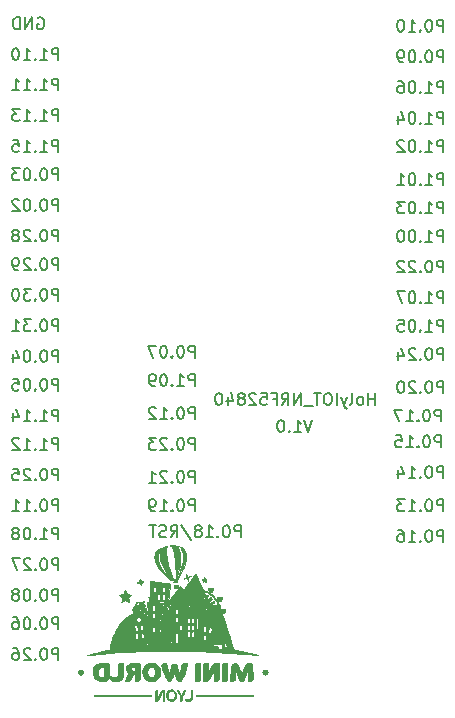
<source format=gbo>
G04 #@! TF.GenerationSoftware,KiCad,Pcbnew,(5.0.0)*
G04 #@! TF.CreationDate,2018-09-13T11:25:45+02:00*
G04 #@! TF.ProjectId,HolyIoT-NRF52840-Breakout,486F6C79496F542D4E52463532383430,1.0*
G04 #@! TF.SameCoordinates,Original*
G04 #@! TF.FileFunction,Legend,Bot*
G04 #@! TF.FilePolarity,Positive*
%FSLAX46Y46*%
G04 Gerber Fmt 4.6, Leading zero omitted, Abs format (unit mm)*
G04 Created by KiCad (PCBNEW (5.0.0)) date 09/13/18 11:25:45*
%MOMM*%
%LPD*%
G01*
G04 APERTURE LIST*
%ADD10C,0.150000*%
%ADD11C,0.010000*%
G04 APERTURE END LIST*
D10*
X130938095Y-116252380D02*
X130938095Y-115252380D01*
X130938095Y-115728571D02*
X130366666Y-115728571D01*
X130366666Y-116252380D02*
X130366666Y-115252380D01*
X129747619Y-116252380D02*
X129842857Y-116204761D01*
X129890476Y-116157142D01*
X129938095Y-116061904D01*
X129938095Y-115776190D01*
X129890476Y-115680952D01*
X129842857Y-115633333D01*
X129747619Y-115585714D01*
X129604761Y-115585714D01*
X129509523Y-115633333D01*
X129461904Y-115680952D01*
X129414285Y-115776190D01*
X129414285Y-116061904D01*
X129461904Y-116157142D01*
X129509523Y-116204761D01*
X129604761Y-116252380D01*
X129747619Y-116252380D01*
X128842857Y-116252380D02*
X128938095Y-116204761D01*
X128985714Y-116109523D01*
X128985714Y-115252380D01*
X128557142Y-115585714D02*
X128319047Y-116252380D01*
X128080952Y-115585714D02*
X128319047Y-116252380D01*
X128414285Y-116490476D01*
X128461904Y-116538095D01*
X128557142Y-116585714D01*
X127700000Y-116252380D02*
X127700000Y-115252380D01*
X127033333Y-115252380D02*
X126842857Y-115252380D01*
X126747619Y-115300000D01*
X126652380Y-115395238D01*
X126604761Y-115585714D01*
X126604761Y-115919047D01*
X126652380Y-116109523D01*
X126747619Y-116204761D01*
X126842857Y-116252380D01*
X127033333Y-116252380D01*
X127128571Y-116204761D01*
X127223809Y-116109523D01*
X127271428Y-115919047D01*
X127271428Y-115585714D01*
X127223809Y-115395238D01*
X127128571Y-115300000D01*
X127033333Y-115252380D01*
X126319047Y-115252380D02*
X125747619Y-115252380D01*
X126033333Y-116252380D02*
X126033333Y-115252380D01*
X125652380Y-116347619D02*
X124890476Y-116347619D01*
X124652380Y-116252380D02*
X124652380Y-115252380D01*
X124080952Y-116252380D01*
X124080952Y-115252380D01*
X123033333Y-116252380D02*
X123366666Y-115776190D01*
X123604761Y-116252380D02*
X123604761Y-115252380D01*
X123223809Y-115252380D01*
X123128571Y-115300000D01*
X123080952Y-115347619D01*
X123033333Y-115442857D01*
X123033333Y-115585714D01*
X123080952Y-115680952D01*
X123128571Y-115728571D01*
X123223809Y-115776190D01*
X123604761Y-115776190D01*
X122271428Y-115728571D02*
X122604761Y-115728571D01*
X122604761Y-116252380D02*
X122604761Y-115252380D01*
X122128571Y-115252380D01*
X121271428Y-115252380D02*
X121747619Y-115252380D01*
X121795238Y-115728571D01*
X121747619Y-115680952D01*
X121652380Y-115633333D01*
X121414285Y-115633333D01*
X121319047Y-115680952D01*
X121271428Y-115728571D01*
X121223809Y-115823809D01*
X121223809Y-116061904D01*
X121271428Y-116157142D01*
X121319047Y-116204761D01*
X121414285Y-116252380D01*
X121652380Y-116252380D01*
X121747619Y-116204761D01*
X121795238Y-116157142D01*
X120842857Y-115347619D02*
X120795238Y-115300000D01*
X120700000Y-115252380D01*
X120461904Y-115252380D01*
X120366666Y-115300000D01*
X120319047Y-115347619D01*
X120271428Y-115442857D01*
X120271428Y-115538095D01*
X120319047Y-115680952D01*
X120890476Y-116252380D01*
X120271428Y-116252380D01*
X119700000Y-115680952D02*
X119795238Y-115633333D01*
X119842857Y-115585714D01*
X119890476Y-115490476D01*
X119890476Y-115442857D01*
X119842857Y-115347619D01*
X119795238Y-115300000D01*
X119700000Y-115252380D01*
X119509523Y-115252380D01*
X119414285Y-115300000D01*
X119366666Y-115347619D01*
X119319047Y-115442857D01*
X119319047Y-115490476D01*
X119366666Y-115585714D01*
X119414285Y-115633333D01*
X119509523Y-115680952D01*
X119700000Y-115680952D01*
X119795238Y-115728571D01*
X119842857Y-115776190D01*
X119890476Y-115871428D01*
X119890476Y-116061904D01*
X119842857Y-116157142D01*
X119795238Y-116204761D01*
X119700000Y-116252380D01*
X119509523Y-116252380D01*
X119414285Y-116204761D01*
X119366666Y-116157142D01*
X119319047Y-116061904D01*
X119319047Y-115871428D01*
X119366666Y-115776190D01*
X119414285Y-115728571D01*
X119509523Y-115680952D01*
X118461904Y-115585714D02*
X118461904Y-116252380D01*
X118700000Y-115204761D02*
X118938095Y-115919047D01*
X118319047Y-115919047D01*
X117747619Y-115252380D02*
X117652380Y-115252380D01*
X117557142Y-115300000D01*
X117509523Y-115347619D01*
X117461904Y-115442857D01*
X117414285Y-115633333D01*
X117414285Y-115871428D01*
X117461904Y-116061904D01*
X117509523Y-116157142D01*
X117557142Y-116204761D01*
X117652380Y-116252380D01*
X117747619Y-116252380D01*
X117842857Y-116204761D01*
X117890476Y-116157142D01*
X117938095Y-116061904D01*
X117985714Y-115871428D01*
X117985714Y-115633333D01*
X117938095Y-115442857D01*
X117890476Y-115347619D01*
X117842857Y-115300000D01*
X117747619Y-115252380D01*
X125623809Y-117552380D02*
X125290476Y-118552380D01*
X124957142Y-117552380D01*
X124100000Y-118552380D02*
X124671428Y-118552380D01*
X124385714Y-118552380D02*
X124385714Y-117552380D01*
X124480952Y-117695238D01*
X124576190Y-117790476D01*
X124671428Y-117838095D01*
X123671428Y-118457142D02*
X123623809Y-118504761D01*
X123671428Y-118552380D01*
X123719047Y-118504761D01*
X123671428Y-118457142D01*
X123671428Y-118552380D01*
X123004761Y-117552380D02*
X122909523Y-117552380D01*
X122814285Y-117600000D01*
X122766666Y-117647619D01*
X122719047Y-117742857D01*
X122671428Y-117933333D01*
X122671428Y-118171428D01*
X122719047Y-118361904D01*
X122766666Y-118457142D01*
X122814285Y-118504761D01*
X122909523Y-118552380D01*
X123004761Y-118552380D01*
X123100000Y-118504761D01*
X123147619Y-118457142D01*
X123195238Y-118361904D01*
X123242857Y-118171428D01*
X123242857Y-117933333D01*
X123195238Y-117742857D01*
X123147619Y-117647619D01*
X123100000Y-117600000D01*
X123004761Y-117552380D01*
X104128571Y-135252380D02*
X104128571Y-134252380D01*
X103747619Y-134252380D01*
X103652380Y-134300000D01*
X103604761Y-134347619D01*
X103557142Y-134442857D01*
X103557142Y-134585714D01*
X103604761Y-134680952D01*
X103652380Y-134728571D01*
X103747619Y-134776190D01*
X104128571Y-134776190D01*
X102938095Y-134252380D02*
X102842857Y-134252380D01*
X102747619Y-134300000D01*
X102700000Y-134347619D01*
X102652380Y-134442857D01*
X102604761Y-134633333D01*
X102604761Y-134871428D01*
X102652380Y-135061904D01*
X102700000Y-135157142D01*
X102747619Y-135204761D01*
X102842857Y-135252380D01*
X102938095Y-135252380D01*
X103033333Y-135204761D01*
X103080952Y-135157142D01*
X103128571Y-135061904D01*
X103176190Y-134871428D01*
X103176190Y-134633333D01*
X103128571Y-134442857D01*
X103080952Y-134347619D01*
X103033333Y-134300000D01*
X102938095Y-134252380D01*
X102176190Y-135157142D02*
X102128571Y-135204761D01*
X102176190Y-135252380D01*
X102223809Y-135204761D01*
X102176190Y-135157142D01*
X102176190Y-135252380D01*
X101509523Y-134252380D02*
X101414285Y-134252380D01*
X101319047Y-134300000D01*
X101271428Y-134347619D01*
X101223809Y-134442857D01*
X101176190Y-134633333D01*
X101176190Y-134871428D01*
X101223809Y-135061904D01*
X101271428Y-135157142D01*
X101319047Y-135204761D01*
X101414285Y-135252380D01*
X101509523Y-135252380D01*
X101604761Y-135204761D01*
X101652380Y-135157142D01*
X101700000Y-135061904D01*
X101747619Y-134871428D01*
X101747619Y-134633333D01*
X101700000Y-134442857D01*
X101652380Y-134347619D01*
X101604761Y-134300000D01*
X101509523Y-134252380D01*
X100319047Y-134252380D02*
X100509523Y-134252380D01*
X100604761Y-134300000D01*
X100652380Y-134347619D01*
X100747619Y-134490476D01*
X100795238Y-134680952D01*
X100795238Y-135061904D01*
X100747619Y-135157142D01*
X100700000Y-135204761D01*
X100604761Y-135252380D01*
X100414285Y-135252380D01*
X100319047Y-135204761D01*
X100271428Y-135157142D01*
X100223809Y-135061904D01*
X100223809Y-134823809D01*
X100271428Y-134728571D01*
X100319047Y-134680952D01*
X100414285Y-134633333D01*
X100604761Y-134633333D01*
X100700000Y-134680952D01*
X100747619Y-134728571D01*
X100795238Y-134823809D01*
X104128571Y-137852380D02*
X104128571Y-136852380D01*
X103747619Y-136852380D01*
X103652380Y-136900000D01*
X103604761Y-136947619D01*
X103557142Y-137042857D01*
X103557142Y-137185714D01*
X103604761Y-137280952D01*
X103652380Y-137328571D01*
X103747619Y-137376190D01*
X104128571Y-137376190D01*
X102938095Y-136852380D02*
X102842857Y-136852380D01*
X102747619Y-136900000D01*
X102700000Y-136947619D01*
X102652380Y-137042857D01*
X102604761Y-137233333D01*
X102604761Y-137471428D01*
X102652380Y-137661904D01*
X102700000Y-137757142D01*
X102747619Y-137804761D01*
X102842857Y-137852380D01*
X102938095Y-137852380D01*
X103033333Y-137804761D01*
X103080952Y-137757142D01*
X103128571Y-137661904D01*
X103176190Y-137471428D01*
X103176190Y-137233333D01*
X103128571Y-137042857D01*
X103080952Y-136947619D01*
X103033333Y-136900000D01*
X102938095Y-136852380D01*
X102176190Y-137757142D02*
X102128571Y-137804761D01*
X102176190Y-137852380D01*
X102223809Y-137804761D01*
X102176190Y-137757142D01*
X102176190Y-137852380D01*
X101747619Y-136947619D02*
X101700000Y-136900000D01*
X101604761Y-136852380D01*
X101366666Y-136852380D01*
X101271428Y-136900000D01*
X101223809Y-136947619D01*
X101176190Y-137042857D01*
X101176190Y-137138095D01*
X101223809Y-137280952D01*
X101795238Y-137852380D01*
X101176190Y-137852380D01*
X100319047Y-136852380D02*
X100509523Y-136852380D01*
X100604761Y-136900000D01*
X100652380Y-136947619D01*
X100747619Y-137090476D01*
X100795238Y-137280952D01*
X100795238Y-137661904D01*
X100747619Y-137757142D01*
X100700000Y-137804761D01*
X100604761Y-137852380D01*
X100414285Y-137852380D01*
X100319047Y-137804761D01*
X100271428Y-137757142D01*
X100223809Y-137661904D01*
X100223809Y-137423809D01*
X100271428Y-137328571D01*
X100319047Y-137280952D01*
X100414285Y-137233333D01*
X100604761Y-137233333D01*
X100700000Y-137280952D01*
X100747619Y-137328571D01*
X100795238Y-137423809D01*
X104128571Y-132852380D02*
X104128571Y-131852380D01*
X103747619Y-131852380D01*
X103652380Y-131900000D01*
X103604761Y-131947619D01*
X103557142Y-132042857D01*
X103557142Y-132185714D01*
X103604761Y-132280952D01*
X103652380Y-132328571D01*
X103747619Y-132376190D01*
X104128571Y-132376190D01*
X102938095Y-131852380D02*
X102842857Y-131852380D01*
X102747619Y-131900000D01*
X102700000Y-131947619D01*
X102652380Y-132042857D01*
X102604761Y-132233333D01*
X102604761Y-132471428D01*
X102652380Y-132661904D01*
X102700000Y-132757142D01*
X102747619Y-132804761D01*
X102842857Y-132852380D01*
X102938095Y-132852380D01*
X103033333Y-132804761D01*
X103080952Y-132757142D01*
X103128571Y-132661904D01*
X103176190Y-132471428D01*
X103176190Y-132233333D01*
X103128571Y-132042857D01*
X103080952Y-131947619D01*
X103033333Y-131900000D01*
X102938095Y-131852380D01*
X102176190Y-132757142D02*
X102128571Y-132804761D01*
X102176190Y-132852380D01*
X102223809Y-132804761D01*
X102176190Y-132757142D01*
X102176190Y-132852380D01*
X101509523Y-131852380D02*
X101414285Y-131852380D01*
X101319047Y-131900000D01*
X101271428Y-131947619D01*
X101223809Y-132042857D01*
X101176190Y-132233333D01*
X101176190Y-132471428D01*
X101223809Y-132661904D01*
X101271428Y-132757142D01*
X101319047Y-132804761D01*
X101414285Y-132852380D01*
X101509523Y-132852380D01*
X101604761Y-132804761D01*
X101652380Y-132757142D01*
X101700000Y-132661904D01*
X101747619Y-132471428D01*
X101747619Y-132233333D01*
X101700000Y-132042857D01*
X101652380Y-131947619D01*
X101604761Y-131900000D01*
X101509523Y-131852380D01*
X100604761Y-132280952D02*
X100700000Y-132233333D01*
X100747619Y-132185714D01*
X100795238Y-132090476D01*
X100795238Y-132042857D01*
X100747619Y-131947619D01*
X100700000Y-131900000D01*
X100604761Y-131852380D01*
X100414285Y-131852380D01*
X100319047Y-131900000D01*
X100271428Y-131947619D01*
X100223809Y-132042857D01*
X100223809Y-132090476D01*
X100271428Y-132185714D01*
X100319047Y-132233333D01*
X100414285Y-132280952D01*
X100604761Y-132280952D01*
X100700000Y-132328571D01*
X100747619Y-132376190D01*
X100795238Y-132471428D01*
X100795238Y-132661904D01*
X100747619Y-132757142D01*
X100700000Y-132804761D01*
X100604761Y-132852380D01*
X100414285Y-132852380D01*
X100319047Y-132804761D01*
X100271428Y-132757142D01*
X100223809Y-132661904D01*
X100223809Y-132471428D01*
X100271428Y-132376190D01*
X100319047Y-132328571D01*
X100414285Y-132280952D01*
X104128571Y-87052380D02*
X104128571Y-86052380D01*
X103747619Y-86052380D01*
X103652380Y-86100000D01*
X103604761Y-86147619D01*
X103557142Y-86242857D01*
X103557142Y-86385714D01*
X103604761Y-86480952D01*
X103652380Y-86528571D01*
X103747619Y-86576190D01*
X104128571Y-86576190D01*
X102604761Y-87052380D02*
X103176190Y-87052380D01*
X102890476Y-87052380D02*
X102890476Y-86052380D01*
X102985714Y-86195238D01*
X103080952Y-86290476D01*
X103176190Y-86338095D01*
X102176190Y-86957142D02*
X102128571Y-87004761D01*
X102176190Y-87052380D01*
X102223809Y-87004761D01*
X102176190Y-86957142D01*
X102176190Y-87052380D01*
X101176190Y-87052380D02*
X101747619Y-87052380D01*
X101461904Y-87052380D02*
X101461904Y-86052380D01*
X101557142Y-86195238D01*
X101652380Y-86290476D01*
X101747619Y-86338095D01*
X100557142Y-86052380D02*
X100461904Y-86052380D01*
X100366666Y-86100000D01*
X100319047Y-86147619D01*
X100271428Y-86242857D01*
X100223809Y-86433333D01*
X100223809Y-86671428D01*
X100271428Y-86861904D01*
X100319047Y-86957142D01*
X100366666Y-87004761D01*
X100461904Y-87052380D01*
X100557142Y-87052380D01*
X100652380Y-87004761D01*
X100700000Y-86957142D01*
X100747619Y-86861904D01*
X100795238Y-86671428D01*
X100795238Y-86433333D01*
X100747619Y-86242857D01*
X100700000Y-86147619D01*
X100652380Y-86100000D01*
X100557142Y-86052380D01*
X104128571Y-89627380D02*
X104128571Y-88627380D01*
X103747619Y-88627380D01*
X103652380Y-88675000D01*
X103604761Y-88722619D01*
X103557142Y-88817857D01*
X103557142Y-88960714D01*
X103604761Y-89055952D01*
X103652380Y-89103571D01*
X103747619Y-89151190D01*
X104128571Y-89151190D01*
X102604761Y-89627380D02*
X103176190Y-89627380D01*
X102890476Y-89627380D02*
X102890476Y-88627380D01*
X102985714Y-88770238D01*
X103080952Y-88865476D01*
X103176190Y-88913095D01*
X102176190Y-89532142D02*
X102128571Y-89579761D01*
X102176190Y-89627380D01*
X102223809Y-89579761D01*
X102176190Y-89532142D01*
X102176190Y-89627380D01*
X101176190Y-89627380D02*
X101747619Y-89627380D01*
X101461904Y-89627380D02*
X101461904Y-88627380D01*
X101557142Y-88770238D01*
X101652380Y-88865476D01*
X101747619Y-88913095D01*
X100223809Y-89627380D02*
X100795238Y-89627380D01*
X100509523Y-89627380D02*
X100509523Y-88627380D01*
X100604761Y-88770238D01*
X100700000Y-88865476D01*
X100795238Y-88913095D01*
X104128571Y-92227380D02*
X104128571Y-91227380D01*
X103747619Y-91227380D01*
X103652380Y-91275000D01*
X103604761Y-91322619D01*
X103557142Y-91417857D01*
X103557142Y-91560714D01*
X103604761Y-91655952D01*
X103652380Y-91703571D01*
X103747619Y-91751190D01*
X104128571Y-91751190D01*
X102604761Y-92227380D02*
X103176190Y-92227380D01*
X102890476Y-92227380D02*
X102890476Y-91227380D01*
X102985714Y-91370238D01*
X103080952Y-91465476D01*
X103176190Y-91513095D01*
X102176190Y-92132142D02*
X102128571Y-92179761D01*
X102176190Y-92227380D01*
X102223809Y-92179761D01*
X102176190Y-92132142D01*
X102176190Y-92227380D01*
X101176190Y-92227380D02*
X101747619Y-92227380D01*
X101461904Y-92227380D02*
X101461904Y-91227380D01*
X101557142Y-91370238D01*
X101652380Y-91465476D01*
X101747619Y-91513095D01*
X100842857Y-91227380D02*
X100223809Y-91227380D01*
X100557142Y-91608333D01*
X100414285Y-91608333D01*
X100319047Y-91655952D01*
X100271428Y-91703571D01*
X100223809Y-91798809D01*
X100223809Y-92036904D01*
X100271428Y-92132142D01*
X100319047Y-92179761D01*
X100414285Y-92227380D01*
X100700000Y-92227380D01*
X100795238Y-92179761D01*
X100842857Y-92132142D01*
X104128571Y-94827380D02*
X104128571Y-93827380D01*
X103747619Y-93827380D01*
X103652380Y-93875000D01*
X103604761Y-93922619D01*
X103557142Y-94017857D01*
X103557142Y-94160714D01*
X103604761Y-94255952D01*
X103652380Y-94303571D01*
X103747619Y-94351190D01*
X104128571Y-94351190D01*
X102604761Y-94827380D02*
X103176190Y-94827380D01*
X102890476Y-94827380D02*
X102890476Y-93827380D01*
X102985714Y-93970238D01*
X103080952Y-94065476D01*
X103176190Y-94113095D01*
X102176190Y-94732142D02*
X102128571Y-94779761D01*
X102176190Y-94827380D01*
X102223809Y-94779761D01*
X102176190Y-94732142D01*
X102176190Y-94827380D01*
X101176190Y-94827380D02*
X101747619Y-94827380D01*
X101461904Y-94827380D02*
X101461904Y-93827380D01*
X101557142Y-93970238D01*
X101652380Y-94065476D01*
X101747619Y-94113095D01*
X100271428Y-93827380D02*
X100747619Y-93827380D01*
X100795238Y-94303571D01*
X100747619Y-94255952D01*
X100652380Y-94208333D01*
X100414285Y-94208333D01*
X100319047Y-94255952D01*
X100271428Y-94303571D01*
X100223809Y-94398809D01*
X100223809Y-94636904D01*
X100271428Y-94732142D01*
X100319047Y-94779761D01*
X100414285Y-94827380D01*
X100652380Y-94827380D01*
X100747619Y-94779761D01*
X100795238Y-94732142D01*
X104128571Y-104852380D02*
X104128571Y-103852380D01*
X103747619Y-103852380D01*
X103652380Y-103900000D01*
X103604761Y-103947619D01*
X103557142Y-104042857D01*
X103557142Y-104185714D01*
X103604761Y-104280952D01*
X103652380Y-104328571D01*
X103747619Y-104376190D01*
X104128571Y-104376190D01*
X102938095Y-103852380D02*
X102842857Y-103852380D01*
X102747619Y-103900000D01*
X102700000Y-103947619D01*
X102652380Y-104042857D01*
X102604761Y-104233333D01*
X102604761Y-104471428D01*
X102652380Y-104661904D01*
X102700000Y-104757142D01*
X102747619Y-104804761D01*
X102842857Y-104852380D01*
X102938095Y-104852380D01*
X103033333Y-104804761D01*
X103080952Y-104757142D01*
X103128571Y-104661904D01*
X103176190Y-104471428D01*
X103176190Y-104233333D01*
X103128571Y-104042857D01*
X103080952Y-103947619D01*
X103033333Y-103900000D01*
X102938095Y-103852380D01*
X102176190Y-104757142D02*
X102128571Y-104804761D01*
X102176190Y-104852380D01*
X102223809Y-104804761D01*
X102176190Y-104757142D01*
X102176190Y-104852380D01*
X101747619Y-103947619D02*
X101700000Y-103900000D01*
X101604761Y-103852380D01*
X101366666Y-103852380D01*
X101271428Y-103900000D01*
X101223809Y-103947619D01*
X101176190Y-104042857D01*
X101176190Y-104138095D01*
X101223809Y-104280952D01*
X101795238Y-104852380D01*
X101176190Y-104852380D01*
X100700000Y-104852380D02*
X100509523Y-104852380D01*
X100414285Y-104804761D01*
X100366666Y-104757142D01*
X100271428Y-104614285D01*
X100223809Y-104423809D01*
X100223809Y-104042857D01*
X100271428Y-103947619D01*
X100319047Y-103900000D01*
X100414285Y-103852380D01*
X100604761Y-103852380D01*
X100700000Y-103900000D01*
X100747619Y-103947619D01*
X100795238Y-104042857D01*
X100795238Y-104280952D01*
X100747619Y-104376190D01*
X100700000Y-104423809D01*
X100604761Y-104471428D01*
X100414285Y-104471428D01*
X100319047Y-104423809D01*
X100271428Y-104376190D01*
X100223809Y-104280952D01*
X104128571Y-112627380D02*
X104128571Y-111627380D01*
X103747619Y-111627380D01*
X103652380Y-111675000D01*
X103604761Y-111722619D01*
X103557142Y-111817857D01*
X103557142Y-111960714D01*
X103604761Y-112055952D01*
X103652380Y-112103571D01*
X103747619Y-112151190D01*
X104128571Y-112151190D01*
X102938095Y-111627380D02*
X102842857Y-111627380D01*
X102747619Y-111675000D01*
X102700000Y-111722619D01*
X102652380Y-111817857D01*
X102604761Y-112008333D01*
X102604761Y-112246428D01*
X102652380Y-112436904D01*
X102700000Y-112532142D01*
X102747619Y-112579761D01*
X102842857Y-112627380D01*
X102938095Y-112627380D01*
X103033333Y-112579761D01*
X103080952Y-112532142D01*
X103128571Y-112436904D01*
X103176190Y-112246428D01*
X103176190Y-112008333D01*
X103128571Y-111817857D01*
X103080952Y-111722619D01*
X103033333Y-111675000D01*
X102938095Y-111627380D01*
X102176190Y-112532142D02*
X102128571Y-112579761D01*
X102176190Y-112627380D01*
X102223809Y-112579761D01*
X102176190Y-112532142D01*
X102176190Y-112627380D01*
X101509523Y-111627380D02*
X101414285Y-111627380D01*
X101319047Y-111675000D01*
X101271428Y-111722619D01*
X101223809Y-111817857D01*
X101176190Y-112008333D01*
X101176190Y-112246428D01*
X101223809Y-112436904D01*
X101271428Y-112532142D01*
X101319047Y-112579761D01*
X101414285Y-112627380D01*
X101509523Y-112627380D01*
X101604761Y-112579761D01*
X101652380Y-112532142D01*
X101700000Y-112436904D01*
X101747619Y-112246428D01*
X101747619Y-112008333D01*
X101700000Y-111817857D01*
X101652380Y-111722619D01*
X101604761Y-111675000D01*
X101509523Y-111627380D01*
X100319047Y-111960714D02*
X100319047Y-112627380D01*
X100557142Y-111579761D02*
X100795238Y-112294047D01*
X100176190Y-112294047D01*
X104128571Y-117652380D02*
X104128571Y-116652380D01*
X103747619Y-116652380D01*
X103652380Y-116700000D01*
X103604761Y-116747619D01*
X103557142Y-116842857D01*
X103557142Y-116985714D01*
X103604761Y-117080952D01*
X103652380Y-117128571D01*
X103747619Y-117176190D01*
X104128571Y-117176190D01*
X102604761Y-117652380D02*
X103176190Y-117652380D01*
X102890476Y-117652380D02*
X102890476Y-116652380D01*
X102985714Y-116795238D01*
X103080952Y-116890476D01*
X103176190Y-116938095D01*
X102176190Y-117557142D02*
X102128571Y-117604761D01*
X102176190Y-117652380D01*
X102223809Y-117604761D01*
X102176190Y-117557142D01*
X102176190Y-117652380D01*
X101176190Y-117652380D02*
X101747619Y-117652380D01*
X101461904Y-117652380D02*
X101461904Y-116652380D01*
X101557142Y-116795238D01*
X101652380Y-116890476D01*
X101747619Y-116938095D01*
X100319047Y-116985714D02*
X100319047Y-117652380D01*
X100557142Y-116604761D02*
X100795238Y-117319047D01*
X100176190Y-117319047D01*
X104128571Y-127652380D02*
X104128571Y-126652380D01*
X103747619Y-126652380D01*
X103652380Y-126700000D01*
X103604761Y-126747619D01*
X103557142Y-126842857D01*
X103557142Y-126985714D01*
X103604761Y-127080952D01*
X103652380Y-127128571D01*
X103747619Y-127176190D01*
X104128571Y-127176190D01*
X102604761Y-127652380D02*
X103176190Y-127652380D01*
X102890476Y-127652380D02*
X102890476Y-126652380D01*
X102985714Y-126795238D01*
X103080952Y-126890476D01*
X103176190Y-126938095D01*
X102176190Y-127557142D02*
X102128571Y-127604761D01*
X102176190Y-127652380D01*
X102223809Y-127604761D01*
X102176190Y-127557142D01*
X102176190Y-127652380D01*
X101509523Y-126652380D02*
X101414285Y-126652380D01*
X101319047Y-126700000D01*
X101271428Y-126747619D01*
X101223809Y-126842857D01*
X101176190Y-127033333D01*
X101176190Y-127271428D01*
X101223809Y-127461904D01*
X101271428Y-127557142D01*
X101319047Y-127604761D01*
X101414285Y-127652380D01*
X101509523Y-127652380D01*
X101604761Y-127604761D01*
X101652380Y-127557142D01*
X101700000Y-127461904D01*
X101747619Y-127271428D01*
X101747619Y-127033333D01*
X101700000Y-126842857D01*
X101652380Y-126747619D01*
X101604761Y-126700000D01*
X101509523Y-126652380D01*
X100604761Y-127080952D02*
X100700000Y-127033333D01*
X100747619Y-126985714D01*
X100795238Y-126890476D01*
X100795238Y-126842857D01*
X100747619Y-126747619D01*
X100700000Y-126700000D01*
X100604761Y-126652380D01*
X100414285Y-126652380D01*
X100319047Y-126700000D01*
X100271428Y-126747619D01*
X100223809Y-126842857D01*
X100223809Y-126890476D01*
X100271428Y-126985714D01*
X100319047Y-127033333D01*
X100414285Y-127080952D01*
X100604761Y-127080952D01*
X100700000Y-127128571D01*
X100747619Y-127176190D01*
X100795238Y-127271428D01*
X100795238Y-127461904D01*
X100747619Y-127557142D01*
X100700000Y-127604761D01*
X100604761Y-127652380D01*
X100414285Y-127652380D01*
X100319047Y-127604761D01*
X100271428Y-127557142D01*
X100223809Y-127461904D01*
X100223809Y-127271428D01*
X100271428Y-127176190D01*
X100319047Y-127128571D01*
X100414285Y-127080952D01*
X104128571Y-130252380D02*
X104128571Y-129252380D01*
X103747619Y-129252380D01*
X103652380Y-129300000D01*
X103604761Y-129347619D01*
X103557142Y-129442857D01*
X103557142Y-129585714D01*
X103604761Y-129680952D01*
X103652380Y-129728571D01*
X103747619Y-129776190D01*
X104128571Y-129776190D01*
X102938095Y-129252380D02*
X102842857Y-129252380D01*
X102747619Y-129300000D01*
X102700000Y-129347619D01*
X102652380Y-129442857D01*
X102604761Y-129633333D01*
X102604761Y-129871428D01*
X102652380Y-130061904D01*
X102700000Y-130157142D01*
X102747619Y-130204761D01*
X102842857Y-130252380D01*
X102938095Y-130252380D01*
X103033333Y-130204761D01*
X103080952Y-130157142D01*
X103128571Y-130061904D01*
X103176190Y-129871428D01*
X103176190Y-129633333D01*
X103128571Y-129442857D01*
X103080952Y-129347619D01*
X103033333Y-129300000D01*
X102938095Y-129252380D01*
X102176190Y-130157142D02*
X102128571Y-130204761D01*
X102176190Y-130252380D01*
X102223809Y-130204761D01*
X102176190Y-130157142D01*
X102176190Y-130252380D01*
X101747619Y-129347619D02*
X101700000Y-129300000D01*
X101604761Y-129252380D01*
X101366666Y-129252380D01*
X101271428Y-129300000D01*
X101223809Y-129347619D01*
X101176190Y-129442857D01*
X101176190Y-129538095D01*
X101223809Y-129680952D01*
X101795238Y-130252380D01*
X101176190Y-130252380D01*
X100842857Y-129252380D02*
X100176190Y-129252380D01*
X100604761Y-130252380D01*
X104128571Y-125252380D02*
X104128571Y-124252380D01*
X103747619Y-124252380D01*
X103652380Y-124300000D01*
X103604761Y-124347619D01*
X103557142Y-124442857D01*
X103557142Y-124585714D01*
X103604761Y-124680952D01*
X103652380Y-124728571D01*
X103747619Y-124776190D01*
X104128571Y-124776190D01*
X102938095Y-124252380D02*
X102842857Y-124252380D01*
X102747619Y-124300000D01*
X102700000Y-124347619D01*
X102652380Y-124442857D01*
X102604761Y-124633333D01*
X102604761Y-124871428D01*
X102652380Y-125061904D01*
X102700000Y-125157142D01*
X102747619Y-125204761D01*
X102842857Y-125252380D01*
X102938095Y-125252380D01*
X103033333Y-125204761D01*
X103080952Y-125157142D01*
X103128571Y-125061904D01*
X103176190Y-124871428D01*
X103176190Y-124633333D01*
X103128571Y-124442857D01*
X103080952Y-124347619D01*
X103033333Y-124300000D01*
X102938095Y-124252380D01*
X102176190Y-125157142D02*
X102128571Y-125204761D01*
X102176190Y-125252380D01*
X102223809Y-125204761D01*
X102176190Y-125157142D01*
X102176190Y-125252380D01*
X101176190Y-125252380D02*
X101747619Y-125252380D01*
X101461904Y-125252380D02*
X101461904Y-124252380D01*
X101557142Y-124395238D01*
X101652380Y-124490476D01*
X101747619Y-124538095D01*
X100223809Y-125252380D02*
X100795238Y-125252380D01*
X100509523Y-125252380D02*
X100509523Y-124252380D01*
X100604761Y-124395238D01*
X100700000Y-124490476D01*
X100795238Y-124538095D01*
X104128571Y-97227380D02*
X104128571Y-96227380D01*
X103747619Y-96227380D01*
X103652380Y-96275000D01*
X103604761Y-96322619D01*
X103557142Y-96417857D01*
X103557142Y-96560714D01*
X103604761Y-96655952D01*
X103652380Y-96703571D01*
X103747619Y-96751190D01*
X104128571Y-96751190D01*
X102938095Y-96227380D02*
X102842857Y-96227380D01*
X102747619Y-96275000D01*
X102700000Y-96322619D01*
X102652380Y-96417857D01*
X102604761Y-96608333D01*
X102604761Y-96846428D01*
X102652380Y-97036904D01*
X102700000Y-97132142D01*
X102747619Y-97179761D01*
X102842857Y-97227380D01*
X102938095Y-97227380D01*
X103033333Y-97179761D01*
X103080952Y-97132142D01*
X103128571Y-97036904D01*
X103176190Y-96846428D01*
X103176190Y-96608333D01*
X103128571Y-96417857D01*
X103080952Y-96322619D01*
X103033333Y-96275000D01*
X102938095Y-96227380D01*
X102176190Y-97132142D02*
X102128571Y-97179761D01*
X102176190Y-97227380D01*
X102223809Y-97179761D01*
X102176190Y-97132142D01*
X102176190Y-97227380D01*
X101509523Y-96227380D02*
X101414285Y-96227380D01*
X101319047Y-96275000D01*
X101271428Y-96322619D01*
X101223809Y-96417857D01*
X101176190Y-96608333D01*
X101176190Y-96846428D01*
X101223809Y-97036904D01*
X101271428Y-97132142D01*
X101319047Y-97179761D01*
X101414285Y-97227380D01*
X101509523Y-97227380D01*
X101604761Y-97179761D01*
X101652380Y-97132142D01*
X101700000Y-97036904D01*
X101747619Y-96846428D01*
X101747619Y-96608333D01*
X101700000Y-96417857D01*
X101652380Y-96322619D01*
X101604761Y-96275000D01*
X101509523Y-96227380D01*
X100842857Y-96227380D02*
X100223809Y-96227380D01*
X100557142Y-96608333D01*
X100414285Y-96608333D01*
X100319047Y-96655952D01*
X100271428Y-96703571D01*
X100223809Y-96798809D01*
X100223809Y-97036904D01*
X100271428Y-97132142D01*
X100319047Y-97179761D01*
X100414285Y-97227380D01*
X100700000Y-97227380D01*
X100795238Y-97179761D01*
X100842857Y-97132142D01*
X104128571Y-107427380D02*
X104128571Y-106427380D01*
X103747619Y-106427380D01*
X103652380Y-106475000D01*
X103604761Y-106522619D01*
X103557142Y-106617857D01*
X103557142Y-106760714D01*
X103604761Y-106855952D01*
X103652380Y-106903571D01*
X103747619Y-106951190D01*
X104128571Y-106951190D01*
X102938095Y-106427380D02*
X102842857Y-106427380D01*
X102747619Y-106475000D01*
X102700000Y-106522619D01*
X102652380Y-106617857D01*
X102604761Y-106808333D01*
X102604761Y-107046428D01*
X102652380Y-107236904D01*
X102700000Y-107332142D01*
X102747619Y-107379761D01*
X102842857Y-107427380D01*
X102938095Y-107427380D01*
X103033333Y-107379761D01*
X103080952Y-107332142D01*
X103128571Y-107236904D01*
X103176190Y-107046428D01*
X103176190Y-106808333D01*
X103128571Y-106617857D01*
X103080952Y-106522619D01*
X103033333Y-106475000D01*
X102938095Y-106427380D01*
X102176190Y-107332142D02*
X102128571Y-107379761D01*
X102176190Y-107427380D01*
X102223809Y-107379761D01*
X102176190Y-107332142D01*
X102176190Y-107427380D01*
X101795238Y-106427380D02*
X101176190Y-106427380D01*
X101509523Y-106808333D01*
X101366666Y-106808333D01*
X101271428Y-106855952D01*
X101223809Y-106903571D01*
X101176190Y-106998809D01*
X101176190Y-107236904D01*
X101223809Y-107332142D01*
X101271428Y-107379761D01*
X101366666Y-107427380D01*
X101652380Y-107427380D01*
X101747619Y-107379761D01*
X101795238Y-107332142D01*
X100557142Y-106427380D02*
X100461904Y-106427380D01*
X100366666Y-106475000D01*
X100319047Y-106522619D01*
X100271428Y-106617857D01*
X100223809Y-106808333D01*
X100223809Y-107046428D01*
X100271428Y-107236904D01*
X100319047Y-107332142D01*
X100366666Y-107379761D01*
X100461904Y-107427380D01*
X100557142Y-107427380D01*
X100652380Y-107379761D01*
X100700000Y-107332142D01*
X100747619Y-107236904D01*
X100795238Y-107046428D01*
X100795238Y-106808333D01*
X100747619Y-106617857D01*
X100700000Y-106522619D01*
X100652380Y-106475000D01*
X100557142Y-106427380D01*
X104128571Y-110027380D02*
X104128571Y-109027380D01*
X103747619Y-109027380D01*
X103652380Y-109075000D01*
X103604761Y-109122619D01*
X103557142Y-109217857D01*
X103557142Y-109360714D01*
X103604761Y-109455952D01*
X103652380Y-109503571D01*
X103747619Y-109551190D01*
X104128571Y-109551190D01*
X102938095Y-109027380D02*
X102842857Y-109027380D01*
X102747619Y-109075000D01*
X102700000Y-109122619D01*
X102652380Y-109217857D01*
X102604761Y-109408333D01*
X102604761Y-109646428D01*
X102652380Y-109836904D01*
X102700000Y-109932142D01*
X102747619Y-109979761D01*
X102842857Y-110027380D01*
X102938095Y-110027380D01*
X103033333Y-109979761D01*
X103080952Y-109932142D01*
X103128571Y-109836904D01*
X103176190Y-109646428D01*
X103176190Y-109408333D01*
X103128571Y-109217857D01*
X103080952Y-109122619D01*
X103033333Y-109075000D01*
X102938095Y-109027380D01*
X102176190Y-109932142D02*
X102128571Y-109979761D01*
X102176190Y-110027380D01*
X102223809Y-109979761D01*
X102176190Y-109932142D01*
X102176190Y-110027380D01*
X101795238Y-109027380D02*
X101176190Y-109027380D01*
X101509523Y-109408333D01*
X101366666Y-109408333D01*
X101271428Y-109455952D01*
X101223809Y-109503571D01*
X101176190Y-109598809D01*
X101176190Y-109836904D01*
X101223809Y-109932142D01*
X101271428Y-109979761D01*
X101366666Y-110027380D01*
X101652380Y-110027380D01*
X101747619Y-109979761D01*
X101795238Y-109932142D01*
X100223809Y-110027380D02*
X100795238Y-110027380D01*
X100509523Y-110027380D02*
X100509523Y-109027380D01*
X100604761Y-109170238D01*
X100700000Y-109265476D01*
X100795238Y-109313095D01*
X104128571Y-120052380D02*
X104128571Y-119052380D01*
X103747619Y-119052380D01*
X103652380Y-119100000D01*
X103604761Y-119147619D01*
X103557142Y-119242857D01*
X103557142Y-119385714D01*
X103604761Y-119480952D01*
X103652380Y-119528571D01*
X103747619Y-119576190D01*
X104128571Y-119576190D01*
X102604761Y-120052380D02*
X103176190Y-120052380D01*
X102890476Y-120052380D02*
X102890476Y-119052380D01*
X102985714Y-119195238D01*
X103080952Y-119290476D01*
X103176190Y-119338095D01*
X102176190Y-119957142D02*
X102128571Y-120004761D01*
X102176190Y-120052380D01*
X102223809Y-120004761D01*
X102176190Y-119957142D01*
X102176190Y-120052380D01*
X101176190Y-120052380D02*
X101747619Y-120052380D01*
X101461904Y-120052380D02*
X101461904Y-119052380D01*
X101557142Y-119195238D01*
X101652380Y-119290476D01*
X101747619Y-119338095D01*
X100795238Y-119147619D02*
X100747619Y-119100000D01*
X100652380Y-119052380D01*
X100414285Y-119052380D01*
X100319047Y-119100000D01*
X100271428Y-119147619D01*
X100223809Y-119242857D01*
X100223809Y-119338095D01*
X100271428Y-119480952D01*
X100842857Y-120052380D01*
X100223809Y-120052380D01*
X102361904Y-83500000D02*
X102457142Y-83452380D01*
X102600000Y-83452380D01*
X102742857Y-83500000D01*
X102838095Y-83595238D01*
X102885714Y-83690476D01*
X102933333Y-83880952D01*
X102933333Y-84023809D01*
X102885714Y-84214285D01*
X102838095Y-84309523D01*
X102742857Y-84404761D01*
X102600000Y-84452380D01*
X102504761Y-84452380D01*
X102361904Y-84404761D01*
X102314285Y-84357142D01*
X102314285Y-84023809D01*
X102504761Y-84023809D01*
X101885714Y-84452380D02*
X101885714Y-83452380D01*
X101314285Y-84452380D01*
X101314285Y-83452380D01*
X100838095Y-84452380D02*
X100838095Y-83452380D01*
X100600000Y-83452380D01*
X100457142Y-83500000D01*
X100361904Y-83595238D01*
X100314285Y-83690476D01*
X100266666Y-83880952D01*
X100266666Y-84023809D01*
X100314285Y-84214285D01*
X100361904Y-84309523D01*
X100457142Y-84404761D01*
X100600000Y-84452380D01*
X100838095Y-84452380D01*
X104128571Y-115052380D02*
X104128571Y-114052380D01*
X103747619Y-114052380D01*
X103652380Y-114100000D01*
X103604761Y-114147619D01*
X103557142Y-114242857D01*
X103557142Y-114385714D01*
X103604761Y-114480952D01*
X103652380Y-114528571D01*
X103747619Y-114576190D01*
X104128571Y-114576190D01*
X102938095Y-114052380D02*
X102842857Y-114052380D01*
X102747619Y-114100000D01*
X102700000Y-114147619D01*
X102652380Y-114242857D01*
X102604761Y-114433333D01*
X102604761Y-114671428D01*
X102652380Y-114861904D01*
X102700000Y-114957142D01*
X102747619Y-115004761D01*
X102842857Y-115052380D01*
X102938095Y-115052380D01*
X103033333Y-115004761D01*
X103080952Y-114957142D01*
X103128571Y-114861904D01*
X103176190Y-114671428D01*
X103176190Y-114433333D01*
X103128571Y-114242857D01*
X103080952Y-114147619D01*
X103033333Y-114100000D01*
X102938095Y-114052380D01*
X102176190Y-114957142D02*
X102128571Y-115004761D01*
X102176190Y-115052380D01*
X102223809Y-115004761D01*
X102176190Y-114957142D01*
X102176190Y-115052380D01*
X101509523Y-114052380D02*
X101414285Y-114052380D01*
X101319047Y-114100000D01*
X101271428Y-114147619D01*
X101223809Y-114242857D01*
X101176190Y-114433333D01*
X101176190Y-114671428D01*
X101223809Y-114861904D01*
X101271428Y-114957142D01*
X101319047Y-115004761D01*
X101414285Y-115052380D01*
X101509523Y-115052380D01*
X101604761Y-115004761D01*
X101652380Y-114957142D01*
X101700000Y-114861904D01*
X101747619Y-114671428D01*
X101747619Y-114433333D01*
X101700000Y-114242857D01*
X101652380Y-114147619D01*
X101604761Y-114100000D01*
X101509523Y-114052380D01*
X100271428Y-114052380D02*
X100747619Y-114052380D01*
X100795238Y-114528571D01*
X100747619Y-114480952D01*
X100652380Y-114433333D01*
X100414285Y-114433333D01*
X100319047Y-114480952D01*
X100271428Y-114528571D01*
X100223809Y-114623809D01*
X100223809Y-114861904D01*
X100271428Y-114957142D01*
X100319047Y-115004761D01*
X100414285Y-115052380D01*
X100652380Y-115052380D01*
X100747619Y-115004761D01*
X100795238Y-114957142D01*
X104128571Y-122652380D02*
X104128571Y-121652380D01*
X103747619Y-121652380D01*
X103652380Y-121700000D01*
X103604761Y-121747619D01*
X103557142Y-121842857D01*
X103557142Y-121985714D01*
X103604761Y-122080952D01*
X103652380Y-122128571D01*
X103747619Y-122176190D01*
X104128571Y-122176190D01*
X102938095Y-121652380D02*
X102842857Y-121652380D01*
X102747619Y-121700000D01*
X102700000Y-121747619D01*
X102652380Y-121842857D01*
X102604761Y-122033333D01*
X102604761Y-122271428D01*
X102652380Y-122461904D01*
X102700000Y-122557142D01*
X102747619Y-122604761D01*
X102842857Y-122652380D01*
X102938095Y-122652380D01*
X103033333Y-122604761D01*
X103080952Y-122557142D01*
X103128571Y-122461904D01*
X103176190Y-122271428D01*
X103176190Y-122033333D01*
X103128571Y-121842857D01*
X103080952Y-121747619D01*
X103033333Y-121700000D01*
X102938095Y-121652380D01*
X102176190Y-122557142D02*
X102128571Y-122604761D01*
X102176190Y-122652380D01*
X102223809Y-122604761D01*
X102176190Y-122557142D01*
X102176190Y-122652380D01*
X101747619Y-121747619D02*
X101700000Y-121700000D01*
X101604761Y-121652380D01*
X101366666Y-121652380D01*
X101271428Y-121700000D01*
X101223809Y-121747619D01*
X101176190Y-121842857D01*
X101176190Y-121938095D01*
X101223809Y-122080952D01*
X101795238Y-122652380D01*
X101176190Y-122652380D01*
X100271428Y-121652380D02*
X100747619Y-121652380D01*
X100795238Y-122128571D01*
X100747619Y-122080952D01*
X100652380Y-122033333D01*
X100414285Y-122033333D01*
X100319047Y-122080952D01*
X100271428Y-122128571D01*
X100223809Y-122223809D01*
X100223809Y-122461904D01*
X100271428Y-122557142D01*
X100319047Y-122604761D01*
X100414285Y-122652380D01*
X100652380Y-122652380D01*
X100747619Y-122604761D01*
X100795238Y-122557142D01*
X104128571Y-102427380D02*
X104128571Y-101427380D01*
X103747619Y-101427380D01*
X103652380Y-101475000D01*
X103604761Y-101522619D01*
X103557142Y-101617857D01*
X103557142Y-101760714D01*
X103604761Y-101855952D01*
X103652380Y-101903571D01*
X103747619Y-101951190D01*
X104128571Y-101951190D01*
X102938095Y-101427380D02*
X102842857Y-101427380D01*
X102747619Y-101475000D01*
X102700000Y-101522619D01*
X102652380Y-101617857D01*
X102604761Y-101808333D01*
X102604761Y-102046428D01*
X102652380Y-102236904D01*
X102700000Y-102332142D01*
X102747619Y-102379761D01*
X102842857Y-102427380D01*
X102938095Y-102427380D01*
X103033333Y-102379761D01*
X103080952Y-102332142D01*
X103128571Y-102236904D01*
X103176190Y-102046428D01*
X103176190Y-101808333D01*
X103128571Y-101617857D01*
X103080952Y-101522619D01*
X103033333Y-101475000D01*
X102938095Y-101427380D01*
X102176190Y-102332142D02*
X102128571Y-102379761D01*
X102176190Y-102427380D01*
X102223809Y-102379761D01*
X102176190Y-102332142D01*
X102176190Y-102427380D01*
X101747619Y-101522619D02*
X101700000Y-101475000D01*
X101604761Y-101427380D01*
X101366666Y-101427380D01*
X101271428Y-101475000D01*
X101223809Y-101522619D01*
X101176190Y-101617857D01*
X101176190Y-101713095D01*
X101223809Y-101855952D01*
X101795238Y-102427380D01*
X101176190Y-102427380D01*
X100604761Y-101855952D02*
X100700000Y-101808333D01*
X100747619Y-101760714D01*
X100795238Y-101665476D01*
X100795238Y-101617857D01*
X100747619Y-101522619D01*
X100700000Y-101475000D01*
X100604761Y-101427380D01*
X100414285Y-101427380D01*
X100319047Y-101475000D01*
X100271428Y-101522619D01*
X100223809Y-101617857D01*
X100223809Y-101665476D01*
X100271428Y-101760714D01*
X100319047Y-101808333D01*
X100414285Y-101855952D01*
X100604761Y-101855952D01*
X100700000Y-101903571D01*
X100747619Y-101951190D01*
X100795238Y-102046428D01*
X100795238Y-102236904D01*
X100747619Y-102332142D01*
X100700000Y-102379761D01*
X100604761Y-102427380D01*
X100414285Y-102427380D01*
X100319047Y-102379761D01*
X100271428Y-102332142D01*
X100223809Y-102236904D01*
X100223809Y-102046428D01*
X100271428Y-101951190D01*
X100319047Y-101903571D01*
X100414285Y-101855952D01*
X104128571Y-99827380D02*
X104128571Y-98827380D01*
X103747619Y-98827380D01*
X103652380Y-98875000D01*
X103604761Y-98922619D01*
X103557142Y-99017857D01*
X103557142Y-99160714D01*
X103604761Y-99255952D01*
X103652380Y-99303571D01*
X103747619Y-99351190D01*
X104128571Y-99351190D01*
X102938095Y-98827380D02*
X102842857Y-98827380D01*
X102747619Y-98875000D01*
X102700000Y-98922619D01*
X102652380Y-99017857D01*
X102604761Y-99208333D01*
X102604761Y-99446428D01*
X102652380Y-99636904D01*
X102700000Y-99732142D01*
X102747619Y-99779761D01*
X102842857Y-99827380D01*
X102938095Y-99827380D01*
X103033333Y-99779761D01*
X103080952Y-99732142D01*
X103128571Y-99636904D01*
X103176190Y-99446428D01*
X103176190Y-99208333D01*
X103128571Y-99017857D01*
X103080952Y-98922619D01*
X103033333Y-98875000D01*
X102938095Y-98827380D01*
X102176190Y-99732142D02*
X102128571Y-99779761D01*
X102176190Y-99827380D01*
X102223809Y-99779761D01*
X102176190Y-99732142D01*
X102176190Y-99827380D01*
X101509523Y-98827380D02*
X101414285Y-98827380D01*
X101319047Y-98875000D01*
X101271428Y-98922619D01*
X101223809Y-99017857D01*
X101176190Y-99208333D01*
X101176190Y-99446428D01*
X101223809Y-99636904D01*
X101271428Y-99732142D01*
X101319047Y-99779761D01*
X101414285Y-99827380D01*
X101509523Y-99827380D01*
X101604761Y-99779761D01*
X101652380Y-99732142D01*
X101700000Y-99636904D01*
X101747619Y-99446428D01*
X101747619Y-99208333D01*
X101700000Y-99017857D01*
X101652380Y-98922619D01*
X101604761Y-98875000D01*
X101509523Y-98827380D01*
X100795238Y-98922619D02*
X100747619Y-98875000D01*
X100652380Y-98827380D01*
X100414285Y-98827380D01*
X100319047Y-98875000D01*
X100271428Y-98922619D01*
X100223809Y-99017857D01*
X100223809Y-99113095D01*
X100271428Y-99255952D01*
X100842857Y-99827380D01*
X100223809Y-99827380D01*
X136528571Y-119852380D02*
X136528571Y-118852380D01*
X136147619Y-118852380D01*
X136052380Y-118900000D01*
X136004761Y-118947619D01*
X135957142Y-119042857D01*
X135957142Y-119185714D01*
X136004761Y-119280952D01*
X136052380Y-119328571D01*
X136147619Y-119376190D01*
X136528571Y-119376190D01*
X135338095Y-118852380D02*
X135242857Y-118852380D01*
X135147619Y-118900000D01*
X135100000Y-118947619D01*
X135052380Y-119042857D01*
X135004761Y-119233333D01*
X135004761Y-119471428D01*
X135052380Y-119661904D01*
X135100000Y-119757142D01*
X135147619Y-119804761D01*
X135242857Y-119852380D01*
X135338095Y-119852380D01*
X135433333Y-119804761D01*
X135480952Y-119757142D01*
X135528571Y-119661904D01*
X135576190Y-119471428D01*
X135576190Y-119233333D01*
X135528571Y-119042857D01*
X135480952Y-118947619D01*
X135433333Y-118900000D01*
X135338095Y-118852380D01*
X134576190Y-119757142D02*
X134528571Y-119804761D01*
X134576190Y-119852380D01*
X134623809Y-119804761D01*
X134576190Y-119757142D01*
X134576190Y-119852380D01*
X133576190Y-119852380D02*
X134147619Y-119852380D01*
X133861904Y-119852380D02*
X133861904Y-118852380D01*
X133957142Y-118995238D01*
X134052380Y-119090476D01*
X134147619Y-119138095D01*
X132671428Y-118852380D02*
X133147619Y-118852380D01*
X133195238Y-119328571D01*
X133147619Y-119280952D01*
X133052380Y-119233333D01*
X132814285Y-119233333D01*
X132719047Y-119280952D01*
X132671428Y-119328571D01*
X132623809Y-119423809D01*
X132623809Y-119661904D01*
X132671428Y-119757142D01*
X132719047Y-119804761D01*
X132814285Y-119852380D01*
X133052380Y-119852380D01*
X133147619Y-119804761D01*
X133195238Y-119757142D01*
X136728571Y-122452380D02*
X136728571Y-121452380D01*
X136347619Y-121452380D01*
X136252380Y-121500000D01*
X136204761Y-121547619D01*
X136157142Y-121642857D01*
X136157142Y-121785714D01*
X136204761Y-121880952D01*
X136252380Y-121928571D01*
X136347619Y-121976190D01*
X136728571Y-121976190D01*
X135538095Y-121452380D02*
X135442857Y-121452380D01*
X135347619Y-121500000D01*
X135300000Y-121547619D01*
X135252380Y-121642857D01*
X135204761Y-121833333D01*
X135204761Y-122071428D01*
X135252380Y-122261904D01*
X135300000Y-122357142D01*
X135347619Y-122404761D01*
X135442857Y-122452380D01*
X135538095Y-122452380D01*
X135633333Y-122404761D01*
X135680952Y-122357142D01*
X135728571Y-122261904D01*
X135776190Y-122071428D01*
X135776190Y-121833333D01*
X135728571Y-121642857D01*
X135680952Y-121547619D01*
X135633333Y-121500000D01*
X135538095Y-121452380D01*
X134776190Y-122357142D02*
X134728571Y-122404761D01*
X134776190Y-122452380D01*
X134823809Y-122404761D01*
X134776190Y-122357142D01*
X134776190Y-122452380D01*
X133776190Y-122452380D02*
X134347619Y-122452380D01*
X134061904Y-122452380D02*
X134061904Y-121452380D01*
X134157142Y-121595238D01*
X134252380Y-121690476D01*
X134347619Y-121738095D01*
X132919047Y-121785714D02*
X132919047Y-122452380D01*
X133157142Y-121404761D02*
X133395238Y-122119047D01*
X132776190Y-122119047D01*
X136728571Y-107652380D02*
X136728571Y-106652380D01*
X136347619Y-106652380D01*
X136252380Y-106700000D01*
X136204761Y-106747619D01*
X136157142Y-106842857D01*
X136157142Y-106985714D01*
X136204761Y-107080952D01*
X136252380Y-107128571D01*
X136347619Y-107176190D01*
X136728571Y-107176190D01*
X135204761Y-107652380D02*
X135776190Y-107652380D01*
X135490476Y-107652380D02*
X135490476Y-106652380D01*
X135585714Y-106795238D01*
X135680952Y-106890476D01*
X135776190Y-106938095D01*
X134776190Y-107557142D02*
X134728571Y-107604761D01*
X134776190Y-107652380D01*
X134823809Y-107604761D01*
X134776190Y-107557142D01*
X134776190Y-107652380D01*
X134109523Y-106652380D02*
X134014285Y-106652380D01*
X133919047Y-106700000D01*
X133871428Y-106747619D01*
X133823809Y-106842857D01*
X133776190Y-107033333D01*
X133776190Y-107271428D01*
X133823809Y-107461904D01*
X133871428Y-107557142D01*
X133919047Y-107604761D01*
X134014285Y-107652380D01*
X134109523Y-107652380D01*
X134204761Y-107604761D01*
X134252380Y-107557142D01*
X134300000Y-107461904D01*
X134347619Y-107271428D01*
X134347619Y-107033333D01*
X134300000Y-106842857D01*
X134252380Y-106747619D01*
X134204761Y-106700000D01*
X134109523Y-106652380D01*
X133442857Y-106652380D02*
X132776190Y-106652380D01*
X133204761Y-107652380D01*
X136728571Y-92452380D02*
X136728571Y-91452380D01*
X136347619Y-91452380D01*
X136252380Y-91500000D01*
X136204761Y-91547619D01*
X136157142Y-91642857D01*
X136157142Y-91785714D01*
X136204761Y-91880952D01*
X136252380Y-91928571D01*
X136347619Y-91976190D01*
X136728571Y-91976190D01*
X135204761Y-92452380D02*
X135776190Y-92452380D01*
X135490476Y-92452380D02*
X135490476Y-91452380D01*
X135585714Y-91595238D01*
X135680952Y-91690476D01*
X135776190Y-91738095D01*
X134776190Y-92357142D02*
X134728571Y-92404761D01*
X134776190Y-92452380D01*
X134823809Y-92404761D01*
X134776190Y-92357142D01*
X134776190Y-92452380D01*
X134109523Y-91452380D02*
X134014285Y-91452380D01*
X133919047Y-91500000D01*
X133871428Y-91547619D01*
X133823809Y-91642857D01*
X133776190Y-91833333D01*
X133776190Y-92071428D01*
X133823809Y-92261904D01*
X133871428Y-92357142D01*
X133919047Y-92404761D01*
X134014285Y-92452380D01*
X134109523Y-92452380D01*
X134204761Y-92404761D01*
X134252380Y-92357142D01*
X134300000Y-92261904D01*
X134347619Y-92071428D01*
X134347619Y-91833333D01*
X134300000Y-91642857D01*
X134252380Y-91547619D01*
X134204761Y-91500000D01*
X134109523Y-91452380D01*
X132919047Y-91785714D02*
X132919047Y-92452380D01*
X133157142Y-91404761D02*
X133395238Y-92119047D01*
X132776190Y-92119047D01*
X136728571Y-94852380D02*
X136728571Y-93852380D01*
X136347619Y-93852380D01*
X136252380Y-93900000D01*
X136204761Y-93947619D01*
X136157142Y-94042857D01*
X136157142Y-94185714D01*
X136204761Y-94280952D01*
X136252380Y-94328571D01*
X136347619Y-94376190D01*
X136728571Y-94376190D01*
X135204761Y-94852380D02*
X135776190Y-94852380D01*
X135490476Y-94852380D02*
X135490476Y-93852380D01*
X135585714Y-93995238D01*
X135680952Y-94090476D01*
X135776190Y-94138095D01*
X134776190Y-94757142D02*
X134728571Y-94804761D01*
X134776190Y-94852380D01*
X134823809Y-94804761D01*
X134776190Y-94757142D01*
X134776190Y-94852380D01*
X134109523Y-93852380D02*
X134014285Y-93852380D01*
X133919047Y-93900000D01*
X133871428Y-93947619D01*
X133823809Y-94042857D01*
X133776190Y-94233333D01*
X133776190Y-94471428D01*
X133823809Y-94661904D01*
X133871428Y-94757142D01*
X133919047Y-94804761D01*
X134014285Y-94852380D01*
X134109523Y-94852380D01*
X134204761Y-94804761D01*
X134252380Y-94757142D01*
X134300000Y-94661904D01*
X134347619Y-94471428D01*
X134347619Y-94233333D01*
X134300000Y-94042857D01*
X134252380Y-93947619D01*
X134204761Y-93900000D01*
X134109523Y-93852380D01*
X133395238Y-93947619D02*
X133347619Y-93900000D01*
X133252380Y-93852380D01*
X133014285Y-93852380D01*
X132919047Y-93900000D01*
X132871428Y-93947619D01*
X132823809Y-94042857D01*
X132823809Y-94138095D01*
X132871428Y-94280952D01*
X133442857Y-94852380D01*
X132823809Y-94852380D01*
X136728571Y-102452380D02*
X136728571Y-101452380D01*
X136347619Y-101452380D01*
X136252380Y-101500000D01*
X136204761Y-101547619D01*
X136157142Y-101642857D01*
X136157142Y-101785714D01*
X136204761Y-101880952D01*
X136252380Y-101928571D01*
X136347619Y-101976190D01*
X136728571Y-101976190D01*
X135204761Y-102452380D02*
X135776190Y-102452380D01*
X135490476Y-102452380D02*
X135490476Y-101452380D01*
X135585714Y-101595238D01*
X135680952Y-101690476D01*
X135776190Y-101738095D01*
X134776190Y-102357142D02*
X134728571Y-102404761D01*
X134776190Y-102452380D01*
X134823809Y-102404761D01*
X134776190Y-102357142D01*
X134776190Y-102452380D01*
X134109523Y-101452380D02*
X134014285Y-101452380D01*
X133919047Y-101500000D01*
X133871428Y-101547619D01*
X133823809Y-101642857D01*
X133776190Y-101833333D01*
X133776190Y-102071428D01*
X133823809Y-102261904D01*
X133871428Y-102357142D01*
X133919047Y-102404761D01*
X134014285Y-102452380D01*
X134109523Y-102452380D01*
X134204761Y-102404761D01*
X134252380Y-102357142D01*
X134300000Y-102261904D01*
X134347619Y-102071428D01*
X134347619Y-101833333D01*
X134300000Y-101642857D01*
X134252380Y-101547619D01*
X134204761Y-101500000D01*
X134109523Y-101452380D01*
X133157142Y-101452380D02*
X133061904Y-101452380D01*
X132966666Y-101500000D01*
X132919047Y-101547619D01*
X132871428Y-101642857D01*
X132823809Y-101833333D01*
X132823809Y-102071428D01*
X132871428Y-102261904D01*
X132919047Y-102357142D01*
X132966666Y-102404761D01*
X133061904Y-102452380D01*
X133157142Y-102452380D01*
X133252380Y-102404761D01*
X133300000Y-102357142D01*
X133347619Y-102261904D01*
X133395238Y-102071428D01*
X133395238Y-101833333D01*
X133347619Y-101642857D01*
X133300000Y-101547619D01*
X133252380Y-101500000D01*
X133157142Y-101452380D01*
X136728571Y-110052380D02*
X136728571Y-109052380D01*
X136347619Y-109052380D01*
X136252380Y-109100000D01*
X136204761Y-109147619D01*
X136157142Y-109242857D01*
X136157142Y-109385714D01*
X136204761Y-109480952D01*
X136252380Y-109528571D01*
X136347619Y-109576190D01*
X136728571Y-109576190D01*
X135204761Y-110052380D02*
X135776190Y-110052380D01*
X135490476Y-110052380D02*
X135490476Y-109052380D01*
X135585714Y-109195238D01*
X135680952Y-109290476D01*
X135776190Y-109338095D01*
X134776190Y-109957142D02*
X134728571Y-110004761D01*
X134776190Y-110052380D01*
X134823809Y-110004761D01*
X134776190Y-109957142D01*
X134776190Y-110052380D01*
X134109523Y-109052380D02*
X134014285Y-109052380D01*
X133919047Y-109100000D01*
X133871428Y-109147619D01*
X133823809Y-109242857D01*
X133776190Y-109433333D01*
X133776190Y-109671428D01*
X133823809Y-109861904D01*
X133871428Y-109957142D01*
X133919047Y-110004761D01*
X134014285Y-110052380D01*
X134109523Y-110052380D01*
X134204761Y-110004761D01*
X134252380Y-109957142D01*
X134300000Y-109861904D01*
X134347619Y-109671428D01*
X134347619Y-109433333D01*
X134300000Y-109242857D01*
X134252380Y-109147619D01*
X134204761Y-109100000D01*
X134109523Y-109052380D01*
X132871428Y-109052380D02*
X133347619Y-109052380D01*
X133395238Y-109528571D01*
X133347619Y-109480952D01*
X133252380Y-109433333D01*
X133014285Y-109433333D01*
X132919047Y-109480952D01*
X132871428Y-109528571D01*
X132823809Y-109623809D01*
X132823809Y-109861904D01*
X132871428Y-109957142D01*
X132919047Y-110004761D01*
X133014285Y-110052380D01*
X133252380Y-110052380D01*
X133347619Y-110004761D01*
X133395238Y-109957142D01*
X136728571Y-105052380D02*
X136728571Y-104052380D01*
X136347619Y-104052380D01*
X136252380Y-104100000D01*
X136204761Y-104147619D01*
X136157142Y-104242857D01*
X136157142Y-104385714D01*
X136204761Y-104480952D01*
X136252380Y-104528571D01*
X136347619Y-104576190D01*
X136728571Y-104576190D01*
X135538095Y-104052380D02*
X135442857Y-104052380D01*
X135347619Y-104100000D01*
X135300000Y-104147619D01*
X135252380Y-104242857D01*
X135204761Y-104433333D01*
X135204761Y-104671428D01*
X135252380Y-104861904D01*
X135300000Y-104957142D01*
X135347619Y-105004761D01*
X135442857Y-105052380D01*
X135538095Y-105052380D01*
X135633333Y-105004761D01*
X135680952Y-104957142D01*
X135728571Y-104861904D01*
X135776190Y-104671428D01*
X135776190Y-104433333D01*
X135728571Y-104242857D01*
X135680952Y-104147619D01*
X135633333Y-104100000D01*
X135538095Y-104052380D01*
X134776190Y-104957142D02*
X134728571Y-105004761D01*
X134776190Y-105052380D01*
X134823809Y-105004761D01*
X134776190Y-104957142D01*
X134776190Y-105052380D01*
X134347619Y-104147619D02*
X134300000Y-104100000D01*
X134204761Y-104052380D01*
X133966666Y-104052380D01*
X133871428Y-104100000D01*
X133823809Y-104147619D01*
X133776190Y-104242857D01*
X133776190Y-104338095D01*
X133823809Y-104480952D01*
X134395238Y-105052380D01*
X133776190Y-105052380D01*
X133395238Y-104147619D02*
X133347619Y-104100000D01*
X133252380Y-104052380D01*
X133014285Y-104052380D01*
X132919047Y-104100000D01*
X132871428Y-104147619D01*
X132823809Y-104242857D01*
X132823809Y-104338095D01*
X132871428Y-104480952D01*
X133442857Y-105052380D01*
X132823809Y-105052380D01*
X136528571Y-117652380D02*
X136528571Y-116652380D01*
X136147619Y-116652380D01*
X136052380Y-116700000D01*
X136004761Y-116747619D01*
X135957142Y-116842857D01*
X135957142Y-116985714D01*
X136004761Y-117080952D01*
X136052380Y-117128571D01*
X136147619Y-117176190D01*
X136528571Y-117176190D01*
X135338095Y-116652380D02*
X135242857Y-116652380D01*
X135147619Y-116700000D01*
X135100000Y-116747619D01*
X135052380Y-116842857D01*
X135004761Y-117033333D01*
X135004761Y-117271428D01*
X135052380Y-117461904D01*
X135100000Y-117557142D01*
X135147619Y-117604761D01*
X135242857Y-117652380D01*
X135338095Y-117652380D01*
X135433333Y-117604761D01*
X135480952Y-117557142D01*
X135528571Y-117461904D01*
X135576190Y-117271428D01*
X135576190Y-117033333D01*
X135528571Y-116842857D01*
X135480952Y-116747619D01*
X135433333Y-116700000D01*
X135338095Y-116652380D01*
X134576190Y-117557142D02*
X134528571Y-117604761D01*
X134576190Y-117652380D01*
X134623809Y-117604761D01*
X134576190Y-117557142D01*
X134576190Y-117652380D01*
X133576190Y-117652380D02*
X134147619Y-117652380D01*
X133861904Y-117652380D02*
X133861904Y-116652380D01*
X133957142Y-116795238D01*
X134052380Y-116890476D01*
X134147619Y-116938095D01*
X133242857Y-116652380D02*
X132576190Y-116652380D01*
X133004761Y-117652380D01*
X136728571Y-112452380D02*
X136728571Y-111452380D01*
X136347619Y-111452380D01*
X136252380Y-111500000D01*
X136204761Y-111547619D01*
X136157142Y-111642857D01*
X136157142Y-111785714D01*
X136204761Y-111880952D01*
X136252380Y-111928571D01*
X136347619Y-111976190D01*
X136728571Y-111976190D01*
X135538095Y-111452380D02*
X135442857Y-111452380D01*
X135347619Y-111500000D01*
X135300000Y-111547619D01*
X135252380Y-111642857D01*
X135204761Y-111833333D01*
X135204761Y-112071428D01*
X135252380Y-112261904D01*
X135300000Y-112357142D01*
X135347619Y-112404761D01*
X135442857Y-112452380D01*
X135538095Y-112452380D01*
X135633333Y-112404761D01*
X135680952Y-112357142D01*
X135728571Y-112261904D01*
X135776190Y-112071428D01*
X135776190Y-111833333D01*
X135728571Y-111642857D01*
X135680952Y-111547619D01*
X135633333Y-111500000D01*
X135538095Y-111452380D01*
X134776190Y-112357142D02*
X134728571Y-112404761D01*
X134776190Y-112452380D01*
X134823809Y-112404761D01*
X134776190Y-112357142D01*
X134776190Y-112452380D01*
X134347619Y-111547619D02*
X134300000Y-111500000D01*
X134204761Y-111452380D01*
X133966666Y-111452380D01*
X133871428Y-111500000D01*
X133823809Y-111547619D01*
X133776190Y-111642857D01*
X133776190Y-111738095D01*
X133823809Y-111880952D01*
X134395238Y-112452380D01*
X133776190Y-112452380D01*
X132919047Y-111785714D02*
X132919047Y-112452380D01*
X133157142Y-111404761D02*
X133395238Y-112119047D01*
X132776190Y-112119047D01*
X136728571Y-84652380D02*
X136728571Y-83652380D01*
X136347619Y-83652380D01*
X136252380Y-83700000D01*
X136204761Y-83747619D01*
X136157142Y-83842857D01*
X136157142Y-83985714D01*
X136204761Y-84080952D01*
X136252380Y-84128571D01*
X136347619Y-84176190D01*
X136728571Y-84176190D01*
X135538095Y-83652380D02*
X135442857Y-83652380D01*
X135347619Y-83700000D01*
X135300000Y-83747619D01*
X135252380Y-83842857D01*
X135204761Y-84033333D01*
X135204761Y-84271428D01*
X135252380Y-84461904D01*
X135300000Y-84557142D01*
X135347619Y-84604761D01*
X135442857Y-84652380D01*
X135538095Y-84652380D01*
X135633333Y-84604761D01*
X135680952Y-84557142D01*
X135728571Y-84461904D01*
X135776190Y-84271428D01*
X135776190Y-84033333D01*
X135728571Y-83842857D01*
X135680952Y-83747619D01*
X135633333Y-83700000D01*
X135538095Y-83652380D01*
X134776190Y-84557142D02*
X134728571Y-84604761D01*
X134776190Y-84652380D01*
X134823809Y-84604761D01*
X134776190Y-84557142D01*
X134776190Y-84652380D01*
X133776190Y-84652380D02*
X134347619Y-84652380D01*
X134061904Y-84652380D02*
X134061904Y-83652380D01*
X134157142Y-83795238D01*
X134252380Y-83890476D01*
X134347619Y-83938095D01*
X133157142Y-83652380D02*
X133061904Y-83652380D01*
X132966666Y-83700000D01*
X132919047Y-83747619D01*
X132871428Y-83842857D01*
X132823809Y-84033333D01*
X132823809Y-84271428D01*
X132871428Y-84461904D01*
X132919047Y-84557142D01*
X132966666Y-84604761D01*
X133061904Y-84652380D01*
X133157142Y-84652380D01*
X133252380Y-84604761D01*
X133300000Y-84557142D01*
X133347619Y-84461904D01*
X133395238Y-84271428D01*
X133395238Y-84033333D01*
X133347619Y-83842857D01*
X133300000Y-83747619D01*
X133252380Y-83700000D01*
X133157142Y-83652380D01*
X136728571Y-97652380D02*
X136728571Y-96652380D01*
X136347619Y-96652380D01*
X136252380Y-96700000D01*
X136204761Y-96747619D01*
X136157142Y-96842857D01*
X136157142Y-96985714D01*
X136204761Y-97080952D01*
X136252380Y-97128571D01*
X136347619Y-97176190D01*
X136728571Y-97176190D01*
X135204761Y-97652380D02*
X135776190Y-97652380D01*
X135490476Y-97652380D02*
X135490476Y-96652380D01*
X135585714Y-96795238D01*
X135680952Y-96890476D01*
X135776190Y-96938095D01*
X134776190Y-97557142D02*
X134728571Y-97604761D01*
X134776190Y-97652380D01*
X134823809Y-97604761D01*
X134776190Y-97557142D01*
X134776190Y-97652380D01*
X134109523Y-96652380D02*
X134014285Y-96652380D01*
X133919047Y-96700000D01*
X133871428Y-96747619D01*
X133823809Y-96842857D01*
X133776190Y-97033333D01*
X133776190Y-97271428D01*
X133823809Y-97461904D01*
X133871428Y-97557142D01*
X133919047Y-97604761D01*
X134014285Y-97652380D01*
X134109523Y-97652380D01*
X134204761Y-97604761D01*
X134252380Y-97557142D01*
X134300000Y-97461904D01*
X134347619Y-97271428D01*
X134347619Y-97033333D01*
X134300000Y-96842857D01*
X134252380Y-96747619D01*
X134204761Y-96700000D01*
X134109523Y-96652380D01*
X132823809Y-97652380D02*
X133395238Y-97652380D01*
X133109523Y-97652380D02*
X133109523Y-96652380D01*
X133204761Y-96795238D01*
X133300000Y-96890476D01*
X133395238Y-96938095D01*
X136728571Y-100052380D02*
X136728571Y-99052380D01*
X136347619Y-99052380D01*
X136252380Y-99100000D01*
X136204761Y-99147619D01*
X136157142Y-99242857D01*
X136157142Y-99385714D01*
X136204761Y-99480952D01*
X136252380Y-99528571D01*
X136347619Y-99576190D01*
X136728571Y-99576190D01*
X135204761Y-100052380D02*
X135776190Y-100052380D01*
X135490476Y-100052380D02*
X135490476Y-99052380D01*
X135585714Y-99195238D01*
X135680952Y-99290476D01*
X135776190Y-99338095D01*
X134776190Y-99957142D02*
X134728571Y-100004761D01*
X134776190Y-100052380D01*
X134823809Y-100004761D01*
X134776190Y-99957142D01*
X134776190Y-100052380D01*
X134109523Y-99052380D02*
X134014285Y-99052380D01*
X133919047Y-99100000D01*
X133871428Y-99147619D01*
X133823809Y-99242857D01*
X133776190Y-99433333D01*
X133776190Y-99671428D01*
X133823809Y-99861904D01*
X133871428Y-99957142D01*
X133919047Y-100004761D01*
X134014285Y-100052380D01*
X134109523Y-100052380D01*
X134204761Y-100004761D01*
X134252380Y-99957142D01*
X134300000Y-99861904D01*
X134347619Y-99671428D01*
X134347619Y-99433333D01*
X134300000Y-99242857D01*
X134252380Y-99147619D01*
X134204761Y-99100000D01*
X134109523Y-99052380D01*
X133442857Y-99052380D02*
X132823809Y-99052380D01*
X133157142Y-99433333D01*
X133014285Y-99433333D01*
X132919047Y-99480952D01*
X132871428Y-99528571D01*
X132823809Y-99623809D01*
X132823809Y-99861904D01*
X132871428Y-99957142D01*
X132919047Y-100004761D01*
X133014285Y-100052380D01*
X133300000Y-100052380D01*
X133395238Y-100004761D01*
X133442857Y-99957142D01*
X136728571Y-115252380D02*
X136728571Y-114252380D01*
X136347619Y-114252380D01*
X136252380Y-114300000D01*
X136204761Y-114347619D01*
X136157142Y-114442857D01*
X136157142Y-114585714D01*
X136204761Y-114680952D01*
X136252380Y-114728571D01*
X136347619Y-114776190D01*
X136728571Y-114776190D01*
X135538095Y-114252380D02*
X135442857Y-114252380D01*
X135347619Y-114300000D01*
X135300000Y-114347619D01*
X135252380Y-114442857D01*
X135204761Y-114633333D01*
X135204761Y-114871428D01*
X135252380Y-115061904D01*
X135300000Y-115157142D01*
X135347619Y-115204761D01*
X135442857Y-115252380D01*
X135538095Y-115252380D01*
X135633333Y-115204761D01*
X135680952Y-115157142D01*
X135728571Y-115061904D01*
X135776190Y-114871428D01*
X135776190Y-114633333D01*
X135728571Y-114442857D01*
X135680952Y-114347619D01*
X135633333Y-114300000D01*
X135538095Y-114252380D01*
X134776190Y-115157142D02*
X134728571Y-115204761D01*
X134776190Y-115252380D01*
X134823809Y-115204761D01*
X134776190Y-115157142D01*
X134776190Y-115252380D01*
X134347619Y-114347619D02*
X134300000Y-114300000D01*
X134204761Y-114252380D01*
X133966666Y-114252380D01*
X133871428Y-114300000D01*
X133823809Y-114347619D01*
X133776190Y-114442857D01*
X133776190Y-114538095D01*
X133823809Y-114680952D01*
X134395238Y-115252380D01*
X133776190Y-115252380D01*
X133157142Y-114252380D02*
X133061904Y-114252380D01*
X132966666Y-114300000D01*
X132919047Y-114347619D01*
X132871428Y-114442857D01*
X132823809Y-114633333D01*
X132823809Y-114871428D01*
X132871428Y-115061904D01*
X132919047Y-115157142D01*
X132966666Y-115204761D01*
X133061904Y-115252380D01*
X133157142Y-115252380D01*
X133252380Y-115204761D01*
X133300000Y-115157142D01*
X133347619Y-115061904D01*
X133395238Y-114871428D01*
X133395238Y-114633333D01*
X133347619Y-114442857D01*
X133300000Y-114347619D01*
X133252380Y-114300000D01*
X133157142Y-114252380D01*
X136728571Y-127852380D02*
X136728571Y-126852380D01*
X136347619Y-126852380D01*
X136252380Y-126900000D01*
X136204761Y-126947619D01*
X136157142Y-127042857D01*
X136157142Y-127185714D01*
X136204761Y-127280952D01*
X136252380Y-127328571D01*
X136347619Y-127376190D01*
X136728571Y-127376190D01*
X135538095Y-126852380D02*
X135442857Y-126852380D01*
X135347619Y-126900000D01*
X135300000Y-126947619D01*
X135252380Y-127042857D01*
X135204761Y-127233333D01*
X135204761Y-127471428D01*
X135252380Y-127661904D01*
X135300000Y-127757142D01*
X135347619Y-127804761D01*
X135442857Y-127852380D01*
X135538095Y-127852380D01*
X135633333Y-127804761D01*
X135680952Y-127757142D01*
X135728571Y-127661904D01*
X135776190Y-127471428D01*
X135776190Y-127233333D01*
X135728571Y-127042857D01*
X135680952Y-126947619D01*
X135633333Y-126900000D01*
X135538095Y-126852380D01*
X134776190Y-127757142D02*
X134728571Y-127804761D01*
X134776190Y-127852380D01*
X134823809Y-127804761D01*
X134776190Y-127757142D01*
X134776190Y-127852380D01*
X133776190Y-127852380D02*
X134347619Y-127852380D01*
X134061904Y-127852380D02*
X134061904Y-126852380D01*
X134157142Y-126995238D01*
X134252380Y-127090476D01*
X134347619Y-127138095D01*
X132919047Y-126852380D02*
X133109523Y-126852380D01*
X133204761Y-126900000D01*
X133252380Y-126947619D01*
X133347619Y-127090476D01*
X133395238Y-127280952D01*
X133395238Y-127661904D01*
X133347619Y-127757142D01*
X133300000Y-127804761D01*
X133204761Y-127852380D01*
X133014285Y-127852380D01*
X132919047Y-127804761D01*
X132871428Y-127757142D01*
X132823809Y-127661904D01*
X132823809Y-127423809D01*
X132871428Y-127328571D01*
X132919047Y-127280952D01*
X133014285Y-127233333D01*
X133204761Y-127233333D01*
X133300000Y-127280952D01*
X133347619Y-127328571D01*
X133395238Y-127423809D01*
X136728571Y-125252380D02*
X136728571Y-124252380D01*
X136347619Y-124252380D01*
X136252380Y-124300000D01*
X136204761Y-124347619D01*
X136157142Y-124442857D01*
X136157142Y-124585714D01*
X136204761Y-124680952D01*
X136252380Y-124728571D01*
X136347619Y-124776190D01*
X136728571Y-124776190D01*
X135538095Y-124252380D02*
X135442857Y-124252380D01*
X135347619Y-124300000D01*
X135300000Y-124347619D01*
X135252380Y-124442857D01*
X135204761Y-124633333D01*
X135204761Y-124871428D01*
X135252380Y-125061904D01*
X135300000Y-125157142D01*
X135347619Y-125204761D01*
X135442857Y-125252380D01*
X135538095Y-125252380D01*
X135633333Y-125204761D01*
X135680952Y-125157142D01*
X135728571Y-125061904D01*
X135776190Y-124871428D01*
X135776190Y-124633333D01*
X135728571Y-124442857D01*
X135680952Y-124347619D01*
X135633333Y-124300000D01*
X135538095Y-124252380D01*
X134776190Y-125157142D02*
X134728571Y-125204761D01*
X134776190Y-125252380D01*
X134823809Y-125204761D01*
X134776190Y-125157142D01*
X134776190Y-125252380D01*
X133776190Y-125252380D02*
X134347619Y-125252380D01*
X134061904Y-125252380D02*
X134061904Y-124252380D01*
X134157142Y-124395238D01*
X134252380Y-124490476D01*
X134347619Y-124538095D01*
X133442857Y-124252380D02*
X132823809Y-124252380D01*
X133157142Y-124633333D01*
X133014285Y-124633333D01*
X132919047Y-124680952D01*
X132871428Y-124728571D01*
X132823809Y-124823809D01*
X132823809Y-125061904D01*
X132871428Y-125157142D01*
X132919047Y-125204761D01*
X133014285Y-125252380D01*
X133300000Y-125252380D01*
X133395238Y-125204761D01*
X133442857Y-125157142D01*
X136728571Y-87252380D02*
X136728571Y-86252380D01*
X136347619Y-86252380D01*
X136252380Y-86300000D01*
X136204761Y-86347619D01*
X136157142Y-86442857D01*
X136157142Y-86585714D01*
X136204761Y-86680952D01*
X136252380Y-86728571D01*
X136347619Y-86776190D01*
X136728571Y-86776190D01*
X135538095Y-86252380D02*
X135442857Y-86252380D01*
X135347619Y-86300000D01*
X135300000Y-86347619D01*
X135252380Y-86442857D01*
X135204761Y-86633333D01*
X135204761Y-86871428D01*
X135252380Y-87061904D01*
X135300000Y-87157142D01*
X135347619Y-87204761D01*
X135442857Y-87252380D01*
X135538095Y-87252380D01*
X135633333Y-87204761D01*
X135680952Y-87157142D01*
X135728571Y-87061904D01*
X135776190Y-86871428D01*
X135776190Y-86633333D01*
X135728571Y-86442857D01*
X135680952Y-86347619D01*
X135633333Y-86300000D01*
X135538095Y-86252380D01*
X134776190Y-87157142D02*
X134728571Y-87204761D01*
X134776190Y-87252380D01*
X134823809Y-87204761D01*
X134776190Y-87157142D01*
X134776190Y-87252380D01*
X134109523Y-86252380D02*
X134014285Y-86252380D01*
X133919047Y-86300000D01*
X133871428Y-86347619D01*
X133823809Y-86442857D01*
X133776190Y-86633333D01*
X133776190Y-86871428D01*
X133823809Y-87061904D01*
X133871428Y-87157142D01*
X133919047Y-87204761D01*
X134014285Y-87252380D01*
X134109523Y-87252380D01*
X134204761Y-87204761D01*
X134252380Y-87157142D01*
X134300000Y-87061904D01*
X134347619Y-86871428D01*
X134347619Y-86633333D01*
X134300000Y-86442857D01*
X134252380Y-86347619D01*
X134204761Y-86300000D01*
X134109523Y-86252380D01*
X133300000Y-87252380D02*
X133109523Y-87252380D01*
X133014285Y-87204761D01*
X132966666Y-87157142D01*
X132871428Y-87014285D01*
X132823809Y-86823809D01*
X132823809Y-86442857D01*
X132871428Y-86347619D01*
X132919047Y-86300000D01*
X133014285Y-86252380D01*
X133204761Y-86252380D01*
X133300000Y-86300000D01*
X133347619Y-86347619D01*
X133395238Y-86442857D01*
X133395238Y-86680952D01*
X133347619Y-86776190D01*
X133300000Y-86823809D01*
X133204761Y-86871428D01*
X133014285Y-86871428D01*
X132919047Y-86823809D01*
X132871428Y-86776190D01*
X132823809Y-86680952D01*
X136728571Y-89852380D02*
X136728571Y-88852380D01*
X136347619Y-88852380D01*
X136252380Y-88900000D01*
X136204761Y-88947619D01*
X136157142Y-89042857D01*
X136157142Y-89185714D01*
X136204761Y-89280952D01*
X136252380Y-89328571D01*
X136347619Y-89376190D01*
X136728571Y-89376190D01*
X135204761Y-89852380D02*
X135776190Y-89852380D01*
X135490476Y-89852380D02*
X135490476Y-88852380D01*
X135585714Y-88995238D01*
X135680952Y-89090476D01*
X135776190Y-89138095D01*
X134776190Y-89757142D02*
X134728571Y-89804761D01*
X134776190Y-89852380D01*
X134823809Y-89804761D01*
X134776190Y-89757142D01*
X134776190Y-89852380D01*
X134109523Y-88852380D02*
X134014285Y-88852380D01*
X133919047Y-88900000D01*
X133871428Y-88947619D01*
X133823809Y-89042857D01*
X133776190Y-89233333D01*
X133776190Y-89471428D01*
X133823809Y-89661904D01*
X133871428Y-89757142D01*
X133919047Y-89804761D01*
X134014285Y-89852380D01*
X134109523Y-89852380D01*
X134204761Y-89804761D01*
X134252380Y-89757142D01*
X134300000Y-89661904D01*
X134347619Y-89471428D01*
X134347619Y-89233333D01*
X134300000Y-89042857D01*
X134252380Y-88947619D01*
X134204761Y-88900000D01*
X134109523Y-88852380D01*
X132919047Y-88852380D02*
X133109523Y-88852380D01*
X133204761Y-88900000D01*
X133252380Y-88947619D01*
X133347619Y-89090476D01*
X133395238Y-89280952D01*
X133395238Y-89661904D01*
X133347619Y-89757142D01*
X133300000Y-89804761D01*
X133204761Y-89852380D01*
X133014285Y-89852380D01*
X132919047Y-89804761D01*
X132871428Y-89757142D01*
X132823809Y-89661904D01*
X132823809Y-89423809D01*
X132871428Y-89328571D01*
X132919047Y-89280952D01*
X133014285Y-89233333D01*
X133204761Y-89233333D01*
X133300000Y-89280952D01*
X133347619Y-89328571D01*
X133395238Y-89423809D01*
X115697063Y-117452664D02*
X115697063Y-116452664D01*
X115316111Y-116452664D01*
X115220872Y-116500284D01*
X115173253Y-116547903D01*
X115125634Y-116643141D01*
X115125634Y-116785998D01*
X115173253Y-116881236D01*
X115220872Y-116928855D01*
X115316111Y-116976474D01*
X115697063Y-116976474D01*
X114506587Y-116452664D02*
X114411349Y-116452664D01*
X114316111Y-116500284D01*
X114268492Y-116547903D01*
X114220872Y-116643141D01*
X114173253Y-116833617D01*
X114173253Y-117071712D01*
X114220872Y-117262188D01*
X114268492Y-117357426D01*
X114316111Y-117405045D01*
X114411349Y-117452664D01*
X114506587Y-117452664D01*
X114601825Y-117405045D01*
X114649444Y-117357426D01*
X114697063Y-117262188D01*
X114744682Y-117071712D01*
X114744682Y-116833617D01*
X114697063Y-116643141D01*
X114649444Y-116547903D01*
X114601825Y-116500284D01*
X114506587Y-116452664D01*
X113744682Y-117357426D02*
X113697063Y-117405045D01*
X113744682Y-117452664D01*
X113792301Y-117405045D01*
X113744682Y-117357426D01*
X113744682Y-117452664D01*
X112744682Y-117452664D02*
X113316111Y-117452664D01*
X113030396Y-117452664D02*
X113030396Y-116452664D01*
X113125634Y-116595522D01*
X113220872Y-116690760D01*
X113316111Y-116738379D01*
X112363730Y-116547903D02*
X112316111Y-116500284D01*
X112220872Y-116452664D01*
X111982777Y-116452664D01*
X111887539Y-116500284D01*
X111839920Y-116547903D01*
X111792301Y-116643141D01*
X111792301Y-116738379D01*
X111839920Y-116881236D01*
X112411349Y-117452664D01*
X111792301Y-117452664D01*
X115697063Y-114652664D02*
X115697063Y-113652664D01*
X115316111Y-113652664D01*
X115220872Y-113700284D01*
X115173253Y-113747903D01*
X115125634Y-113843141D01*
X115125634Y-113985998D01*
X115173253Y-114081236D01*
X115220872Y-114128855D01*
X115316111Y-114176474D01*
X115697063Y-114176474D01*
X114173253Y-114652664D02*
X114744682Y-114652664D01*
X114458968Y-114652664D02*
X114458968Y-113652664D01*
X114554206Y-113795522D01*
X114649444Y-113890760D01*
X114744682Y-113938379D01*
X113744682Y-114557426D02*
X113697063Y-114605045D01*
X113744682Y-114652664D01*
X113792301Y-114605045D01*
X113744682Y-114557426D01*
X113744682Y-114652664D01*
X113078015Y-113652664D02*
X112982777Y-113652664D01*
X112887539Y-113700284D01*
X112839920Y-113747903D01*
X112792301Y-113843141D01*
X112744682Y-114033617D01*
X112744682Y-114271712D01*
X112792301Y-114462188D01*
X112839920Y-114557426D01*
X112887539Y-114605045D01*
X112982777Y-114652664D01*
X113078015Y-114652664D01*
X113173253Y-114605045D01*
X113220872Y-114557426D01*
X113268492Y-114462188D01*
X113316111Y-114271712D01*
X113316111Y-114033617D01*
X113268492Y-113843141D01*
X113220872Y-113747903D01*
X113173253Y-113700284D01*
X113078015Y-113652664D01*
X112268492Y-114652664D02*
X112078015Y-114652664D01*
X111982777Y-114605045D01*
X111935158Y-114557426D01*
X111839920Y-114414569D01*
X111792301Y-114224093D01*
X111792301Y-113843141D01*
X111839920Y-113747903D01*
X111887539Y-113700284D01*
X111982777Y-113652664D01*
X112173253Y-113652664D01*
X112268492Y-113700284D01*
X112316111Y-113747903D01*
X112363730Y-113843141D01*
X112363730Y-114081236D01*
X112316111Y-114176474D01*
X112268492Y-114224093D01*
X112173253Y-114271712D01*
X111982777Y-114271712D01*
X111887539Y-114224093D01*
X111839920Y-114176474D01*
X111792301Y-114081236D01*
X115697063Y-112252664D02*
X115697063Y-111252664D01*
X115316111Y-111252664D01*
X115220872Y-111300284D01*
X115173253Y-111347903D01*
X115125634Y-111443141D01*
X115125634Y-111585998D01*
X115173253Y-111681236D01*
X115220872Y-111728855D01*
X115316111Y-111776474D01*
X115697063Y-111776474D01*
X114506587Y-111252664D02*
X114411349Y-111252664D01*
X114316111Y-111300284D01*
X114268492Y-111347903D01*
X114220872Y-111443141D01*
X114173253Y-111633617D01*
X114173253Y-111871712D01*
X114220872Y-112062188D01*
X114268492Y-112157426D01*
X114316111Y-112205045D01*
X114411349Y-112252664D01*
X114506587Y-112252664D01*
X114601825Y-112205045D01*
X114649444Y-112157426D01*
X114697063Y-112062188D01*
X114744682Y-111871712D01*
X114744682Y-111633617D01*
X114697063Y-111443141D01*
X114649444Y-111347903D01*
X114601825Y-111300284D01*
X114506587Y-111252664D01*
X113744682Y-112157426D02*
X113697063Y-112205045D01*
X113744682Y-112252664D01*
X113792301Y-112205045D01*
X113744682Y-112157426D01*
X113744682Y-112252664D01*
X113078015Y-111252664D02*
X112982777Y-111252664D01*
X112887539Y-111300284D01*
X112839920Y-111347903D01*
X112792301Y-111443141D01*
X112744682Y-111633617D01*
X112744682Y-111871712D01*
X112792301Y-112062188D01*
X112839920Y-112157426D01*
X112887539Y-112205045D01*
X112982777Y-112252664D01*
X113078015Y-112252664D01*
X113173253Y-112205045D01*
X113220872Y-112157426D01*
X113268492Y-112062188D01*
X113316111Y-111871712D01*
X113316111Y-111633617D01*
X113268492Y-111443141D01*
X113220872Y-111347903D01*
X113173253Y-111300284D01*
X113078015Y-111252664D01*
X112411349Y-111252664D02*
X111744682Y-111252664D01*
X112173253Y-112252664D01*
X115697063Y-125252664D02*
X115697063Y-124252664D01*
X115316111Y-124252664D01*
X115220872Y-124300284D01*
X115173253Y-124347903D01*
X115125634Y-124443141D01*
X115125634Y-124585998D01*
X115173253Y-124681236D01*
X115220872Y-124728855D01*
X115316111Y-124776474D01*
X115697063Y-124776474D01*
X114506587Y-124252664D02*
X114411349Y-124252664D01*
X114316111Y-124300284D01*
X114268492Y-124347903D01*
X114220872Y-124443141D01*
X114173253Y-124633617D01*
X114173253Y-124871712D01*
X114220872Y-125062188D01*
X114268492Y-125157426D01*
X114316111Y-125205045D01*
X114411349Y-125252664D01*
X114506587Y-125252664D01*
X114601825Y-125205045D01*
X114649444Y-125157426D01*
X114697063Y-125062188D01*
X114744682Y-124871712D01*
X114744682Y-124633617D01*
X114697063Y-124443141D01*
X114649444Y-124347903D01*
X114601825Y-124300284D01*
X114506587Y-124252664D01*
X113744682Y-125157426D02*
X113697063Y-125205045D01*
X113744682Y-125252664D01*
X113792301Y-125205045D01*
X113744682Y-125157426D01*
X113744682Y-125252664D01*
X112744682Y-125252664D02*
X113316111Y-125252664D01*
X113030396Y-125252664D02*
X113030396Y-124252664D01*
X113125634Y-124395522D01*
X113220872Y-124490760D01*
X113316111Y-124538379D01*
X112268492Y-125252664D02*
X112078015Y-125252664D01*
X111982777Y-125205045D01*
X111935158Y-125157426D01*
X111839920Y-125014569D01*
X111792301Y-124824093D01*
X111792301Y-124443141D01*
X111839920Y-124347903D01*
X111887539Y-124300284D01*
X111982777Y-124252664D01*
X112173253Y-124252664D01*
X112268492Y-124300284D01*
X112316111Y-124347903D01*
X112363730Y-124443141D01*
X112363730Y-124681236D01*
X112316111Y-124776474D01*
X112268492Y-124824093D01*
X112173253Y-124871712D01*
X111982777Y-124871712D01*
X111887539Y-124824093D01*
X111839920Y-124776474D01*
X111792301Y-124681236D01*
X115697063Y-122852664D02*
X115697063Y-121852664D01*
X115316111Y-121852664D01*
X115220872Y-121900284D01*
X115173253Y-121947903D01*
X115125634Y-122043141D01*
X115125634Y-122185998D01*
X115173253Y-122281236D01*
X115220872Y-122328855D01*
X115316111Y-122376474D01*
X115697063Y-122376474D01*
X114506587Y-121852664D02*
X114411349Y-121852664D01*
X114316111Y-121900284D01*
X114268492Y-121947903D01*
X114220872Y-122043141D01*
X114173253Y-122233617D01*
X114173253Y-122471712D01*
X114220872Y-122662188D01*
X114268492Y-122757426D01*
X114316111Y-122805045D01*
X114411349Y-122852664D01*
X114506587Y-122852664D01*
X114601825Y-122805045D01*
X114649444Y-122757426D01*
X114697063Y-122662188D01*
X114744682Y-122471712D01*
X114744682Y-122233617D01*
X114697063Y-122043141D01*
X114649444Y-121947903D01*
X114601825Y-121900284D01*
X114506587Y-121852664D01*
X113744682Y-122757426D02*
X113697063Y-122805045D01*
X113744682Y-122852664D01*
X113792301Y-122805045D01*
X113744682Y-122757426D01*
X113744682Y-122852664D01*
X113316111Y-121947903D02*
X113268492Y-121900284D01*
X113173253Y-121852664D01*
X112935158Y-121852664D01*
X112839920Y-121900284D01*
X112792301Y-121947903D01*
X112744682Y-122043141D01*
X112744682Y-122138379D01*
X112792301Y-122281236D01*
X113363730Y-122852664D01*
X112744682Y-122852664D01*
X111792301Y-122852664D02*
X112363730Y-122852664D01*
X112078015Y-122852664D02*
X112078015Y-121852664D01*
X112173253Y-121995522D01*
X112268492Y-122090760D01*
X112363730Y-122138379D01*
X119578015Y-127452664D02*
X119578015Y-126452664D01*
X119197063Y-126452664D01*
X119101825Y-126500284D01*
X119054206Y-126547903D01*
X119006587Y-126643141D01*
X119006587Y-126785998D01*
X119054206Y-126881236D01*
X119101825Y-126928855D01*
X119197063Y-126976474D01*
X119578015Y-126976474D01*
X118387539Y-126452664D02*
X118292301Y-126452664D01*
X118197063Y-126500284D01*
X118149444Y-126547903D01*
X118101825Y-126643141D01*
X118054206Y-126833617D01*
X118054206Y-127071712D01*
X118101825Y-127262188D01*
X118149444Y-127357426D01*
X118197063Y-127405045D01*
X118292301Y-127452664D01*
X118387539Y-127452664D01*
X118482777Y-127405045D01*
X118530396Y-127357426D01*
X118578015Y-127262188D01*
X118625634Y-127071712D01*
X118625634Y-126833617D01*
X118578015Y-126643141D01*
X118530396Y-126547903D01*
X118482777Y-126500284D01*
X118387539Y-126452664D01*
X117625634Y-127357426D02*
X117578015Y-127405045D01*
X117625634Y-127452664D01*
X117673253Y-127405045D01*
X117625634Y-127357426D01*
X117625634Y-127452664D01*
X116625634Y-127452664D02*
X117197063Y-127452664D01*
X116911349Y-127452664D02*
X116911349Y-126452664D01*
X117006587Y-126595522D01*
X117101825Y-126690760D01*
X117197063Y-126738379D01*
X116054206Y-126881236D02*
X116149444Y-126833617D01*
X116197063Y-126785998D01*
X116244682Y-126690760D01*
X116244682Y-126643141D01*
X116197063Y-126547903D01*
X116149444Y-126500284D01*
X116054206Y-126452664D01*
X115863730Y-126452664D01*
X115768492Y-126500284D01*
X115720872Y-126547903D01*
X115673253Y-126643141D01*
X115673253Y-126690760D01*
X115720872Y-126785998D01*
X115768492Y-126833617D01*
X115863730Y-126881236D01*
X116054206Y-126881236D01*
X116149444Y-126928855D01*
X116197063Y-126976474D01*
X116244682Y-127071712D01*
X116244682Y-127262188D01*
X116197063Y-127357426D01*
X116149444Y-127405045D01*
X116054206Y-127452664D01*
X115863730Y-127452664D01*
X115768492Y-127405045D01*
X115720872Y-127357426D01*
X115673253Y-127262188D01*
X115673253Y-127071712D01*
X115720872Y-126976474D01*
X115768492Y-126928855D01*
X115863730Y-126881236D01*
X114530396Y-126405045D02*
X115387539Y-127690760D01*
X113625634Y-127452664D02*
X113958968Y-126976474D01*
X114197063Y-127452664D02*
X114197063Y-126452664D01*
X113816111Y-126452664D01*
X113720872Y-126500284D01*
X113673253Y-126547903D01*
X113625634Y-126643141D01*
X113625634Y-126785998D01*
X113673253Y-126881236D01*
X113720872Y-126928855D01*
X113816111Y-126976474D01*
X114197063Y-126976474D01*
X113244682Y-127405045D02*
X113101825Y-127452664D01*
X112863730Y-127452664D01*
X112768492Y-127405045D01*
X112720872Y-127357426D01*
X112673253Y-127262188D01*
X112673253Y-127166950D01*
X112720872Y-127071712D01*
X112768492Y-127024093D01*
X112863730Y-126976474D01*
X113054206Y-126928855D01*
X113149444Y-126881236D01*
X113197063Y-126833617D01*
X113244682Y-126738379D01*
X113244682Y-126643141D01*
X113197063Y-126547903D01*
X113149444Y-126500284D01*
X113054206Y-126452664D01*
X112816111Y-126452664D01*
X112673253Y-126500284D01*
X112387539Y-126452664D02*
X111816111Y-126452664D01*
X112101825Y-127452664D02*
X112101825Y-126452664D01*
X115697063Y-120052664D02*
X115697063Y-119052664D01*
X115316111Y-119052664D01*
X115220872Y-119100284D01*
X115173253Y-119147903D01*
X115125634Y-119243141D01*
X115125634Y-119385998D01*
X115173253Y-119481236D01*
X115220872Y-119528855D01*
X115316111Y-119576474D01*
X115697063Y-119576474D01*
X114506587Y-119052664D02*
X114411349Y-119052664D01*
X114316111Y-119100284D01*
X114268492Y-119147903D01*
X114220872Y-119243141D01*
X114173253Y-119433617D01*
X114173253Y-119671712D01*
X114220872Y-119862188D01*
X114268492Y-119957426D01*
X114316111Y-120005045D01*
X114411349Y-120052664D01*
X114506587Y-120052664D01*
X114601825Y-120005045D01*
X114649444Y-119957426D01*
X114697063Y-119862188D01*
X114744682Y-119671712D01*
X114744682Y-119433617D01*
X114697063Y-119243141D01*
X114649444Y-119147903D01*
X114601825Y-119100284D01*
X114506587Y-119052664D01*
X113744682Y-119957426D02*
X113697063Y-120005045D01*
X113744682Y-120052664D01*
X113792301Y-120005045D01*
X113744682Y-119957426D01*
X113744682Y-120052664D01*
X113316111Y-119147903D02*
X113268492Y-119100284D01*
X113173253Y-119052664D01*
X112935158Y-119052664D01*
X112839920Y-119100284D01*
X112792301Y-119147903D01*
X112744682Y-119243141D01*
X112744682Y-119338379D01*
X112792301Y-119481236D01*
X113363730Y-120052664D01*
X112744682Y-120052664D01*
X112411349Y-119052664D02*
X111792301Y-119052664D01*
X112125634Y-119433617D01*
X111982777Y-119433617D01*
X111887539Y-119481236D01*
X111839920Y-119528855D01*
X111792301Y-119624093D01*
X111792301Y-119862188D01*
X111839920Y-119957426D01*
X111887539Y-120005045D01*
X111982777Y-120052664D01*
X112268492Y-120052664D01*
X112363730Y-120005045D01*
X112411349Y-119957426D01*
D11*
G04 #@! TO.C,G1*
G36*
X115947634Y-133533361D02*
X115896088Y-133560879D01*
X115886518Y-133569368D01*
X115848400Y-133621100D01*
X115835590Y-133676041D01*
X115847665Y-133730151D01*
X115884197Y-133779388D01*
X115910846Y-133800475D01*
X115951468Y-133823579D01*
X115985601Y-133829098D01*
X116024695Y-133817639D01*
X116045895Y-133807637D01*
X116092732Y-133771991D01*
X116122692Y-133723953D01*
X116132292Y-133670771D01*
X116126781Y-133639256D01*
X116096926Y-133583551D01*
X116053491Y-133546279D01*
X116001914Y-133529022D01*
X115947634Y-133533361D01*
X115947634Y-133533361D01*
G37*
X115947634Y-133533361D02*
X115896088Y-133560879D01*
X115886518Y-133569368D01*
X115848400Y-133621100D01*
X115835590Y-133676041D01*
X115847665Y-133730151D01*
X115884197Y-133779388D01*
X115910846Y-133800475D01*
X115951468Y-133823579D01*
X115985601Y-133829098D01*
X116024695Y-133817639D01*
X116045895Y-133807637D01*
X116092732Y-133771991D01*
X116122692Y-133723953D01*
X116132292Y-133670771D01*
X116126781Y-133639256D01*
X116096926Y-133583551D01*
X116053491Y-133546279D01*
X116001914Y-133529022D01*
X115947634Y-133533361D01*
G36*
X111165861Y-133333076D02*
X111156024Y-133356830D01*
X111166563Y-133383381D01*
X111192301Y-133401180D01*
X111216716Y-133398248D01*
X111228429Y-133383210D01*
X111230560Y-133350507D01*
X111213277Y-133328126D01*
X111193158Y-133323053D01*
X111165861Y-133333076D01*
X111165861Y-133333076D01*
G37*
X111165861Y-133333076D02*
X111156024Y-133356830D01*
X111166563Y-133383381D01*
X111192301Y-133401180D01*
X111216716Y-133398248D01*
X111228429Y-133383210D01*
X111230560Y-133350507D01*
X111213277Y-133328126D01*
X111193158Y-133323053D01*
X111165861Y-133333076D01*
G36*
X116286527Y-132928684D02*
X116293211Y-132935368D01*
X116299895Y-132928684D01*
X116293211Y-132922000D01*
X116286527Y-132928684D01*
X116286527Y-132928684D01*
G37*
X116286527Y-132928684D02*
X116293211Y-132935368D01*
X116299895Y-132928684D01*
X116293211Y-132922000D01*
X116286527Y-132928684D01*
G36*
X116692167Y-132665510D02*
X116672535Y-132695118D01*
X116645507Y-132738919D01*
X116614383Y-132791658D01*
X116580382Y-132850391D01*
X116548814Y-132904868D01*
X116523514Y-132948473D01*
X116509755Y-132972132D01*
X116494689Y-132999920D01*
X116488854Y-133014794D01*
X116489326Y-133015579D01*
X116500008Y-133006640D01*
X116525941Y-132982105D01*
X116563585Y-132945400D01*
X116609400Y-132899949D01*
X116625185Y-132884140D01*
X116756130Y-132752701D01*
X116732747Y-132703666D01*
X116716370Y-132672970D01*
X116703879Y-132655888D01*
X116701517Y-132654632D01*
X116692167Y-132665510D01*
X116692167Y-132665510D01*
G37*
X116692167Y-132665510D02*
X116672535Y-132695118D01*
X116645507Y-132738919D01*
X116614383Y-132791658D01*
X116580382Y-132850391D01*
X116548814Y-132904868D01*
X116523514Y-132948473D01*
X116509755Y-132972132D01*
X116494689Y-132999920D01*
X116488854Y-133014794D01*
X116489326Y-133015579D01*
X116500008Y-133006640D01*
X116525941Y-132982105D01*
X116563585Y-132945400D01*
X116609400Y-132899949D01*
X116625185Y-132884140D01*
X116756130Y-132752701D01*
X116732747Y-132703666D01*
X116716370Y-132672970D01*
X116703879Y-132655888D01*
X116701517Y-132654632D01*
X116692167Y-132665510D01*
G36*
X114700360Y-132878652D02*
X114682529Y-132903343D01*
X114663685Y-132934068D01*
X114648972Y-132962299D01*
X114643530Y-132979503D01*
X114644204Y-132981068D01*
X114657161Y-132989075D01*
X114687543Y-133007029D01*
X114729601Y-133031543D01*
X114744807Y-133040347D01*
X114789943Y-133065846D01*
X114824322Y-133082012D01*
X114856635Y-133090970D01*
X114895574Y-133094847D01*
X114949830Y-133095771D01*
X114971401Y-133095789D01*
X115031865Y-133094642D01*
X115072193Y-133091384D01*
X115089716Y-133086298D01*
X115089385Y-133083420D01*
X115072831Y-133071806D01*
X115038555Y-133050626D01*
X114991462Y-133022674D01*
X114936456Y-132990742D01*
X114878441Y-132957623D01*
X114822323Y-132926111D01*
X114773004Y-132898998D01*
X114735390Y-132879077D01*
X114714385Y-132869142D01*
X114712039Y-132868526D01*
X114700360Y-132878652D01*
X114700360Y-132878652D01*
G37*
X114700360Y-132878652D02*
X114682529Y-132903343D01*
X114663685Y-132934068D01*
X114648972Y-132962299D01*
X114643530Y-132979503D01*
X114644204Y-132981068D01*
X114657161Y-132989075D01*
X114687543Y-133007029D01*
X114729601Y-133031543D01*
X114744807Y-133040347D01*
X114789943Y-133065846D01*
X114824322Y-133082012D01*
X114856635Y-133090970D01*
X114895574Y-133094847D01*
X114949830Y-133095771D01*
X114971401Y-133095789D01*
X115031865Y-133094642D01*
X115072193Y-133091384D01*
X115089716Y-133086298D01*
X115089385Y-133083420D01*
X115072831Y-133071806D01*
X115038555Y-133050626D01*
X114991462Y-133022674D01*
X114936456Y-132990742D01*
X114878441Y-132957623D01*
X114822323Y-132926111D01*
X114773004Y-132898998D01*
X114735390Y-132879077D01*
X114714385Y-132869142D01*
X114712039Y-132868526D01*
X114700360Y-132878652D01*
G36*
X116733102Y-133070313D02*
X116682726Y-133120651D01*
X116649028Y-133154994D01*
X116629546Y-133176014D01*
X116621818Y-133186384D01*
X116623381Y-133188776D01*
X116624079Y-133188653D01*
X116636255Y-133182073D01*
X116666752Y-133164762D01*
X116710791Y-133139451D01*
X116756886Y-133112766D01*
X116886351Y-133037594D01*
X116865908Y-132998063D01*
X116845466Y-132958532D01*
X116733102Y-133070313D01*
X116733102Y-133070313D01*
G37*
X116733102Y-133070313D02*
X116682726Y-133120651D01*
X116649028Y-133154994D01*
X116629546Y-133176014D01*
X116621818Y-133186384D01*
X116623381Y-133188776D01*
X116624079Y-133188653D01*
X116636255Y-133182073D01*
X116666752Y-133164762D01*
X116710791Y-133139451D01*
X116756886Y-133112766D01*
X116886351Y-133037594D01*
X116865908Y-132998063D01*
X116845466Y-132958532D01*
X116733102Y-133070313D01*
G36*
X117399726Y-133181292D02*
X117403713Y-133187368D01*
X117417272Y-133188313D01*
X117431537Y-133185048D01*
X117425349Y-133180236D01*
X117404456Y-133178642D01*
X117399726Y-133181292D01*
X117399726Y-133181292D01*
G37*
X117399726Y-133181292D02*
X117403713Y-133187368D01*
X117417272Y-133188313D01*
X117431537Y-133185048D01*
X117425349Y-133180236D01*
X117404456Y-133178642D01*
X117399726Y-133181292D01*
G36*
X117347777Y-133193637D02*
X117307820Y-133198531D01*
X117252201Y-133206638D01*
X117186247Y-133217217D01*
X117165500Y-133220718D01*
X117099396Y-133231239D01*
X117043842Y-133238632D01*
X117003545Y-133242382D01*
X116983213Y-133241976D01*
X116981685Y-133240781D01*
X116979117Y-133232622D01*
X116968953Y-133232099D01*
X116947498Y-133240746D01*
X116911061Y-133260097D01*
X116855949Y-133291686D01*
X116848000Y-133296316D01*
X116802434Y-133323866D01*
X116769688Y-133345602D01*
X116753643Y-133358820D01*
X116754421Y-133361554D01*
X116772573Y-133357897D01*
X116812649Y-133348190D01*
X116870778Y-133333424D01*
X116943092Y-133314591D01*
X117025722Y-133292683D01*
X117079320Y-133278291D01*
X117163786Y-133255183D01*
X117237823Y-133234306D01*
X117298136Y-133216642D01*
X117341427Y-133203173D01*
X117364399Y-133194880D01*
X117366741Y-133192700D01*
X117347777Y-133193637D01*
X117347777Y-133193637D01*
G37*
X117347777Y-133193637D02*
X117307820Y-133198531D01*
X117252201Y-133206638D01*
X117186247Y-133217217D01*
X117165500Y-133220718D01*
X117099396Y-133231239D01*
X117043842Y-133238632D01*
X117003545Y-133242382D01*
X116983213Y-133241976D01*
X116981685Y-133240781D01*
X116979117Y-133232622D01*
X116968953Y-133232099D01*
X116947498Y-133240746D01*
X116911061Y-133260097D01*
X116855949Y-133291686D01*
X116848000Y-133296316D01*
X116802434Y-133323866D01*
X116769688Y-133345602D01*
X116753643Y-133358820D01*
X116754421Y-133361554D01*
X116772573Y-133357897D01*
X116812649Y-133348190D01*
X116870778Y-133333424D01*
X116943092Y-133314591D01*
X117025722Y-133292683D01*
X117079320Y-133278291D01*
X117163786Y-133255183D01*
X117237823Y-133234306D01*
X117298136Y-133216642D01*
X117341427Y-133203173D01*
X117364399Y-133194880D01*
X117366741Y-133192700D01*
X117347777Y-133193637D01*
G36*
X115231785Y-133357339D02*
X115234673Y-133368608D01*
X115252152Y-133381658D01*
X115273699Y-133389094D01*
X115277211Y-133389265D01*
X115278585Y-133382631D01*
X115264818Y-133369555D01*
X115242537Y-133357256D01*
X115231785Y-133357339D01*
X115231785Y-133357339D01*
G37*
X115231785Y-133357339D02*
X115234673Y-133368608D01*
X115252152Y-133381658D01*
X115273699Y-133389094D01*
X115277211Y-133389265D01*
X115278585Y-133382631D01*
X115264818Y-133369555D01*
X115242537Y-133357256D01*
X115231785Y-133357339D01*
G36*
X115208141Y-133568140D02*
X115209976Y-133576088D01*
X115217053Y-133577053D01*
X115228057Y-133572161D01*
X115225965Y-133568140D01*
X115210100Y-133566540D01*
X115208141Y-133568140D01*
X115208141Y-133568140D01*
G37*
X115208141Y-133568140D02*
X115209976Y-133576088D01*
X115217053Y-133577053D01*
X115228057Y-133572161D01*
X115225965Y-133568140D01*
X115210100Y-133566540D01*
X115208141Y-133568140D01*
G36*
X114809316Y-133730789D02*
X114805205Y-133787605D01*
X114801095Y-133844421D01*
X115751790Y-133844421D01*
X115751790Y-133723763D01*
X114809316Y-133730789D01*
X114809316Y-133730789D01*
G37*
X114809316Y-133730789D02*
X114805205Y-133787605D01*
X114801095Y-133844421D01*
X115751790Y-133844421D01*
X115751790Y-133723763D01*
X114809316Y-133730789D01*
G36*
X114722421Y-134018210D02*
X115858737Y-134018210D01*
X115858737Y-133897895D01*
X114722421Y-133897895D01*
X114722421Y-134018210D01*
X114722421Y-134018210D01*
G37*
X114722421Y-134018210D02*
X115858737Y-134018210D01*
X115858737Y-133897895D01*
X114722421Y-133897895D01*
X114722421Y-134018210D01*
G36*
X116277243Y-134399334D02*
X116284331Y-134432523D01*
X116295739Y-134477674D01*
X116309578Y-134528027D01*
X116323959Y-134576822D01*
X116336993Y-134617300D01*
X116346792Y-134642700D01*
X116349747Y-134647512D01*
X116368909Y-134656577D01*
X116401825Y-134665872D01*
X116405480Y-134666667D01*
X116450907Y-134676257D01*
X116418044Y-134617944D01*
X116365544Y-134525619D01*
X116325276Y-134456678D01*
X116297060Y-134410825D01*
X116280715Y-134387764D01*
X116276362Y-134384866D01*
X116277243Y-134399334D01*
X116277243Y-134399334D01*
G37*
X116277243Y-134399334D02*
X116284331Y-134432523D01*
X116295739Y-134477674D01*
X116309578Y-134528027D01*
X116323959Y-134576822D01*
X116336993Y-134617300D01*
X116346792Y-134642700D01*
X116349747Y-134647512D01*
X116368909Y-134656577D01*
X116401825Y-134665872D01*
X116405480Y-134666667D01*
X116450907Y-134676257D01*
X116418044Y-134617944D01*
X116365544Y-134525619D01*
X116325276Y-134456678D01*
X116297060Y-134410825D01*
X116280715Y-134387764D01*
X116276362Y-134384866D01*
X116277243Y-134399334D01*
G36*
X116451065Y-134292024D02*
X116461345Y-134312527D01*
X116481270Y-134348846D01*
X116511825Y-134402734D01*
X116553992Y-134475946D01*
X116608755Y-134570238D01*
X116613978Y-134579204D01*
X116695472Y-134719092D01*
X116781763Y-134736119D01*
X116832306Y-134746247D01*
X116876712Y-134755408D01*
X116901474Y-134760757D01*
X116905914Y-134756637D01*
X116894221Y-134738149D01*
X116865676Y-134704479D01*
X116819556Y-134654814D01*
X116755142Y-134588339D01*
X116694403Y-134526973D01*
X116629039Y-134461532D01*
X116570082Y-134402828D01*
X116520090Y-134353381D01*
X116481617Y-134315708D01*
X116457221Y-134292330D01*
X116449448Y-134285579D01*
X116451065Y-134292024D01*
X116451065Y-134292024D01*
G37*
X116451065Y-134292024D02*
X116461345Y-134312527D01*
X116481270Y-134348846D01*
X116511825Y-134402734D01*
X116553992Y-134475946D01*
X116608755Y-134570238D01*
X116613978Y-134579204D01*
X116695472Y-134719092D01*
X116781763Y-134736119D01*
X116832306Y-134746247D01*
X116876712Y-134755408D01*
X116901474Y-134760757D01*
X116905914Y-134756637D01*
X116894221Y-134738149D01*
X116865676Y-134704479D01*
X116819556Y-134654814D01*
X116755142Y-134588339D01*
X116694403Y-134526973D01*
X116629039Y-134461532D01*
X116570082Y-134402828D01*
X116520090Y-134353381D01*
X116481617Y-134315708D01*
X116457221Y-134292330D01*
X116449448Y-134285579D01*
X116451065Y-134292024D01*
G36*
X116080165Y-134448214D02*
X116076926Y-134479079D01*
X116074449Y-134528479D01*
X116072962Y-134592315D01*
X116072632Y-134643853D01*
X116073022Y-134716551D01*
X116074099Y-134778861D01*
X116075728Y-134826336D01*
X116077770Y-134854531D01*
X116079316Y-134860421D01*
X116082931Y-134848298D01*
X116085418Y-134816905D01*
X116086148Y-134783553D01*
X116088720Y-134710000D01*
X116095732Y-134653908D01*
X116106591Y-134618359D01*
X116120172Y-134606421D01*
X116128641Y-134601133D01*
X116128741Y-134581952D01*
X116120225Y-134543904D01*
X116116361Y-134529553D01*
X116103186Y-134486106D01*
X116090875Y-134452980D01*
X116083939Y-134439984D01*
X116080165Y-134448214D01*
X116080165Y-134448214D01*
G37*
X116080165Y-134448214D02*
X116076926Y-134479079D01*
X116074449Y-134528479D01*
X116072962Y-134592315D01*
X116072632Y-134643853D01*
X116073022Y-134716551D01*
X116074099Y-134778861D01*
X116075728Y-134826336D01*
X116077770Y-134854531D01*
X116079316Y-134860421D01*
X116082931Y-134848298D01*
X116085418Y-134816905D01*
X116086148Y-134783553D01*
X116088720Y-134710000D01*
X116095732Y-134653908D01*
X116106591Y-134618359D01*
X116120172Y-134606421D01*
X116128641Y-134601133D01*
X116128741Y-134581952D01*
X116120225Y-134543904D01*
X116116361Y-134529553D01*
X116103186Y-134486106D01*
X116090875Y-134452980D01*
X116083939Y-134439984D01*
X116080165Y-134448214D01*
G36*
X115905527Y-133114882D02*
X115786577Y-132667520D01*
X115758419Y-132562309D01*
X115732102Y-132465291D01*
X115708476Y-132379503D01*
X115688393Y-132307982D01*
X115672704Y-132253767D01*
X115662261Y-132219895D01*
X115658217Y-132209440D01*
X115640826Y-132206164D01*
X115607220Y-132209914D01*
X115586299Y-132214462D01*
X115547548Y-132226650D01*
X115530906Y-132239391D01*
X115530450Y-132251916D01*
X115535408Y-132269685D01*
X115546402Y-132310074D01*
X115562565Y-132369872D01*
X115583033Y-132445867D01*
X115606941Y-132534848D01*
X115633422Y-132633604D01*
X115651580Y-132701421D01*
X115679327Y-132805080D01*
X115705098Y-132901296D01*
X115728019Y-132986809D01*
X115747216Y-133058360D01*
X115761814Y-133112688D01*
X115770939Y-133146535D01*
X115773503Y-133155947D01*
X115768827Y-133151003D01*
X115752253Y-133125233D01*
X115725195Y-133080999D01*
X115689066Y-133020663D01*
X115645281Y-132946587D01*
X115595253Y-132861132D01*
X115540395Y-132766660D01*
X115537456Y-132761579D01*
X115481681Y-132665187D01*
X115430176Y-132576303D01*
X115384458Y-132497535D01*
X115346046Y-132431490D01*
X115316454Y-132380778D01*
X115297201Y-132348005D01*
X115289805Y-132335782D01*
X115276346Y-132338183D01*
X115249833Y-132351160D01*
X115218825Y-132369552D01*
X115191880Y-132388194D01*
X115177557Y-132401925D01*
X115176948Y-132403863D01*
X115183404Y-132417806D01*
X115201748Y-132452123D01*
X115230440Y-132504071D01*
X115267942Y-132570902D01*
X115312714Y-132649870D01*
X115363218Y-132738230D01*
X115405933Y-132812481D01*
X115460112Y-132906449D01*
X115510105Y-132993252D01*
X115554321Y-133070122D01*
X115591172Y-133134293D01*
X115619068Y-133182997D01*
X115636420Y-133213467D01*
X115641609Y-133222789D01*
X115634068Y-133216822D01*
X115609662Y-133193955D01*
X115570439Y-133156187D01*
X115518449Y-133105516D01*
X115455742Y-133043938D01*
X115384367Y-132973452D01*
X115306373Y-132896054D01*
X115305739Y-132895424D01*
X114963178Y-132554689D01*
X114863111Y-132654756D01*
X115203845Y-132997002D01*
X115280418Y-133074348D01*
X115349196Y-133144668D01*
X115408331Y-133206004D01*
X115455975Y-133256400D01*
X115490277Y-133293898D01*
X115509389Y-133316542D01*
X115511461Y-133322374D01*
X115511158Y-133322228D01*
X115485088Y-133308026D01*
X115443170Y-133284201D01*
X115392522Y-133254821D01*
X115366372Y-133239451D01*
X115318510Y-133211838D01*
X115280122Y-133190913D01*
X115256345Y-133179411D01*
X115251210Y-133178190D01*
X115247516Y-133192873D01*
X115242171Y-133225623D01*
X115238613Y-133251690D01*
X115229813Y-133320695D01*
X115350433Y-133389721D01*
X115400257Y-133418623D01*
X115440062Y-133442457D01*
X115465008Y-133458277D01*
X115471053Y-133463093D01*
X115459119Y-133461705D01*
X115427055Y-133454409D01*
X115380470Y-133442539D01*
X115349612Y-133434249D01*
X115296633Y-133420343D01*
X115254333Y-133410322D01*
X115228596Y-133405523D01*
X115223622Y-133405607D01*
X115220186Y-133420422D01*
X115216489Y-133453127D01*
X115214721Y-133475946D01*
X115210369Y-133541737D01*
X115317316Y-133569421D01*
X115424264Y-133597105D01*
X115310632Y-133603789D01*
X115197000Y-133610474D01*
X115188622Y-133697368D01*
X115778527Y-133697368D01*
X115778527Y-133871158D01*
X115885474Y-133871158D01*
X115886414Y-134081710D01*
X115887429Y-134160597D01*
X115889602Y-134219179D01*
X115892805Y-134255576D01*
X115896910Y-134267906D01*
X115898843Y-134265526D01*
X115901713Y-134271592D01*
X115904321Y-134302221D01*
X115906605Y-134355239D01*
X115908506Y-134428475D01*
X115909964Y-134519754D01*
X115910920Y-134626904D01*
X115911271Y-134716710D01*
X115912211Y-135194632D01*
X115976825Y-135194632D01*
X116016428Y-135192926D01*
X116044007Y-135188594D01*
X116050351Y-135185719D01*
X116052454Y-135170726D01*
X116054438Y-135132095D01*
X116056239Y-135072924D01*
X116057791Y-134996313D01*
X116059031Y-134905359D01*
X116059894Y-134803162D01*
X116060288Y-134707798D01*
X116061312Y-134238789D01*
X116112094Y-134424128D01*
X116131386Y-134491135D01*
X116149766Y-134548859D01*
X116165529Y-134592368D01*
X116176969Y-134616731D01*
X116179755Y-134619898D01*
X116202145Y-134628273D01*
X116236597Y-134636250D01*
X116272772Y-134642053D01*
X116300330Y-134643905D01*
X116308802Y-134642076D01*
X116307233Y-134628074D01*
X116299537Y-134592632D01*
X116286754Y-134540069D01*
X116269926Y-134474701D01*
X116254690Y-134417712D01*
X116235342Y-134345507D01*
X116219043Y-134282908D01*
X116206868Y-134234190D01*
X116199891Y-134203628D01*
X116198750Y-134195143D01*
X116206137Y-134205100D01*
X116224797Y-134234946D01*
X116252738Y-134281357D01*
X116287966Y-134341008D01*
X116328488Y-134410576D01*
X116342915Y-134435548D01*
X116483573Y-134679494D01*
X116562181Y-134695848D01*
X116605964Y-134704681D01*
X116639053Y-134710851D01*
X116652087Y-134712785D01*
X116652561Y-134702947D01*
X116641419Y-134677142D01*
X116630114Y-134656553D01*
X116613378Y-134627784D01*
X116585884Y-134580309D01*
X116550215Y-134518594D01*
X116508950Y-134447106D01*
X116464672Y-134370311D01*
X116454364Y-134352421D01*
X116311882Y-134105105D01*
X116650222Y-134442658D01*
X116728945Y-134520635D01*
X116802332Y-134592251D01*
X116868110Y-134655370D01*
X116924006Y-134707856D01*
X116967749Y-134747572D01*
X116997066Y-134772384D01*
X117009359Y-134780210D01*
X117031132Y-134771139D01*
X117060035Y-134748506D01*
X117068943Y-134739726D01*
X117107730Y-134699241D01*
X116767312Y-134356997D01*
X116689907Y-134278997D01*
X116619398Y-134207601D01*
X116557784Y-134144858D01*
X116507064Y-134092821D01*
X116469236Y-134053537D01*
X116446298Y-134029059D01*
X116440249Y-134021437D01*
X116440264Y-134021444D01*
X116454634Y-134029493D01*
X116489390Y-134049323D01*
X116541767Y-134079344D01*
X116608995Y-134117967D01*
X116688310Y-134163603D01*
X116776942Y-134214662D01*
X116850572Y-134257120D01*
X116944344Y-134311036D01*
X117030839Y-134360425D01*
X117107321Y-134403752D01*
X117171050Y-134439478D01*
X117219289Y-134466067D01*
X117249298Y-134481981D01*
X117258309Y-134485995D01*
X117269130Y-134475779D01*
X117286425Y-134450936D01*
X117305130Y-134419991D01*
X117320181Y-134391467D01*
X117326515Y-134373890D01*
X117325992Y-134372053D01*
X117314022Y-134364974D01*
X117281539Y-134346112D01*
X117231211Y-134317006D01*
X117165706Y-134279197D01*
X117087692Y-134234226D01*
X116999837Y-134183631D01*
X116921527Y-134138570D01*
X116827039Y-134084103D01*
X116739782Y-134033581D01*
X116662505Y-133988614D01*
X116597957Y-133950810D01*
X116548886Y-133921779D01*
X116518043Y-133903128D01*
X116508311Y-133896738D01*
X116515464Y-133895620D01*
X116543880Y-133900742D01*
X116589068Y-133911153D01*
X116646541Y-133925902D01*
X116648680Y-133926475D01*
X116707236Y-133942181D01*
X116785388Y-133963163D01*
X116876910Y-133987750D01*
X116975579Y-134014269D01*
X117075171Y-134041049D01*
X117113008Y-134051226D01*
X117424806Y-134135104D01*
X117436564Y-134104178D01*
X117447314Y-134065912D01*
X117452293Y-134036688D01*
X117456264Y-134000125D01*
X117004301Y-133878826D01*
X116552338Y-133757526D01*
X117024353Y-133750842D01*
X117496369Y-133744158D01*
X117499981Y-133681474D01*
X116152843Y-133681474D01*
X116150418Y-133726016D01*
X116139599Y-133757030D01*
X116115065Y-133787549D01*
X116105607Y-133797186D01*
X116074228Y-133825457D01*
X116045955Y-133839491D01*
X116008586Y-133844119D01*
X115986317Y-133844421D01*
X115936446Y-133841286D01*
X115901005Y-133829507D01*
X115874024Y-133810562D01*
X115832149Y-133760930D01*
X115812631Y-133705671D01*
X115813093Y-133649323D01*
X115831164Y-133596424D01*
X115864470Y-133551512D01*
X115910636Y-133519127D01*
X115967289Y-133503805D01*
X116031295Y-133509879D01*
X116089989Y-133538024D01*
X116130253Y-133584747D01*
X116150590Y-133647937D01*
X116152843Y-133681474D01*
X117499981Y-133681474D01*
X117500404Y-133674143D01*
X117504439Y-133604129D01*
X116547211Y-133597105D01*
X116995053Y-133478111D01*
X117100280Y-133449985D01*
X117197281Y-133423738D01*
X117283027Y-133400214D01*
X117354489Y-133380258D01*
X117408638Y-133364713D01*
X117442444Y-133354425D01*
X117452864Y-133350500D01*
X117455335Y-133333686D01*
X117450180Y-133300958D01*
X117445298Y-133282337D01*
X117431745Y-133244943D01*
X117417544Y-133228653D01*
X117401908Y-133227350D01*
X117383208Y-133231800D01*
X117341882Y-133242361D01*
X117281124Y-133258192D01*
X117204125Y-133278455D01*
X117114079Y-133302310D01*
X117014177Y-133328918D01*
X116935077Y-133350076D01*
X116831186Y-133377831D01*
X116735891Y-133403129D01*
X116652167Y-133425192D01*
X116582989Y-133443242D01*
X116531333Y-133456504D01*
X116500175Y-133464198D01*
X116492010Y-133465831D01*
X116502684Y-133458863D01*
X116533981Y-133440102D01*
X116583325Y-133411053D01*
X116648143Y-133373217D01*
X116725860Y-133328097D01*
X116813902Y-133277197D01*
X116906249Y-133224000D01*
X117002119Y-133168844D01*
X117090446Y-133117985D01*
X117168602Y-133072936D01*
X117233963Y-133035214D01*
X117283903Y-133006335D01*
X117315794Y-132987813D01*
X117326989Y-132981187D01*
X117324545Y-132968267D01*
X117311354Y-132942267D01*
X117292625Y-132911561D01*
X117273568Y-132884524D01*
X117259389Y-132869529D01*
X117256980Y-132868629D01*
X117242829Y-132874866D01*
X117207305Y-132893724D01*
X117150178Y-132925332D01*
X117071221Y-132969818D01*
X116970208Y-133027313D01*
X116846910Y-133097944D01*
X116701101Y-133181842D01*
X116532552Y-133279135D01*
X116473685Y-133313171D01*
X116471958Y-133310380D01*
X116487454Y-133290623D01*
X116518425Y-133255778D01*
X116563125Y-133207720D01*
X116619807Y-133148326D01*
X116686722Y-133079473D01*
X116762124Y-133003035D01*
X116767629Y-132997495D01*
X117108364Y-132654756D01*
X117058329Y-132604722D01*
X117008295Y-132554688D01*
X116659901Y-132902107D01*
X116311506Y-133249526D01*
X116488044Y-132942053D01*
X116539418Y-132852672D01*
X116590218Y-132764466D01*
X116637759Y-132682082D01*
X116679358Y-132610168D01*
X116712328Y-132553374D01*
X116729555Y-132523879D01*
X116757512Y-132475286D01*
X116779414Y-132435391D01*
X116792278Y-132409726D01*
X116794424Y-132403563D01*
X116783779Y-132391866D01*
X116756865Y-132373057D01*
X116739249Y-132362490D01*
X116703946Y-132344334D01*
X116683773Y-132340467D01*
X116672436Y-132349122D01*
X116663170Y-132364641D01*
X116642179Y-132400514D01*
X116611094Y-132453931D01*
X116571546Y-132522082D01*
X116525164Y-132602160D01*
X116473581Y-132691354D01*
X116431156Y-132764800D01*
X116377198Y-132858017D01*
X116327572Y-132943284D01*
X116283823Y-133017978D01*
X116247499Y-133079478D01*
X116220146Y-133125163D01*
X116203311Y-133152412D01*
X116198447Y-133159168D01*
X116201049Y-133145981D01*
X116209880Y-133109974D01*
X116224163Y-133054129D01*
X116243122Y-132981428D01*
X116265979Y-132894856D01*
X116291959Y-132797394D01*
X116314145Y-132714789D01*
X116342268Y-132609800D01*
X116368034Y-132512422D01*
X116390630Y-132425816D01*
X116409247Y-132353139D01*
X116423072Y-132297552D01*
X116431295Y-132262214D01*
X116433297Y-132250865D01*
X116421753Y-132234100D01*
X116392697Y-132217429D01*
X116355067Y-132204841D01*
X116319948Y-132200294D01*
X116313517Y-132212751D01*
X116301184Y-132248164D01*
X116283813Y-132303621D01*
X116262271Y-132376213D01*
X116237422Y-132463027D01*
X116210132Y-132561153D01*
X116183837Y-132658088D01*
X116061094Y-133115842D01*
X116059264Y-132160000D01*
X115912549Y-132160000D01*
X115905527Y-133114882D01*
X115905527Y-133114882D01*
G37*
X115905527Y-133114882D02*
X115786577Y-132667520D01*
X115758419Y-132562309D01*
X115732102Y-132465291D01*
X115708476Y-132379503D01*
X115688393Y-132307982D01*
X115672704Y-132253767D01*
X115662261Y-132219895D01*
X115658217Y-132209440D01*
X115640826Y-132206164D01*
X115607220Y-132209914D01*
X115586299Y-132214462D01*
X115547548Y-132226650D01*
X115530906Y-132239391D01*
X115530450Y-132251916D01*
X115535408Y-132269685D01*
X115546402Y-132310074D01*
X115562565Y-132369872D01*
X115583033Y-132445867D01*
X115606941Y-132534848D01*
X115633422Y-132633604D01*
X115651580Y-132701421D01*
X115679327Y-132805080D01*
X115705098Y-132901296D01*
X115728019Y-132986809D01*
X115747216Y-133058360D01*
X115761814Y-133112688D01*
X115770939Y-133146535D01*
X115773503Y-133155947D01*
X115768827Y-133151003D01*
X115752253Y-133125233D01*
X115725195Y-133080999D01*
X115689066Y-133020663D01*
X115645281Y-132946587D01*
X115595253Y-132861132D01*
X115540395Y-132766660D01*
X115537456Y-132761579D01*
X115481681Y-132665187D01*
X115430176Y-132576303D01*
X115384458Y-132497535D01*
X115346046Y-132431490D01*
X115316454Y-132380778D01*
X115297201Y-132348005D01*
X115289805Y-132335782D01*
X115276346Y-132338183D01*
X115249833Y-132351160D01*
X115218825Y-132369552D01*
X115191880Y-132388194D01*
X115177557Y-132401925D01*
X115176948Y-132403863D01*
X115183404Y-132417806D01*
X115201748Y-132452123D01*
X115230440Y-132504071D01*
X115267942Y-132570902D01*
X115312714Y-132649870D01*
X115363218Y-132738230D01*
X115405933Y-132812481D01*
X115460112Y-132906449D01*
X115510105Y-132993252D01*
X115554321Y-133070122D01*
X115591172Y-133134293D01*
X115619068Y-133182997D01*
X115636420Y-133213467D01*
X115641609Y-133222789D01*
X115634068Y-133216822D01*
X115609662Y-133193955D01*
X115570439Y-133156187D01*
X115518449Y-133105516D01*
X115455742Y-133043938D01*
X115384367Y-132973452D01*
X115306373Y-132896054D01*
X115305739Y-132895424D01*
X114963178Y-132554689D01*
X114863111Y-132654756D01*
X115203845Y-132997002D01*
X115280418Y-133074348D01*
X115349196Y-133144668D01*
X115408331Y-133206004D01*
X115455975Y-133256400D01*
X115490277Y-133293898D01*
X115509389Y-133316542D01*
X115511461Y-133322374D01*
X115511158Y-133322228D01*
X115485088Y-133308026D01*
X115443170Y-133284201D01*
X115392522Y-133254821D01*
X115366372Y-133239451D01*
X115318510Y-133211838D01*
X115280122Y-133190913D01*
X115256345Y-133179411D01*
X115251210Y-133178190D01*
X115247516Y-133192873D01*
X115242171Y-133225623D01*
X115238613Y-133251690D01*
X115229813Y-133320695D01*
X115350433Y-133389721D01*
X115400257Y-133418623D01*
X115440062Y-133442457D01*
X115465008Y-133458277D01*
X115471053Y-133463093D01*
X115459119Y-133461705D01*
X115427055Y-133454409D01*
X115380470Y-133442539D01*
X115349612Y-133434249D01*
X115296633Y-133420343D01*
X115254333Y-133410322D01*
X115228596Y-133405523D01*
X115223622Y-133405607D01*
X115220186Y-133420422D01*
X115216489Y-133453127D01*
X115214721Y-133475946D01*
X115210369Y-133541737D01*
X115317316Y-133569421D01*
X115424264Y-133597105D01*
X115310632Y-133603789D01*
X115197000Y-133610474D01*
X115188622Y-133697368D01*
X115778527Y-133697368D01*
X115778527Y-133871158D01*
X115885474Y-133871158D01*
X115886414Y-134081710D01*
X115887429Y-134160597D01*
X115889602Y-134219179D01*
X115892805Y-134255576D01*
X115896910Y-134267906D01*
X115898843Y-134265526D01*
X115901713Y-134271592D01*
X115904321Y-134302221D01*
X115906605Y-134355239D01*
X115908506Y-134428475D01*
X115909964Y-134519754D01*
X115910920Y-134626904D01*
X115911271Y-134716710D01*
X115912211Y-135194632D01*
X115976825Y-135194632D01*
X116016428Y-135192926D01*
X116044007Y-135188594D01*
X116050351Y-135185719D01*
X116052454Y-135170726D01*
X116054438Y-135132095D01*
X116056239Y-135072924D01*
X116057791Y-134996313D01*
X116059031Y-134905359D01*
X116059894Y-134803162D01*
X116060288Y-134707798D01*
X116061312Y-134238789D01*
X116112094Y-134424128D01*
X116131386Y-134491135D01*
X116149766Y-134548859D01*
X116165529Y-134592368D01*
X116176969Y-134616731D01*
X116179755Y-134619898D01*
X116202145Y-134628273D01*
X116236597Y-134636250D01*
X116272772Y-134642053D01*
X116300330Y-134643905D01*
X116308802Y-134642076D01*
X116307233Y-134628074D01*
X116299537Y-134592632D01*
X116286754Y-134540069D01*
X116269926Y-134474701D01*
X116254690Y-134417712D01*
X116235342Y-134345507D01*
X116219043Y-134282908D01*
X116206868Y-134234190D01*
X116199891Y-134203628D01*
X116198750Y-134195143D01*
X116206137Y-134205100D01*
X116224797Y-134234946D01*
X116252738Y-134281357D01*
X116287966Y-134341008D01*
X116328488Y-134410576D01*
X116342915Y-134435548D01*
X116483573Y-134679494D01*
X116562181Y-134695848D01*
X116605964Y-134704681D01*
X116639053Y-134710851D01*
X116652087Y-134712785D01*
X116652561Y-134702947D01*
X116641419Y-134677142D01*
X116630114Y-134656553D01*
X116613378Y-134627784D01*
X116585884Y-134580309D01*
X116550215Y-134518594D01*
X116508950Y-134447106D01*
X116464672Y-134370311D01*
X116454364Y-134352421D01*
X116311882Y-134105105D01*
X116650222Y-134442658D01*
X116728945Y-134520635D01*
X116802332Y-134592251D01*
X116868110Y-134655370D01*
X116924006Y-134707856D01*
X116967749Y-134747572D01*
X116997066Y-134772384D01*
X117009359Y-134780210D01*
X117031132Y-134771139D01*
X117060035Y-134748506D01*
X117068943Y-134739726D01*
X117107730Y-134699241D01*
X116767312Y-134356997D01*
X116689907Y-134278997D01*
X116619398Y-134207601D01*
X116557784Y-134144858D01*
X116507064Y-134092821D01*
X116469236Y-134053537D01*
X116446298Y-134029059D01*
X116440249Y-134021437D01*
X116440264Y-134021444D01*
X116454634Y-134029493D01*
X116489390Y-134049323D01*
X116541767Y-134079344D01*
X116608995Y-134117967D01*
X116688310Y-134163603D01*
X116776942Y-134214662D01*
X116850572Y-134257120D01*
X116944344Y-134311036D01*
X117030839Y-134360425D01*
X117107321Y-134403752D01*
X117171050Y-134439478D01*
X117219289Y-134466067D01*
X117249298Y-134481981D01*
X117258309Y-134485995D01*
X117269130Y-134475779D01*
X117286425Y-134450936D01*
X117305130Y-134419991D01*
X117320181Y-134391467D01*
X117326515Y-134373890D01*
X117325992Y-134372053D01*
X117314022Y-134364974D01*
X117281539Y-134346112D01*
X117231211Y-134317006D01*
X117165706Y-134279197D01*
X117087692Y-134234226D01*
X116999837Y-134183631D01*
X116921527Y-134138570D01*
X116827039Y-134084103D01*
X116739782Y-134033581D01*
X116662505Y-133988614D01*
X116597957Y-133950810D01*
X116548886Y-133921779D01*
X116518043Y-133903128D01*
X116508311Y-133896738D01*
X116515464Y-133895620D01*
X116543880Y-133900742D01*
X116589068Y-133911153D01*
X116646541Y-133925902D01*
X116648680Y-133926475D01*
X116707236Y-133942181D01*
X116785388Y-133963163D01*
X116876910Y-133987750D01*
X116975579Y-134014269D01*
X117075171Y-134041049D01*
X117113008Y-134051226D01*
X117424806Y-134135104D01*
X117436564Y-134104178D01*
X117447314Y-134065912D01*
X117452293Y-134036688D01*
X117456264Y-134000125D01*
X117004301Y-133878826D01*
X116552338Y-133757526D01*
X117024353Y-133750842D01*
X117496369Y-133744158D01*
X117499981Y-133681474D01*
X116152843Y-133681474D01*
X116150418Y-133726016D01*
X116139599Y-133757030D01*
X116115065Y-133787549D01*
X116105607Y-133797186D01*
X116074228Y-133825457D01*
X116045955Y-133839491D01*
X116008586Y-133844119D01*
X115986317Y-133844421D01*
X115936446Y-133841286D01*
X115901005Y-133829507D01*
X115874024Y-133810562D01*
X115832149Y-133760930D01*
X115812631Y-133705671D01*
X115813093Y-133649323D01*
X115831164Y-133596424D01*
X115864470Y-133551512D01*
X115910636Y-133519127D01*
X115967289Y-133503805D01*
X116031295Y-133509879D01*
X116089989Y-133538024D01*
X116130253Y-133584747D01*
X116150590Y-133647937D01*
X116152843Y-133681474D01*
X117499981Y-133681474D01*
X117500404Y-133674143D01*
X117504439Y-133604129D01*
X116547211Y-133597105D01*
X116995053Y-133478111D01*
X117100280Y-133449985D01*
X117197281Y-133423738D01*
X117283027Y-133400214D01*
X117354489Y-133380258D01*
X117408638Y-133364713D01*
X117442444Y-133354425D01*
X117452864Y-133350500D01*
X117455335Y-133333686D01*
X117450180Y-133300958D01*
X117445298Y-133282337D01*
X117431745Y-133244943D01*
X117417544Y-133228653D01*
X117401908Y-133227350D01*
X117383208Y-133231800D01*
X117341882Y-133242361D01*
X117281124Y-133258192D01*
X117204125Y-133278455D01*
X117114079Y-133302310D01*
X117014177Y-133328918D01*
X116935077Y-133350076D01*
X116831186Y-133377831D01*
X116735891Y-133403129D01*
X116652167Y-133425192D01*
X116582989Y-133443242D01*
X116531333Y-133456504D01*
X116500175Y-133464198D01*
X116492010Y-133465831D01*
X116502684Y-133458863D01*
X116533981Y-133440102D01*
X116583325Y-133411053D01*
X116648143Y-133373217D01*
X116725860Y-133328097D01*
X116813902Y-133277197D01*
X116906249Y-133224000D01*
X117002119Y-133168844D01*
X117090446Y-133117985D01*
X117168602Y-133072936D01*
X117233963Y-133035214D01*
X117283903Y-133006335D01*
X117315794Y-132987813D01*
X117326989Y-132981187D01*
X117324545Y-132968267D01*
X117311354Y-132942267D01*
X117292625Y-132911561D01*
X117273568Y-132884524D01*
X117259389Y-132869529D01*
X117256980Y-132868629D01*
X117242829Y-132874866D01*
X117207305Y-132893724D01*
X117150178Y-132925332D01*
X117071221Y-132969818D01*
X116970208Y-133027313D01*
X116846910Y-133097944D01*
X116701101Y-133181842D01*
X116532552Y-133279135D01*
X116473685Y-133313171D01*
X116471958Y-133310380D01*
X116487454Y-133290623D01*
X116518425Y-133255778D01*
X116563125Y-133207720D01*
X116619807Y-133148326D01*
X116686722Y-133079473D01*
X116762124Y-133003035D01*
X116767629Y-132997495D01*
X117108364Y-132654756D01*
X117058329Y-132604722D01*
X117008295Y-132554688D01*
X116659901Y-132902107D01*
X116311506Y-133249526D01*
X116488044Y-132942053D01*
X116539418Y-132852672D01*
X116590218Y-132764466D01*
X116637759Y-132682082D01*
X116679358Y-132610168D01*
X116712328Y-132553374D01*
X116729555Y-132523879D01*
X116757512Y-132475286D01*
X116779414Y-132435391D01*
X116792278Y-132409726D01*
X116794424Y-132403563D01*
X116783779Y-132391866D01*
X116756865Y-132373057D01*
X116739249Y-132362490D01*
X116703946Y-132344334D01*
X116683773Y-132340467D01*
X116672436Y-132349122D01*
X116663170Y-132364641D01*
X116642179Y-132400514D01*
X116611094Y-132453931D01*
X116571546Y-132522082D01*
X116525164Y-132602160D01*
X116473581Y-132691354D01*
X116431156Y-132764800D01*
X116377198Y-132858017D01*
X116327572Y-132943284D01*
X116283823Y-133017978D01*
X116247499Y-133079478D01*
X116220146Y-133125163D01*
X116203311Y-133152412D01*
X116198447Y-133159168D01*
X116201049Y-133145981D01*
X116209880Y-133109974D01*
X116224163Y-133054129D01*
X116243122Y-132981428D01*
X116265979Y-132894856D01*
X116291959Y-132797394D01*
X116314145Y-132714789D01*
X116342268Y-132609800D01*
X116368034Y-132512422D01*
X116390630Y-132425816D01*
X116409247Y-132353139D01*
X116423072Y-132297552D01*
X116431295Y-132262214D01*
X116433297Y-132250865D01*
X116421753Y-132234100D01*
X116392697Y-132217429D01*
X116355067Y-132204841D01*
X116319948Y-132200294D01*
X116313517Y-132212751D01*
X116301184Y-132248164D01*
X116283813Y-132303621D01*
X116262271Y-132376213D01*
X116237422Y-132463027D01*
X116210132Y-132561153D01*
X116183837Y-132658088D01*
X116061094Y-133115842D01*
X116059264Y-132160000D01*
X115912549Y-132160000D01*
X115905527Y-133114882D01*
G36*
X117422093Y-136743978D02*
X117396320Y-136768184D01*
X117376400Y-136810118D01*
X117378315Y-136850349D01*
X117397333Y-136884148D01*
X117428725Y-136906784D01*
X117467761Y-136913527D01*
X117509709Y-136899646D01*
X117520342Y-136892206D01*
X117548626Y-136856080D01*
X117553701Y-136825434D01*
X117501575Y-136825434D01*
X117493799Y-136848749D01*
X117487658Y-136853851D01*
X117462975Y-136864567D01*
X117444365Y-136854920D01*
X117437617Y-136847326D01*
X117428022Y-136820379D01*
X117438161Y-136797178D01*
X117462941Y-136787696D01*
X117467855Y-136788109D01*
X117491795Y-136801462D01*
X117501575Y-136825434D01*
X117553701Y-136825434D01*
X117555422Y-136815043D01*
X117543186Y-136776075D01*
X117514379Y-136746157D01*
X117471457Y-136732269D01*
X117463918Y-136732000D01*
X117422093Y-136743978D01*
X117422093Y-136743978D01*
G37*
X117422093Y-136743978D02*
X117396320Y-136768184D01*
X117376400Y-136810118D01*
X117378315Y-136850349D01*
X117397333Y-136884148D01*
X117428725Y-136906784D01*
X117467761Y-136913527D01*
X117509709Y-136899646D01*
X117520342Y-136892206D01*
X117548626Y-136856080D01*
X117553701Y-136825434D01*
X117501575Y-136825434D01*
X117493799Y-136848749D01*
X117487658Y-136853851D01*
X117462975Y-136864567D01*
X117444365Y-136854920D01*
X117437617Y-136847326D01*
X117428022Y-136820379D01*
X117438161Y-136797178D01*
X117462941Y-136787696D01*
X117467855Y-136788109D01*
X117491795Y-136801462D01*
X117501575Y-136825434D01*
X117553701Y-136825434D01*
X117555422Y-136815043D01*
X117543186Y-136776075D01*
X117514379Y-136746157D01*
X117471457Y-136732269D01*
X117463918Y-136732000D01*
X117422093Y-136743978D01*
G36*
X117871349Y-136296718D02*
X117801208Y-136319779D01*
X117767441Y-136340327D01*
X117736481Y-136367926D01*
X117704984Y-136404177D01*
X117677150Y-136442917D01*
X117657178Y-136477984D01*
X117649269Y-136503214D01*
X117651446Y-136510534D01*
X117666797Y-136514590D01*
X117703208Y-136520412D01*
X117755111Y-136527373D01*
X117816936Y-136534846D01*
X117883114Y-136542204D01*
X117948076Y-136548820D01*
X118006253Y-136554067D01*
X118052077Y-136557317D01*
X118073598Y-136558067D01*
X118110621Y-136551626D01*
X118137552Y-136536749D01*
X118150290Y-136516709D01*
X118150486Y-136490360D01*
X118137148Y-136452314D01*
X118113209Y-136404474D01*
X118069798Y-136349621D01*
X118011268Y-136312682D01*
X117943244Y-136294700D01*
X117871349Y-136296718D01*
X117871349Y-136296718D01*
G37*
X117871349Y-136296718D02*
X117801208Y-136319779D01*
X117767441Y-136340327D01*
X117736481Y-136367926D01*
X117704984Y-136404177D01*
X117677150Y-136442917D01*
X117657178Y-136477984D01*
X117649269Y-136503214D01*
X117651446Y-136510534D01*
X117666797Y-136514590D01*
X117703208Y-136520412D01*
X117755111Y-136527373D01*
X117816936Y-136534846D01*
X117883114Y-136542204D01*
X117948076Y-136548820D01*
X118006253Y-136554067D01*
X118052077Y-136557317D01*
X118073598Y-136558067D01*
X118110621Y-136551626D01*
X118137552Y-136536749D01*
X118150290Y-136516709D01*
X118150486Y-136490360D01*
X118137148Y-136452314D01*
X118113209Y-136404474D01*
X118069798Y-136349621D01*
X118011268Y-136312682D01*
X117943244Y-136294700D01*
X117871349Y-136296718D01*
G36*
X117996908Y-136615305D02*
X117990737Y-136624594D01*
X117991000Y-136625053D01*
X118009428Y-136635401D01*
X118031895Y-136638421D01*
X118056638Y-136633744D01*
X118064527Y-136625053D01*
X118052892Y-136615736D01*
X118024784Y-136611689D01*
X118023633Y-136611684D01*
X117996908Y-136615305D01*
X117996908Y-136615305D01*
G37*
X117996908Y-136615305D02*
X117990737Y-136624594D01*
X117991000Y-136625053D01*
X118009428Y-136635401D01*
X118031895Y-136638421D01*
X118056638Y-136633744D01*
X118064527Y-136625053D01*
X118052892Y-136615736D01*
X118024784Y-136611689D01*
X118023633Y-136611684D01*
X117996908Y-136615305D01*
G36*
X118104970Y-136821451D02*
X118071774Y-136843935D01*
X118069323Y-136846304D01*
X118044950Y-136886234D01*
X118046052Y-136928605D01*
X118072266Y-136968985D01*
X118079946Y-136975974D01*
X118118848Y-136996757D01*
X118159917Y-136992188D01*
X118178158Y-136983394D01*
X118210300Y-136958318D01*
X118223336Y-136925244D01*
X118224696Y-136903202D01*
X118170388Y-136903202D01*
X118166640Y-136925842D01*
X118148733Y-136943721D01*
X118123069Y-136941232D01*
X118106038Y-136927536D01*
X118096872Y-136900400D01*
X118107566Y-136876143D01*
X118133219Y-136865684D01*
X118159402Y-136876547D01*
X118170388Y-136903202D01*
X118224696Y-136903202D01*
X118224743Y-136902447D01*
X118213301Y-136860548D01*
X118183731Y-136827860D01*
X118143901Y-136812514D01*
X118137445Y-136812210D01*
X118104970Y-136821451D01*
X118104970Y-136821451D01*
G37*
X118104970Y-136821451D02*
X118071774Y-136843935D01*
X118069323Y-136846304D01*
X118044950Y-136886234D01*
X118046052Y-136928605D01*
X118072266Y-136968985D01*
X118079946Y-136975974D01*
X118118848Y-136996757D01*
X118159917Y-136992188D01*
X118178158Y-136983394D01*
X118210300Y-136958318D01*
X118223336Y-136925244D01*
X118224696Y-136903202D01*
X118170388Y-136903202D01*
X118166640Y-136925842D01*
X118148733Y-136943721D01*
X118123069Y-136941232D01*
X118106038Y-136927536D01*
X118096872Y-136900400D01*
X118107566Y-136876143D01*
X118133219Y-136865684D01*
X118159402Y-136876547D01*
X118170388Y-136903202D01*
X118224696Y-136903202D01*
X118224743Y-136902447D01*
X118213301Y-136860548D01*
X118183731Y-136827860D01*
X118143901Y-136812514D01*
X118137445Y-136812210D01*
X118104970Y-136821451D01*
G36*
X114304202Y-128249352D02*
X114394712Y-128310532D01*
X114473843Y-128394590D01*
X114541020Y-128499951D01*
X114595672Y-128625037D01*
X114637224Y-128768272D01*
X114665104Y-128928079D01*
X114678739Y-129102880D01*
X114678113Y-129278000D01*
X114656168Y-129531231D01*
X114610259Y-129795384D01*
X114540551Y-130069872D01*
X114447212Y-130354108D01*
X114330409Y-130647504D01*
X114220033Y-130888734D01*
X114187698Y-130956428D01*
X114160280Y-131015293D01*
X114139583Y-131061336D01*
X114127409Y-131090565D01*
X114125020Y-131099160D01*
X114133454Y-131090117D01*
X114153947Y-131062243D01*
X114183985Y-131019126D01*
X114221056Y-130964354D01*
X114250534Y-130919952D01*
X114409226Y-130667466D01*
X114545455Y-130425277D01*
X114660296Y-130190996D01*
X114754820Y-129962233D01*
X114830101Y-129736597D01*
X114887211Y-129511700D01*
X114891166Y-129493000D01*
X114902762Y-129419295D01*
X114911099Y-129329232D01*
X114916164Y-129228962D01*
X114917948Y-129124636D01*
X114916439Y-129022407D01*
X114911626Y-128928426D01*
X114903498Y-128848845D01*
X114892418Y-128791158D01*
X114852992Y-128675836D01*
X114800767Y-128565415D01*
X114740682Y-128470169D01*
X114733476Y-128460632D01*
X114658178Y-128382364D01*
X114564242Y-128315068D01*
X114458841Y-128262741D01*
X114349147Y-128229381D01*
X114305788Y-128222257D01*
X114234474Y-128213609D01*
X114304202Y-128249352D01*
X114304202Y-128249352D01*
G37*
X114304202Y-128249352D02*
X114394712Y-128310532D01*
X114473843Y-128394590D01*
X114541020Y-128499951D01*
X114595672Y-128625037D01*
X114637224Y-128768272D01*
X114665104Y-128928079D01*
X114678739Y-129102880D01*
X114678113Y-129278000D01*
X114656168Y-129531231D01*
X114610259Y-129795384D01*
X114540551Y-130069872D01*
X114447212Y-130354108D01*
X114330409Y-130647504D01*
X114220033Y-130888734D01*
X114187698Y-130956428D01*
X114160280Y-131015293D01*
X114139583Y-131061336D01*
X114127409Y-131090565D01*
X114125020Y-131099160D01*
X114133454Y-131090117D01*
X114153947Y-131062243D01*
X114183985Y-131019126D01*
X114221056Y-130964354D01*
X114250534Y-130919952D01*
X114409226Y-130667466D01*
X114545455Y-130425277D01*
X114660296Y-130190996D01*
X114754820Y-129962233D01*
X114830101Y-129736597D01*
X114887211Y-129511700D01*
X114891166Y-129493000D01*
X114902762Y-129419295D01*
X114911099Y-129329232D01*
X114916164Y-129228962D01*
X114917948Y-129124636D01*
X114916439Y-129022407D01*
X114911626Y-128928426D01*
X114903498Y-128848845D01*
X114892418Y-128791158D01*
X114852992Y-128675836D01*
X114800767Y-128565415D01*
X114740682Y-128470169D01*
X114733476Y-128460632D01*
X114658178Y-128382364D01*
X114564242Y-128315068D01*
X114458841Y-128262741D01*
X114349147Y-128229381D01*
X114305788Y-128222257D01*
X114234474Y-128213609D01*
X114304202Y-128249352D01*
G36*
X113727774Y-128093342D02*
X113667444Y-128108109D01*
X113608285Y-128127998D01*
X113574815Y-128144168D01*
X113566332Y-128157199D01*
X113582136Y-128167670D01*
X113591925Y-128170504D01*
X113627160Y-128189459D01*
X113667915Y-128227005D01*
X113708891Y-128277283D01*
X113744785Y-128334435D01*
X113750889Y-128346178D01*
X113795645Y-128450471D01*
X113838199Y-128579492D01*
X113878095Y-128731291D01*
X113914876Y-128903916D01*
X113948087Y-129095416D01*
X113977271Y-129303839D01*
X113979994Y-129325895D01*
X113997524Y-129486493D01*
X114012915Y-129661121D01*
X114025974Y-129844898D01*
X114036508Y-130032943D01*
X114044323Y-130220375D01*
X114049227Y-130402313D01*
X114051027Y-130573876D01*
X114049529Y-130730184D01*
X114044541Y-130866355D01*
X114042348Y-130902365D01*
X114037659Y-130975946D01*
X114034158Y-131039626D01*
X114032047Y-131088879D01*
X114031531Y-131119177D01*
X114032235Y-131126690D01*
X114038888Y-131117159D01*
X114053199Y-131087676D01*
X114072905Y-131043116D01*
X114090703Y-131000694D01*
X114202041Y-130707646D01*
X114292519Y-130419490D01*
X114364491Y-130127855D01*
X114418798Y-129834062D01*
X114428226Y-129769336D01*
X114435415Y-129707135D01*
X114440653Y-129642232D01*
X114444225Y-129569401D01*
X114446419Y-129483414D01*
X114447520Y-129379044D01*
X114447776Y-129305842D01*
X114447747Y-129195916D01*
X114447054Y-129108090D01*
X114445420Y-129037730D01*
X114442565Y-128980203D01*
X114438211Y-128930875D01*
X114432077Y-128885111D01*
X114423886Y-128838279D01*
X114417755Y-128807182D01*
X114374920Y-128633966D01*
X114321299Y-128483179D01*
X114257208Y-128355372D01*
X114182966Y-128251091D01*
X114098891Y-128170886D01*
X114020579Y-128122364D01*
X113932633Y-128093229D01*
X113832766Y-128083464D01*
X113727774Y-128093342D01*
X113727774Y-128093342D01*
G37*
X113727774Y-128093342D02*
X113667444Y-128108109D01*
X113608285Y-128127998D01*
X113574815Y-128144168D01*
X113566332Y-128157199D01*
X113582136Y-128167670D01*
X113591925Y-128170504D01*
X113627160Y-128189459D01*
X113667915Y-128227005D01*
X113708891Y-128277283D01*
X113744785Y-128334435D01*
X113750889Y-128346178D01*
X113795645Y-128450471D01*
X113838199Y-128579492D01*
X113878095Y-128731291D01*
X113914876Y-128903916D01*
X113948087Y-129095416D01*
X113977271Y-129303839D01*
X113979994Y-129325895D01*
X113997524Y-129486493D01*
X114012915Y-129661121D01*
X114025974Y-129844898D01*
X114036508Y-130032943D01*
X114044323Y-130220375D01*
X114049227Y-130402313D01*
X114051027Y-130573876D01*
X114049529Y-130730184D01*
X114044541Y-130866355D01*
X114042348Y-130902365D01*
X114037659Y-130975946D01*
X114034158Y-131039626D01*
X114032047Y-131088879D01*
X114031531Y-131119177D01*
X114032235Y-131126690D01*
X114038888Y-131117159D01*
X114053199Y-131087676D01*
X114072905Y-131043116D01*
X114090703Y-131000694D01*
X114202041Y-130707646D01*
X114292519Y-130419490D01*
X114364491Y-130127855D01*
X114418798Y-129834062D01*
X114428226Y-129769336D01*
X114435415Y-129707135D01*
X114440653Y-129642232D01*
X114444225Y-129569401D01*
X114446419Y-129483414D01*
X114447520Y-129379044D01*
X114447776Y-129305842D01*
X114447747Y-129195916D01*
X114447054Y-129108090D01*
X114445420Y-129037730D01*
X114442565Y-128980203D01*
X114438211Y-128930875D01*
X114432077Y-128885111D01*
X114423886Y-128838279D01*
X114417755Y-128807182D01*
X114374920Y-128633966D01*
X114321299Y-128483179D01*
X114257208Y-128355372D01*
X114182966Y-128251091D01*
X114098891Y-128170886D01*
X114020579Y-128122364D01*
X113932633Y-128093229D01*
X113832766Y-128083464D01*
X113727774Y-128093342D01*
G36*
X113282631Y-128193736D02*
X113164394Y-128218283D01*
X113047884Y-128265570D01*
X112991134Y-128297941D01*
X112944328Y-128323385D01*
X112884643Y-128350121D01*
X112824987Y-128372369D01*
X112824881Y-128372404D01*
X112762039Y-128395238D01*
X112696054Y-128422844D01*
X112644047Y-128447812D01*
X112570125Y-128494968D01*
X112495001Y-128556563D01*
X112425835Y-128625707D01*
X112369787Y-128695513D01*
X112345187Y-128735309D01*
X112295516Y-128856505D01*
X112268589Y-128989398D01*
X112263856Y-129132554D01*
X112280771Y-129284543D01*
X112318784Y-129443929D01*
X112377349Y-129609282D01*
X112455918Y-129779168D01*
X112553942Y-129952154D01*
X112670873Y-130126808D01*
X112806163Y-130301697D01*
X112959266Y-130475388D01*
X113044303Y-130563322D01*
X113198502Y-130709457D01*
X113360123Y-130846839D01*
X113523318Y-130970835D01*
X113682236Y-131076815D01*
X113726474Y-131103394D01*
X113750056Y-131116612D01*
X113761717Y-131121302D01*
X113760031Y-131116019D01*
X113743576Y-131099318D01*
X113710926Y-131069752D01*
X113660657Y-131025877D01*
X113591346Y-130966247D01*
X113591265Y-130966178D01*
X113382638Y-130773461D01*
X113192629Y-130569523D01*
X113022844Y-130356560D01*
X112874889Y-130136770D01*
X112750370Y-129912351D01*
X112650892Y-129685500D01*
X112646142Y-129672894D01*
X112591794Y-129500326D01*
X112557141Y-129328356D01*
X112542227Y-129160241D01*
X112547095Y-128999240D01*
X112571789Y-128848611D01*
X112616350Y-128711613D01*
X112632911Y-128675072D01*
X112652455Y-128641771D01*
X112681770Y-128599992D01*
X112717019Y-128554272D01*
X112754363Y-128509148D01*
X112789964Y-128469156D01*
X112819983Y-128438836D01*
X112840583Y-128422723D01*
X112847038Y-128421950D01*
X112844100Y-128435593D01*
X112830061Y-128463500D01*
X112820791Y-128479079D01*
X112765704Y-128591384D01*
X112728046Y-128721659D01*
X112707730Y-128867671D01*
X112704673Y-129027188D01*
X112718786Y-129197978D01*
X112749987Y-129377808D01*
X112798187Y-129564447D01*
X112863303Y-129755662D01*
X112870481Y-129774280D01*
X112981817Y-130027585D01*
X113112703Y-130267245D01*
X113261667Y-130491306D01*
X113427241Y-130697810D01*
X113607956Y-130884804D01*
X113802341Y-131050330D01*
X113863500Y-131095796D01*
X113899029Y-131119599D01*
X113924273Y-131133169D01*
X113933685Y-131133633D01*
X113928303Y-131117141D01*
X113913680Y-131081840D01*
X113892100Y-131033048D01*
X113867915Y-130980495D01*
X113770229Y-130760227D01*
X113675690Y-130524714D01*
X113586600Y-130280721D01*
X113505261Y-130035011D01*
X113433975Y-129794349D01*
X113375042Y-129565498D01*
X113353012Y-129467447D01*
X113324577Y-129330261D01*
X113302361Y-129212844D01*
X113285646Y-129109144D01*
X113273713Y-129013109D01*
X113265846Y-128918687D01*
X113261325Y-128819826D01*
X113259432Y-128710473D01*
X113259276Y-128677526D01*
X113260408Y-128554083D01*
X113264858Y-128454114D01*
X113273144Y-128374503D01*
X113285785Y-128312135D01*
X113303297Y-128263896D01*
X113326200Y-128226668D01*
X113336157Y-128215047D01*
X113363928Y-128185239D01*
X113282631Y-128193736D01*
X113282631Y-128193736D01*
G37*
X113282631Y-128193736D02*
X113164394Y-128218283D01*
X113047884Y-128265570D01*
X112991134Y-128297941D01*
X112944328Y-128323385D01*
X112884643Y-128350121D01*
X112824987Y-128372369D01*
X112824881Y-128372404D01*
X112762039Y-128395238D01*
X112696054Y-128422844D01*
X112644047Y-128447812D01*
X112570125Y-128494968D01*
X112495001Y-128556563D01*
X112425835Y-128625707D01*
X112369787Y-128695513D01*
X112345187Y-128735309D01*
X112295516Y-128856505D01*
X112268589Y-128989398D01*
X112263856Y-129132554D01*
X112280771Y-129284543D01*
X112318784Y-129443929D01*
X112377349Y-129609282D01*
X112455918Y-129779168D01*
X112553942Y-129952154D01*
X112670873Y-130126808D01*
X112806163Y-130301697D01*
X112959266Y-130475388D01*
X113044303Y-130563322D01*
X113198502Y-130709457D01*
X113360123Y-130846839D01*
X113523318Y-130970835D01*
X113682236Y-131076815D01*
X113726474Y-131103394D01*
X113750056Y-131116612D01*
X113761717Y-131121302D01*
X113760031Y-131116019D01*
X113743576Y-131099318D01*
X113710926Y-131069752D01*
X113660657Y-131025877D01*
X113591346Y-130966247D01*
X113591265Y-130966178D01*
X113382638Y-130773461D01*
X113192629Y-130569523D01*
X113022844Y-130356560D01*
X112874889Y-130136770D01*
X112750370Y-129912351D01*
X112650892Y-129685500D01*
X112646142Y-129672894D01*
X112591794Y-129500326D01*
X112557141Y-129328356D01*
X112542227Y-129160241D01*
X112547095Y-128999240D01*
X112571789Y-128848611D01*
X112616350Y-128711613D01*
X112632911Y-128675072D01*
X112652455Y-128641771D01*
X112681770Y-128599992D01*
X112717019Y-128554272D01*
X112754363Y-128509148D01*
X112789964Y-128469156D01*
X112819983Y-128438836D01*
X112840583Y-128422723D01*
X112847038Y-128421950D01*
X112844100Y-128435593D01*
X112830061Y-128463500D01*
X112820791Y-128479079D01*
X112765704Y-128591384D01*
X112728046Y-128721659D01*
X112707730Y-128867671D01*
X112704673Y-129027188D01*
X112718786Y-129197978D01*
X112749987Y-129377808D01*
X112798187Y-129564447D01*
X112863303Y-129755662D01*
X112870481Y-129774280D01*
X112981817Y-130027585D01*
X113112703Y-130267245D01*
X113261667Y-130491306D01*
X113427241Y-130697810D01*
X113607956Y-130884804D01*
X113802341Y-131050330D01*
X113863500Y-131095796D01*
X113899029Y-131119599D01*
X113924273Y-131133169D01*
X113933685Y-131133633D01*
X113928303Y-131117141D01*
X113913680Y-131081840D01*
X113892100Y-131033048D01*
X113867915Y-130980495D01*
X113770229Y-130760227D01*
X113675690Y-130524714D01*
X113586600Y-130280721D01*
X113505261Y-130035011D01*
X113433975Y-129794349D01*
X113375042Y-129565498D01*
X113353012Y-129467447D01*
X113324577Y-129330261D01*
X113302361Y-129212844D01*
X113285646Y-129109144D01*
X113273713Y-129013109D01*
X113265846Y-128918687D01*
X113261325Y-128819826D01*
X113259432Y-128710473D01*
X113259276Y-128677526D01*
X113260408Y-128554083D01*
X113264858Y-128454114D01*
X113273144Y-128374503D01*
X113285785Y-128312135D01*
X113303297Y-128263896D01*
X113326200Y-128226668D01*
X113336157Y-128215047D01*
X113363928Y-128185239D01*
X113282631Y-128193736D01*
G36*
X114927947Y-130596228D02*
X114935265Y-130633382D01*
X114947152Y-130683510D01*
X114955135Y-130714239D01*
X114988028Y-130837150D01*
X114858567Y-130902997D01*
X114807807Y-130929450D01*
X114768906Y-130950959D01*
X114746088Y-130965101D01*
X114742568Y-130969527D01*
X114760672Y-130966449D01*
X114797990Y-130957627D01*
X114848020Y-130944645D01*
X114876252Y-130936955D01*
X114929751Y-130922417D01*
X114973315Y-130911066D01*
X115000669Y-130904512D01*
X115006398Y-130903534D01*
X115015789Y-130914812D01*
X115033390Y-130945424D01*
X115056444Y-130990323D01*
X115075670Y-131030368D01*
X115100679Y-131082641D01*
X115121799Y-131124468D01*
X115136414Y-131150808D01*
X115141547Y-131157368D01*
X115140926Y-131145364D01*
X115134244Y-131112819D01*
X115122666Y-131064932D01*
X115109844Y-131016034D01*
X115071612Y-130874700D01*
X115198083Y-130813557D01*
X115249537Y-130788127D01*
X115290075Y-130767032D01*
X115314916Y-130752828D01*
X115320332Y-130748191D01*
X115306488Y-130749656D01*
X115272843Y-130757085D01*
X115225309Y-130769108D01*
X115196491Y-130776879D01*
X115142075Y-130791368D01*
X115096541Y-130802603D01*
X115066660Y-130808954D01*
X115059806Y-130809789D01*
X115047387Y-130798365D01*
X115027590Y-130767575D01*
X115003536Y-130722641D01*
X114986792Y-130687657D01*
X114963141Y-130638057D01*
X114943553Y-130600777D01*
X114930498Y-130580295D01*
X114926543Y-130578426D01*
X114927947Y-130596228D01*
X114927947Y-130596228D01*
G37*
X114927947Y-130596228D02*
X114935265Y-130633382D01*
X114947152Y-130683510D01*
X114955135Y-130714239D01*
X114988028Y-130837150D01*
X114858567Y-130902997D01*
X114807807Y-130929450D01*
X114768906Y-130950959D01*
X114746088Y-130965101D01*
X114742568Y-130969527D01*
X114760672Y-130966449D01*
X114797990Y-130957627D01*
X114848020Y-130944645D01*
X114876252Y-130936955D01*
X114929751Y-130922417D01*
X114973315Y-130911066D01*
X115000669Y-130904512D01*
X115006398Y-130903534D01*
X115015789Y-130914812D01*
X115033390Y-130945424D01*
X115056444Y-130990323D01*
X115075670Y-131030368D01*
X115100679Y-131082641D01*
X115121799Y-131124468D01*
X115136414Y-131150808D01*
X115141547Y-131157368D01*
X115140926Y-131145364D01*
X115134244Y-131112819D01*
X115122666Y-131064932D01*
X115109844Y-131016034D01*
X115071612Y-130874700D01*
X115198083Y-130813557D01*
X115249537Y-130788127D01*
X115290075Y-130767032D01*
X115314916Y-130752828D01*
X115320332Y-130748191D01*
X115306488Y-130749656D01*
X115272843Y-130757085D01*
X115225309Y-130769108D01*
X115196491Y-130776879D01*
X115142075Y-130791368D01*
X115096541Y-130802603D01*
X115066660Y-130808954D01*
X115059806Y-130809789D01*
X115047387Y-130798365D01*
X115027590Y-130767575D01*
X115003536Y-130722641D01*
X114986792Y-130687657D01*
X114963141Y-130638057D01*
X114943553Y-130600777D01*
X114930498Y-130580295D01*
X114926543Y-130578426D01*
X114927947Y-130596228D01*
G36*
X116435629Y-130913492D02*
X116414237Y-130953666D01*
X116396456Y-130974833D01*
X116376043Y-130982842D01*
X116360630Y-130983761D01*
X116319031Y-130986848D01*
X116287734Y-130992563D01*
X116270450Y-130998358D01*
X116267283Y-131006407D01*
X116280353Y-131021683D01*
X116311778Y-131049155D01*
X116311917Y-131049273D01*
X116368314Y-131097364D01*
X116353703Y-131162561D01*
X116346501Y-131201228D01*
X116344268Y-131227853D01*
X116345627Y-131234293D01*
X116359808Y-131231881D01*
X116388938Y-131218563D01*
X116410617Y-131206570D01*
X116469074Y-131172312D01*
X116521511Y-131204528D01*
X116555170Y-131223934D01*
X116579470Y-131235644D01*
X116584936Y-131237162D01*
X116589575Y-131225481D01*
X116589792Y-131194999D01*
X116587281Y-131167395D01*
X116583360Y-131125248D01*
X116587318Y-131098160D01*
X116602978Y-131074764D01*
X116626380Y-131051183D01*
X116654638Y-131019421D01*
X116659840Y-130998899D01*
X116640968Y-130987684D01*
X116597002Y-130983839D01*
X116590884Y-130983784D01*
X116561806Y-130981802D01*
X116542071Y-130972267D01*
X116524593Y-130949348D01*
X116505461Y-130913492D01*
X116469946Y-130843405D01*
X116435629Y-130913492D01*
X116435629Y-130913492D01*
G37*
X116435629Y-130913492D02*
X116414237Y-130953666D01*
X116396456Y-130974833D01*
X116376043Y-130982842D01*
X116360630Y-130983761D01*
X116319031Y-130986848D01*
X116287734Y-130992563D01*
X116270450Y-130998358D01*
X116267283Y-131006407D01*
X116280353Y-131021683D01*
X116311778Y-131049155D01*
X116311917Y-131049273D01*
X116368314Y-131097364D01*
X116353703Y-131162561D01*
X116346501Y-131201228D01*
X116344268Y-131227853D01*
X116345627Y-131234293D01*
X116359808Y-131231881D01*
X116388938Y-131218563D01*
X116410617Y-131206570D01*
X116469074Y-131172312D01*
X116521511Y-131204528D01*
X116555170Y-131223934D01*
X116579470Y-131235644D01*
X116584936Y-131237162D01*
X116589575Y-131225481D01*
X116589792Y-131194999D01*
X116587281Y-131167395D01*
X116583360Y-131125248D01*
X116587318Y-131098160D01*
X116602978Y-131074764D01*
X116626380Y-131051183D01*
X116654638Y-131019421D01*
X116659840Y-130998899D01*
X116640968Y-130987684D01*
X116597002Y-130983839D01*
X116590884Y-130983784D01*
X116561806Y-130981802D01*
X116542071Y-130972267D01*
X116524593Y-130949348D01*
X116505461Y-130913492D01*
X116469946Y-130843405D01*
X116435629Y-130913492D01*
G36*
X114013932Y-131143067D02*
X113934212Y-131162552D01*
X113878188Y-131188015D01*
X113846842Y-131218886D01*
X113840106Y-131244067D01*
X113842936Y-131265694D01*
X113854888Y-131274265D01*
X113881155Y-131270532D01*
X113924132Y-131256263D01*
X113962954Y-131245819D01*
X114017070Y-131235701D01*
X114075095Y-131228022D01*
X114077869Y-131227742D01*
X114130302Y-131221765D01*
X114161390Y-131215416D01*
X114176480Y-131206790D01*
X114180920Y-131193980D01*
X114181000Y-131190970D01*
X114169255Y-131160594D01*
X114135638Y-131142062D01*
X114082585Y-131136072D01*
X114013932Y-131143067D01*
X114013932Y-131143067D01*
G37*
X114013932Y-131143067D02*
X113934212Y-131162552D01*
X113878188Y-131188015D01*
X113846842Y-131218886D01*
X113840106Y-131244067D01*
X113842936Y-131265694D01*
X113854888Y-131274265D01*
X113881155Y-131270532D01*
X113924132Y-131256263D01*
X113962954Y-131245819D01*
X114017070Y-131235701D01*
X114075095Y-131228022D01*
X114077869Y-131227742D01*
X114130302Y-131221765D01*
X114161390Y-131215416D01*
X114176480Y-131206790D01*
X114180920Y-131193980D01*
X114181000Y-131190970D01*
X114169255Y-131160594D01*
X114135638Y-131142062D01*
X114082585Y-131136072D01*
X114013932Y-131143067D01*
G36*
X111007973Y-130995515D02*
X110999937Y-131026470D01*
X110992659Y-131060447D01*
X110983200Y-131106503D01*
X110974860Y-131144286D01*
X110970848Y-131160425D01*
X110957163Y-131179102D01*
X110927273Y-131206667D01*
X110887392Y-131237443D01*
X110883529Y-131240174D01*
X110843676Y-131268993D01*
X110823127Y-131288753D01*
X110823417Y-131302514D01*
X110846079Y-131313337D01*
X110892646Y-131324281D01*
X110929301Y-131331519D01*
X110970619Y-131340759D01*
X110998766Y-131352732D01*
X111021942Y-131373339D01*
X111048345Y-131408486D01*
X111060142Y-131425720D01*
X111087153Y-131464494D01*
X111108122Y-131492730D01*
X111118878Y-131504839D01*
X111119229Y-131504947D01*
X111126775Y-131494098D01*
X111131179Y-131481553D01*
X111137406Y-131455808D01*
X111146313Y-131414546D01*
X111152700Y-131383121D01*
X111162552Y-131341105D01*
X111175837Y-131312503D01*
X111198865Y-131288332D01*
X111237947Y-131259607D01*
X111240894Y-131257574D01*
X111279228Y-131230323D01*
X111308044Y-131208255D01*
X111320717Y-131196570D01*
X111312387Y-131188682D01*
X111284185Y-131178820D01*
X111250154Y-131170801D01*
X111193011Y-131158948D01*
X111154746Y-131147781D01*
X111127999Y-131132838D01*
X111105414Y-131109655D01*
X111079630Y-131073767D01*
X111072200Y-131062843D01*
X111045188Y-131024060D01*
X111024229Y-130995813D01*
X111013486Y-130983689D01*
X111013134Y-130983579D01*
X111007973Y-130995515D01*
X111007973Y-130995515D01*
G37*
X111007973Y-130995515D02*
X110999937Y-131026470D01*
X110992659Y-131060447D01*
X110983200Y-131106503D01*
X110974860Y-131144286D01*
X110970848Y-131160425D01*
X110957163Y-131179102D01*
X110927273Y-131206667D01*
X110887392Y-131237443D01*
X110883529Y-131240174D01*
X110843676Y-131268993D01*
X110823127Y-131288753D01*
X110823417Y-131302514D01*
X110846079Y-131313337D01*
X110892646Y-131324281D01*
X110929301Y-131331519D01*
X110970619Y-131340759D01*
X110998766Y-131352732D01*
X111021942Y-131373339D01*
X111048345Y-131408486D01*
X111060142Y-131425720D01*
X111087153Y-131464494D01*
X111108122Y-131492730D01*
X111118878Y-131504839D01*
X111119229Y-131504947D01*
X111126775Y-131494098D01*
X111131179Y-131481553D01*
X111137406Y-131455808D01*
X111146313Y-131414546D01*
X111152700Y-131383121D01*
X111162552Y-131341105D01*
X111175837Y-131312503D01*
X111198865Y-131288332D01*
X111237947Y-131259607D01*
X111240894Y-131257574D01*
X111279228Y-131230323D01*
X111308044Y-131208255D01*
X111320717Y-131196570D01*
X111312387Y-131188682D01*
X111284185Y-131178820D01*
X111250154Y-131170801D01*
X111193011Y-131158948D01*
X111154746Y-131147781D01*
X111127999Y-131132838D01*
X111105414Y-131109655D01*
X111079630Y-131073767D01*
X111072200Y-131062843D01*
X111045188Y-131024060D01*
X111024229Y-130995813D01*
X111013486Y-130983689D01*
X111013134Y-130983579D01*
X111007973Y-130995515D01*
G36*
X114057684Y-131476551D02*
X114002278Y-131489444D01*
X113958329Y-131506077D01*
X113957057Y-131506748D01*
X113943666Y-131516341D01*
X113936589Y-131531290D01*
X113934855Y-131557937D01*
X113937496Y-131602623D01*
X113939239Y-131623285D01*
X113943812Y-131676354D01*
X113947637Y-131721653D01*
X113949966Y-131750303D01*
X113950114Y-131752263D01*
X113961867Y-131783508D01*
X113986895Y-131797282D01*
X113993843Y-131797218D01*
X114013469Y-131794638D01*
X114050620Y-131789414D01*
X114086790Y-131784196D01*
X114164530Y-131770104D01*
X114218998Y-131754058D01*
X114248891Y-131736522D01*
X114254527Y-131724489D01*
X114248829Y-131707324D01*
X114244500Y-131705431D01*
X114237883Y-131693580D01*
X114234061Y-131664254D01*
X114233774Y-131655300D01*
X114229291Y-131610816D01*
X114218881Y-131559099D01*
X114214163Y-131541772D01*
X114200020Y-131502229D01*
X114184023Y-131481433D01*
X114159802Y-131471779D01*
X114154705Y-131470754D01*
X114112507Y-131469590D01*
X114057684Y-131476551D01*
X114057684Y-131476551D01*
G37*
X114057684Y-131476551D02*
X114002278Y-131489444D01*
X113958329Y-131506077D01*
X113957057Y-131506748D01*
X113943666Y-131516341D01*
X113936589Y-131531290D01*
X113934855Y-131557937D01*
X113937496Y-131602623D01*
X113939239Y-131623285D01*
X113943812Y-131676354D01*
X113947637Y-131721653D01*
X113949966Y-131750303D01*
X113950114Y-131752263D01*
X113961867Y-131783508D01*
X113986895Y-131797282D01*
X113993843Y-131797218D01*
X114013469Y-131794638D01*
X114050620Y-131789414D01*
X114086790Y-131784196D01*
X114164530Y-131770104D01*
X114218998Y-131754058D01*
X114248891Y-131736522D01*
X114254527Y-131724489D01*
X114248829Y-131707324D01*
X114244500Y-131705431D01*
X114237883Y-131693580D01*
X114234061Y-131664254D01*
X114233774Y-131655300D01*
X114229291Y-131610816D01*
X114218881Y-131559099D01*
X114214163Y-131541772D01*
X114200020Y-131502229D01*
X114184023Y-131481433D01*
X114159802Y-131471779D01*
X114154705Y-131470754D01*
X114112507Y-131469590D01*
X114057684Y-131476551D01*
G36*
X115995764Y-131561386D02*
X115811948Y-131565105D01*
X115807910Y-131650893D01*
X115809728Y-131726613D01*
X115824259Y-131782086D01*
X115852810Y-131821248D01*
X115868473Y-131833244D01*
X115911465Y-131850537D01*
X115968815Y-131859989D01*
X116029110Y-131860879D01*
X116080935Y-131852486D01*
X116094312Y-131847520D01*
X116134072Y-131823941D01*
X116159764Y-131792832D01*
X116173981Y-131748545D01*
X116179321Y-131685433D01*
X116179579Y-131662017D01*
X116179579Y-131557666D01*
X115995764Y-131561386D01*
X115995764Y-131561386D01*
G37*
X115995764Y-131561386D02*
X115811948Y-131565105D01*
X115807910Y-131650893D01*
X115809728Y-131726613D01*
X115824259Y-131782086D01*
X115852810Y-131821248D01*
X115868473Y-131833244D01*
X115911465Y-131850537D01*
X115968815Y-131859989D01*
X116029110Y-131860879D01*
X116080935Y-131852486D01*
X116094312Y-131847520D01*
X116134072Y-131823941D01*
X116159764Y-131792832D01*
X116173981Y-131748545D01*
X116179321Y-131685433D01*
X116179579Y-131662017D01*
X116179579Y-131557666D01*
X115995764Y-131561386D01*
G36*
X116807945Y-131875921D02*
X116815730Y-131956678D01*
X116838617Y-132017404D01*
X116876059Y-132056904D01*
X116895666Y-132066754D01*
X116937181Y-132075787D01*
X116991138Y-132078936D01*
X117046873Y-132076474D01*
X117093719Y-132068678D01*
X117113897Y-132061134D01*
X117147358Y-132034229D01*
X117168566Y-131994846D01*
X117179366Y-131938132D01*
X117181737Y-131882605D01*
X117182211Y-131785684D01*
X116807895Y-131785684D01*
X116807945Y-131875921D01*
X116807945Y-131875921D01*
G37*
X116807945Y-131875921D02*
X116815730Y-131956678D01*
X116838617Y-132017404D01*
X116876059Y-132056904D01*
X116895666Y-132066754D01*
X116937181Y-132075787D01*
X116991138Y-132078936D01*
X117046873Y-132076474D01*
X117093719Y-132068678D01*
X117113897Y-132061134D01*
X117147358Y-132034229D01*
X117168566Y-131994846D01*
X117179366Y-131938132D01*
X117181737Y-131882605D01*
X117182211Y-131785684D01*
X116807895Y-131785684D01*
X116807945Y-131875921D01*
G36*
X117569895Y-132647736D02*
X117570842Y-132700891D01*
X117575210Y-132735842D01*
X117585288Y-132761101D01*
X117603369Y-132785177D01*
X117608434Y-132790921D01*
X117631487Y-132814170D01*
X117654297Y-132827593D01*
X117685641Y-132834348D01*
X117734301Y-132837589D01*
X117738776Y-132837774D01*
X117789818Y-132837959D01*
X117833413Y-132834803D01*
X117858812Y-132829387D01*
X117901261Y-132801324D01*
X117928421Y-132758207D01*
X117941947Y-132696486D01*
X117944211Y-132646144D01*
X117944211Y-132547684D01*
X117569895Y-132547684D01*
X117569895Y-132647736D01*
X117569895Y-132647736D01*
G37*
X117569895Y-132647736D02*
X117570842Y-132700891D01*
X117575210Y-132735842D01*
X117585288Y-132761101D01*
X117603369Y-132785177D01*
X117608434Y-132790921D01*
X117631487Y-132814170D01*
X117654297Y-132827593D01*
X117685641Y-132834348D01*
X117734301Y-132837589D01*
X117738776Y-132837774D01*
X117789818Y-132837959D01*
X117833413Y-132834803D01*
X117858812Y-132829387D01*
X117901261Y-132801324D01*
X117928421Y-132758207D01*
X117941947Y-132696486D01*
X117944211Y-132646144D01*
X117944211Y-132547684D01*
X117569895Y-132547684D01*
X117569895Y-132647736D01*
G36*
X111761053Y-132651289D02*
X111765354Y-132715182D01*
X111770062Y-132775824D01*
X111774410Y-132823647D01*
X111776047Y-132838447D01*
X111783007Y-132895263D01*
X112006951Y-132895263D01*
X112001432Y-132851816D01*
X111998352Y-132820308D01*
X111994445Y-132769974D01*
X111990293Y-132708690D01*
X111987618Y-132664658D01*
X111979322Y-132520947D01*
X111753019Y-132520947D01*
X111761053Y-132651289D01*
X111761053Y-132651289D01*
G37*
X111761053Y-132651289D02*
X111765354Y-132715182D01*
X111770062Y-132775824D01*
X111774410Y-132823647D01*
X111776047Y-132838447D01*
X111783007Y-132895263D01*
X112006951Y-132895263D01*
X112001432Y-132851816D01*
X111998352Y-132820308D01*
X111994445Y-132769974D01*
X111990293Y-132708690D01*
X111987618Y-132664658D01*
X111979322Y-132520947D01*
X111753019Y-132520947D01*
X111761053Y-132651289D01*
G36*
X109700764Y-132117371D02*
X109670610Y-132181663D01*
X109647404Y-132228613D01*
X109626363Y-132261363D01*
X109602703Y-132283055D01*
X109571644Y-132296833D01*
X109528401Y-132305838D01*
X109468194Y-132313213D01*
X109389796Y-132321699D01*
X109237434Y-132338852D01*
X109520270Y-132607842D01*
X109483316Y-132791658D01*
X109470207Y-132857650D01*
X109459485Y-132913138D01*
X109452031Y-132953442D01*
X109448726Y-132973880D01*
X109448715Y-132975474D01*
X109460546Y-132969298D01*
X109491452Y-132952328D01*
X109537215Y-132926901D01*
X109593619Y-132895353D01*
X109616418Y-132882554D01*
X109781766Y-132789634D01*
X109822383Y-132813758D01*
X109855757Y-132833035D01*
X109901780Y-132858954D01*
X109943211Y-132881895D01*
X109992090Y-132909023D01*
X110038251Y-132935152D01*
X110066869Y-132951781D01*
X110095737Y-132966912D01*
X110108376Y-132966764D01*
X110110316Y-132958647D01*
X110107768Y-132938881D01*
X110100807Y-132898582D01*
X110090463Y-132843393D01*
X110077761Y-132778959D01*
X110076164Y-132771054D01*
X110042012Y-132602470D01*
X110141283Y-132508172D01*
X110187369Y-132464956D01*
X110230065Y-132425904D01*
X110263227Y-132396593D01*
X110275698Y-132386230D01*
X110299666Y-132364585D01*
X110310752Y-132349069D01*
X110310843Y-132348256D01*
X110298467Y-132342514D01*
X110265039Y-132335146D01*
X110216106Y-132327224D01*
X110173816Y-132321714D01*
X110091334Y-132312430D01*
X110030603Y-132305056D01*
X109987083Y-132296633D01*
X109956237Y-132284204D01*
X109933524Y-132264810D01*
X109914405Y-132235495D01*
X109894343Y-132193299D01*
X109868796Y-132135265D01*
X109860983Y-132117851D01*
X109782790Y-131945011D01*
X109700764Y-132117371D01*
X109700764Y-132117371D01*
G37*
X109700764Y-132117371D02*
X109670610Y-132181663D01*
X109647404Y-132228613D01*
X109626363Y-132261363D01*
X109602703Y-132283055D01*
X109571644Y-132296833D01*
X109528401Y-132305838D01*
X109468194Y-132313213D01*
X109389796Y-132321699D01*
X109237434Y-132338852D01*
X109520270Y-132607842D01*
X109483316Y-132791658D01*
X109470207Y-132857650D01*
X109459485Y-132913138D01*
X109452031Y-132953442D01*
X109448726Y-132973880D01*
X109448715Y-132975474D01*
X109460546Y-132969298D01*
X109491452Y-132952328D01*
X109537215Y-132926901D01*
X109593619Y-132895353D01*
X109616418Y-132882554D01*
X109781766Y-132789634D01*
X109822383Y-132813758D01*
X109855757Y-132833035D01*
X109901780Y-132858954D01*
X109943211Y-132881895D01*
X109992090Y-132909023D01*
X110038251Y-132935152D01*
X110066869Y-132951781D01*
X110095737Y-132966912D01*
X110108376Y-132966764D01*
X110110316Y-132958647D01*
X110107768Y-132938881D01*
X110100807Y-132898582D01*
X110090463Y-132843393D01*
X110077761Y-132778959D01*
X110076164Y-132771054D01*
X110042012Y-132602470D01*
X110141283Y-132508172D01*
X110187369Y-132464956D01*
X110230065Y-132425904D01*
X110263227Y-132396593D01*
X110275698Y-132386230D01*
X110299666Y-132364585D01*
X110310752Y-132349069D01*
X110310843Y-132348256D01*
X110298467Y-132342514D01*
X110265039Y-132335146D01*
X110216106Y-132327224D01*
X110173816Y-132321714D01*
X110091334Y-132312430D01*
X110030603Y-132305056D01*
X109987083Y-132296633D01*
X109956237Y-132284204D01*
X109933524Y-132264810D01*
X109914405Y-132235495D01*
X109894343Y-132193299D01*
X109868796Y-132135265D01*
X109860983Y-132117851D01*
X109782790Y-131945011D01*
X109700764Y-132117371D01*
G36*
X111129616Y-133242908D02*
X111088393Y-133275786D01*
X111063794Y-133321161D01*
X111059474Y-133352135D01*
X111070495Y-133410760D01*
X111099972Y-133456027D01*
X111142524Y-133485413D01*
X111192772Y-133496397D01*
X111245334Y-133486455D01*
X111288171Y-133459350D01*
X111321479Y-133414255D01*
X111333369Y-133362858D01*
X111332268Y-133355901D01*
X111268690Y-133355901D01*
X111266402Y-133376474D01*
X111254546Y-133396579D01*
X111223427Y-133423596D01*
X111185368Y-133428751D01*
X111149408Y-133410999D01*
X111147324Y-133408992D01*
X111130224Y-133383486D01*
X111126316Y-133368008D01*
X111136812Y-133328125D01*
X111163187Y-133303189D01*
X111197770Y-133295492D01*
X111232889Y-133307322D01*
X111254546Y-133329737D01*
X111268690Y-133355901D01*
X111332268Y-133355901D01*
X111325273Y-133311722D01*
X111298625Y-133267412D01*
X111254858Y-133236493D01*
X111238263Y-133230714D01*
X111181546Y-133226544D01*
X111129616Y-133242908D01*
X111129616Y-133242908D01*
G37*
X111129616Y-133242908D02*
X111088393Y-133275786D01*
X111063794Y-133321161D01*
X111059474Y-133352135D01*
X111070495Y-133410760D01*
X111099972Y-133456027D01*
X111142524Y-133485413D01*
X111192772Y-133496397D01*
X111245334Y-133486455D01*
X111288171Y-133459350D01*
X111321479Y-133414255D01*
X111333369Y-133362858D01*
X111332268Y-133355901D01*
X111268690Y-133355901D01*
X111266402Y-133376474D01*
X111254546Y-133396579D01*
X111223427Y-133423596D01*
X111185368Y-133428751D01*
X111149408Y-133410999D01*
X111147324Y-133408992D01*
X111130224Y-133383486D01*
X111126316Y-133368008D01*
X111136812Y-133328125D01*
X111163187Y-133303189D01*
X111197770Y-133295492D01*
X111232889Y-133307322D01*
X111254546Y-133329737D01*
X111268690Y-133355901D01*
X111332268Y-133355901D01*
X111325273Y-133311722D01*
X111298625Y-133267412D01*
X111254858Y-133236493D01*
X111238263Y-133230714D01*
X111181546Y-133226544D01*
X111129616Y-133242908D01*
G36*
X110668448Y-133552728D02*
X110641422Y-133567951D01*
X110634097Y-133587079D01*
X110635063Y-133611129D01*
X110649852Y-133614683D01*
X110675132Y-133602719D01*
X110695687Y-133582439D01*
X110696910Y-133562871D01*
X110679929Y-133552460D01*
X110668448Y-133552728D01*
X110668448Y-133552728D01*
G37*
X110668448Y-133552728D02*
X110641422Y-133567951D01*
X110634097Y-133587079D01*
X110635063Y-133611129D01*
X110649852Y-133614683D01*
X110675132Y-133602719D01*
X110695687Y-133582439D01*
X110696910Y-133562871D01*
X110679929Y-133552460D01*
X110668448Y-133552728D01*
G36*
X110388691Y-133563531D02*
X110381034Y-133592087D01*
X110380344Y-133598244D01*
X110384849Y-133638282D01*
X110397939Y-133657431D01*
X110411000Y-133665698D01*
X110416457Y-133658297D01*
X110416284Y-133630548D01*
X110415332Y-133616187D01*
X110408993Y-133577198D01*
X110399062Y-133559107D01*
X110388691Y-133563531D01*
X110388691Y-133563531D01*
G37*
X110388691Y-133563531D02*
X110381034Y-133592087D01*
X110380344Y-133598244D01*
X110384849Y-133638282D01*
X110397939Y-133657431D01*
X110411000Y-133665698D01*
X110416457Y-133658297D01*
X110416284Y-133630548D01*
X110415332Y-133616187D01*
X110408993Y-133577198D01*
X110399062Y-133559107D01*
X110388691Y-133563531D01*
G36*
X110651375Y-133457970D02*
X110604269Y-133475413D01*
X110564997Y-133506284D01*
X110538366Y-133546891D01*
X110529178Y-133593540D01*
X110540490Y-133639089D01*
X110562887Y-133672425D01*
X110585090Y-133679337D01*
X110603869Y-133665247D01*
X110613372Y-133642091D01*
X110604925Y-133617116D01*
X110596979Y-133589551D01*
X110607980Y-133560832D01*
X110610990Y-133556103D01*
X110639245Y-133532199D01*
X110676308Y-133522862D01*
X110710630Y-133530084D01*
X110720232Y-133537263D01*
X110738404Y-133540505D01*
X110757175Y-133525247D01*
X110772128Y-133505517D01*
X110767676Y-133491828D01*
X110749874Y-133478142D01*
X110701512Y-133457649D01*
X110651375Y-133457970D01*
X110651375Y-133457970D01*
G37*
X110651375Y-133457970D02*
X110604269Y-133475413D01*
X110564997Y-133506284D01*
X110538366Y-133546891D01*
X110529178Y-133593540D01*
X110540490Y-133639089D01*
X110562887Y-133672425D01*
X110585090Y-133679337D01*
X110603869Y-133665247D01*
X110613372Y-133642091D01*
X110604925Y-133617116D01*
X110596979Y-133589551D01*
X110607980Y-133560832D01*
X110610990Y-133556103D01*
X110639245Y-133532199D01*
X110676308Y-133522862D01*
X110710630Y-133530084D01*
X110720232Y-133537263D01*
X110738404Y-133540505D01*
X110757175Y-133525247D01*
X110772128Y-133505517D01*
X110767676Y-133491828D01*
X110749874Y-133478142D01*
X110701512Y-133457649D01*
X110651375Y-133457970D01*
G36*
X111330185Y-132884447D02*
X111278433Y-132901888D01*
X111232159Y-132923092D01*
X111199491Y-132944039D01*
X111190581Y-132953496D01*
X111189865Y-132974809D01*
X111195828Y-132985375D01*
X111206536Y-133004708D01*
X111198166Y-133010686D01*
X111174773Y-133003357D01*
X111143269Y-132984762D01*
X111058817Y-132936369D01*
X110978886Y-132912502D01*
X110899118Y-132912469D01*
X110820564Y-132933484D01*
X110732909Y-132977654D01*
X110667542Y-133035870D01*
X110623021Y-133109869D01*
X110597979Y-133200887D01*
X110589126Y-133235973D01*
X110571799Y-133268201D01*
X110541297Y-133304877D01*
X110511665Y-133335068D01*
X110472374Y-133377648D01*
X110435027Y-133424782D01*
X110403958Y-133470224D01*
X110383501Y-133507728D01*
X110377685Y-133528171D01*
X110388682Y-133535676D01*
X110403462Y-133540570D01*
X110423268Y-133558292D01*
X110434007Y-133593664D01*
X110434259Y-133638713D01*
X110427039Y-133673026D01*
X110423821Y-133709833D01*
X110433992Y-133742676D01*
X110453811Y-133762213D01*
X110463569Y-133764210D01*
X110486784Y-133756329D01*
X110510765Y-133740651D01*
X110530358Y-133719604D01*
X110531100Y-133696119D01*
X110525614Y-133679623D01*
X110513332Y-133625581D01*
X110513712Y-133569693D01*
X110526306Y-133523267D01*
X110532233Y-133513109D01*
X110576247Y-133471867D01*
X110633002Y-133449037D01*
X110694462Y-133446199D01*
X110752593Y-133464935D01*
X110758685Y-133468534D01*
X110786507Y-133484260D01*
X110804705Y-133484480D01*
X110826265Y-133467955D01*
X110833335Y-133461403D01*
X110867880Y-133429248D01*
X110937340Y-133484554D01*
X110975681Y-133513946D01*
X111001121Y-133528661D01*
X111021079Y-133531401D01*
X111042972Y-133524867D01*
X111045347Y-133523893D01*
X111070144Y-133511883D01*
X111076941Y-133498037D01*
X111068970Y-133472298D01*
X111064999Y-133462709D01*
X111053028Y-133419951D01*
X111046507Y-133369218D01*
X111046106Y-133355566D01*
X111049425Y-133312391D01*
X111063250Y-133280560D01*
X111091558Y-133248189D01*
X111126462Y-133218370D01*
X111148985Y-133209421D01*
X110979264Y-133209421D01*
X110972579Y-133216105D01*
X110965895Y-133209421D01*
X110972579Y-133202737D01*
X110979264Y-133209421D01*
X111148985Y-133209421D01*
X111159649Y-133205184D01*
X111193158Y-133202737D01*
X111234057Y-133206839D01*
X111266501Y-133222983D01*
X111294842Y-133248273D01*
X111324360Y-133284643D01*
X111344781Y-133322295D01*
X111348555Y-133334696D01*
X111355807Y-133362242D01*
X111367800Y-133367964D01*
X111393641Y-133356496D01*
X111426277Y-133329415D01*
X111444380Y-133294000D01*
X111448005Y-133257062D01*
X111437204Y-133225412D01*
X111412031Y-133205864D01*
X111392441Y-133202737D01*
X111374328Y-133193824D01*
X111014913Y-133193824D01*
X111013078Y-133201772D01*
X111006000Y-133202737D01*
X110994997Y-133197845D01*
X110997088Y-133193824D01*
X111012953Y-133192225D01*
X111014913Y-133193824D01*
X111374328Y-133193824D01*
X111368098Y-133190759D01*
X111355370Y-133155743D01*
X111353579Y-133128117D01*
X111348650Y-133103525D01*
X111339603Y-133095789D01*
X111321358Y-133087100D01*
X111315292Y-133082077D01*
X111031720Y-133082077D01*
X111018323Y-133109217D01*
X110978537Y-133136353D01*
X110975921Y-133137706D01*
X110936231Y-133157280D01*
X110886113Y-133180939D01*
X110831378Y-133206077D01*
X110777839Y-133230085D01*
X110731306Y-133250357D01*
X110697592Y-133264283D01*
X110682717Y-133269263D01*
X110671896Y-133258566D01*
X110665081Y-133242764D01*
X110663689Y-133208286D01*
X110673085Y-133161017D01*
X110690052Y-133110945D01*
X110711378Y-133068055D01*
X110728188Y-133046709D01*
X110792029Y-133003413D01*
X110858794Y-132986016D01*
X110926272Y-132994744D01*
X110979560Y-133020873D01*
X111018781Y-133053205D01*
X111031720Y-133082077D01*
X111315292Y-133082077D01*
X111295838Y-133065970D01*
X111293680Y-133063842D01*
X111272180Y-133026460D01*
X111272893Y-132985777D01*
X111293298Y-132948652D01*
X111330876Y-132921945D01*
X111347879Y-132916263D01*
X111372498Y-132903519D01*
X111380316Y-132889402D01*
X111375451Y-132878370D01*
X111356643Y-132878111D01*
X111330185Y-132884447D01*
X111330185Y-132884447D01*
G37*
X111330185Y-132884447D02*
X111278433Y-132901888D01*
X111232159Y-132923092D01*
X111199491Y-132944039D01*
X111190581Y-132953496D01*
X111189865Y-132974809D01*
X111195828Y-132985375D01*
X111206536Y-133004708D01*
X111198166Y-133010686D01*
X111174773Y-133003357D01*
X111143269Y-132984762D01*
X111058817Y-132936369D01*
X110978886Y-132912502D01*
X110899118Y-132912469D01*
X110820564Y-132933484D01*
X110732909Y-132977654D01*
X110667542Y-133035870D01*
X110623021Y-133109869D01*
X110597979Y-133200887D01*
X110589126Y-133235973D01*
X110571799Y-133268201D01*
X110541297Y-133304877D01*
X110511665Y-133335068D01*
X110472374Y-133377648D01*
X110435027Y-133424782D01*
X110403958Y-133470224D01*
X110383501Y-133507728D01*
X110377685Y-133528171D01*
X110388682Y-133535676D01*
X110403462Y-133540570D01*
X110423268Y-133558292D01*
X110434007Y-133593664D01*
X110434259Y-133638713D01*
X110427039Y-133673026D01*
X110423821Y-133709833D01*
X110433992Y-133742676D01*
X110453811Y-133762213D01*
X110463569Y-133764210D01*
X110486784Y-133756329D01*
X110510765Y-133740651D01*
X110530358Y-133719604D01*
X110531100Y-133696119D01*
X110525614Y-133679623D01*
X110513332Y-133625581D01*
X110513712Y-133569693D01*
X110526306Y-133523267D01*
X110532233Y-133513109D01*
X110576247Y-133471867D01*
X110633002Y-133449037D01*
X110694462Y-133446199D01*
X110752593Y-133464935D01*
X110758685Y-133468534D01*
X110786507Y-133484260D01*
X110804705Y-133484480D01*
X110826265Y-133467955D01*
X110833335Y-133461403D01*
X110867880Y-133429248D01*
X110937340Y-133484554D01*
X110975681Y-133513946D01*
X111001121Y-133528661D01*
X111021079Y-133531401D01*
X111042972Y-133524867D01*
X111045347Y-133523893D01*
X111070144Y-133511883D01*
X111076941Y-133498037D01*
X111068970Y-133472298D01*
X111064999Y-133462709D01*
X111053028Y-133419951D01*
X111046507Y-133369218D01*
X111046106Y-133355566D01*
X111049425Y-133312391D01*
X111063250Y-133280560D01*
X111091558Y-133248189D01*
X111126462Y-133218370D01*
X111148985Y-133209421D01*
X110979264Y-133209421D01*
X110972579Y-133216105D01*
X110965895Y-133209421D01*
X110972579Y-133202737D01*
X110979264Y-133209421D01*
X111148985Y-133209421D01*
X111159649Y-133205184D01*
X111193158Y-133202737D01*
X111234057Y-133206839D01*
X111266501Y-133222983D01*
X111294842Y-133248273D01*
X111324360Y-133284643D01*
X111344781Y-133322295D01*
X111348555Y-133334696D01*
X111355807Y-133362242D01*
X111367800Y-133367964D01*
X111393641Y-133356496D01*
X111426277Y-133329415D01*
X111444380Y-133294000D01*
X111448005Y-133257062D01*
X111437204Y-133225412D01*
X111412031Y-133205864D01*
X111392441Y-133202737D01*
X111374328Y-133193824D01*
X111014913Y-133193824D01*
X111013078Y-133201772D01*
X111006000Y-133202737D01*
X110994997Y-133197845D01*
X110997088Y-133193824D01*
X111012953Y-133192225D01*
X111014913Y-133193824D01*
X111374328Y-133193824D01*
X111368098Y-133190759D01*
X111355370Y-133155743D01*
X111353579Y-133128117D01*
X111348650Y-133103525D01*
X111339603Y-133095789D01*
X111321358Y-133087100D01*
X111315292Y-133082077D01*
X111031720Y-133082077D01*
X111018323Y-133109217D01*
X110978537Y-133136353D01*
X110975921Y-133137706D01*
X110936231Y-133157280D01*
X110886113Y-133180939D01*
X110831378Y-133206077D01*
X110777839Y-133230085D01*
X110731306Y-133250357D01*
X110697592Y-133264283D01*
X110682717Y-133269263D01*
X110671896Y-133258566D01*
X110665081Y-133242764D01*
X110663689Y-133208286D01*
X110673085Y-133161017D01*
X110690052Y-133110945D01*
X110711378Y-133068055D01*
X110728188Y-133046709D01*
X110792029Y-133003413D01*
X110858794Y-132986016D01*
X110926272Y-132994744D01*
X110979560Y-133020873D01*
X111018781Y-133053205D01*
X111031720Y-133082077D01*
X111315292Y-133082077D01*
X111295838Y-133065970D01*
X111293680Y-133063842D01*
X111272180Y-133026460D01*
X111272893Y-132985777D01*
X111293298Y-132948652D01*
X111330876Y-132921945D01*
X111347879Y-132916263D01*
X111372498Y-132903519D01*
X111380316Y-132889402D01*
X111375451Y-132878370D01*
X111356643Y-132878111D01*
X111330185Y-132884447D01*
G36*
X117839280Y-133670417D02*
X117842747Y-133725874D01*
X117848494Y-133762273D01*
X117858737Y-133787293D01*
X117875695Y-133808614D01*
X117880659Y-133813683D01*
X117904651Y-133834049D01*
X117931318Y-133845774D01*
X117969593Y-133851684D01*
X118007570Y-133853855D01*
X118058289Y-133853984D01*
X118101570Y-133850735D01*
X118126180Y-133845387D01*
X118168629Y-133817324D01*
X118195790Y-133774207D01*
X118209315Y-133712486D01*
X118211579Y-133662144D01*
X118211579Y-133563684D01*
X117834433Y-133563684D01*
X117839280Y-133670417D01*
X117839280Y-133670417D01*
G37*
X117839280Y-133670417D02*
X117842747Y-133725874D01*
X117848494Y-133762273D01*
X117858737Y-133787293D01*
X117875695Y-133808614D01*
X117880659Y-133813683D01*
X117904651Y-133834049D01*
X117931318Y-133845774D01*
X117969593Y-133851684D01*
X118007570Y-133853855D01*
X118058289Y-133853984D01*
X118101570Y-133850735D01*
X118126180Y-133845387D01*
X118168629Y-133817324D01*
X118195790Y-133774207D01*
X118209315Y-133712486D01*
X118211579Y-133662144D01*
X118211579Y-133563684D01*
X117834433Y-133563684D01*
X117839280Y-133670417D01*
G36*
X111548650Y-133435848D02*
X111512974Y-133443257D01*
X111461819Y-133456218D01*
X111400021Y-133473275D01*
X111332416Y-133492970D01*
X111263839Y-133513845D01*
X111199125Y-133534442D01*
X111143111Y-133553304D01*
X111100631Y-133568973D01*
X111076521Y-133579991D01*
X111072843Y-133583509D01*
X111082949Y-133592962D01*
X111110920Y-133615770D01*
X111153237Y-133649239D01*
X111206379Y-133690676D01*
X111266827Y-133737388D01*
X111331061Y-133786681D01*
X111395561Y-133835862D01*
X111456807Y-133882238D01*
X111511279Y-133923116D01*
X111555457Y-133955802D01*
X111585821Y-133977603D01*
X111598512Y-133985725D01*
X111608520Y-133984205D01*
X111612708Y-133966480D01*
X111611887Y-133927980D01*
X111611039Y-133915194D01*
X111605847Y-133847167D01*
X111599555Y-133772100D01*
X111592621Y-133694678D01*
X111585504Y-133619587D01*
X111578664Y-133551514D01*
X111572561Y-133495146D01*
X111567654Y-133455168D01*
X111564401Y-133436268D01*
X111564012Y-133435450D01*
X111548650Y-133435848D01*
X111548650Y-133435848D01*
G37*
X111548650Y-133435848D02*
X111512974Y-133443257D01*
X111461819Y-133456218D01*
X111400021Y-133473275D01*
X111332416Y-133492970D01*
X111263839Y-133513845D01*
X111199125Y-133534442D01*
X111143111Y-133553304D01*
X111100631Y-133568973D01*
X111076521Y-133579991D01*
X111072843Y-133583509D01*
X111082949Y-133592962D01*
X111110920Y-133615770D01*
X111153237Y-133649239D01*
X111206379Y-133690676D01*
X111266827Y-133737388D01*
X111331061Y-133786681D01*
X111395561Y-133835862D01*
X111456807Y-133882238D01*
X111511279Y-133923116D01*
X111555457Y-133955802D01*
X111585821Y-133977603D01*
X111598512Y-133985725D01*
X111608520Y-133984205D01*
X111612708Y-133966480D01*
X111611887Y-133927980D01*
X111611039Y-133915194D01*
X111605847Y-133847167D01*
X111599555Y-133772100D01*
X111592621Y-133694678D01*
X111585504Y-133619587D01*
X111578664Y-133551514D01*
X111572561Y-133495146D01*
X111567654Y-133455168D01*
X111564401Y-133436268D01*
X111564012Y-133435450D01*
X111548650Y-133435848D01*
G36*
X115719265Y-130553163D02*
X115695309Y-130582425D01*
X115657514Y-130633524D01*
X115606136Y-130706099D01*
X115541427Y-130799787D01*
X115463642Y-130914226D01*
X115373035Y-131049055D01*
X115302786Y-131154365D01*
X114887203Y-131779000D01*
X115065496Y-131774934D01*
X115243790Y-131770869D01*
X115242735Y-131801671D01*
X115239701Y-131819012D01*
X115234936Y-131815763D01*
X115223749Y-131808533D01*
X115195141Y-131803513D01*
X115146355Y-131800465D01*
X115074634Y-131799148D01*
X115042150Y-131799053D01*
X114856106Y-131799053D01*
X114856106Y-131899105D01*
X114857042Y-131952208D01*
X114861395Y-131987131D01*
X114871477Y-132012405D01*
X114889604Y-132036564D01*
X114895066Y-132042762D01*
X114920789Y-132067828D01*
X114947923Y-132082477D01*
X114986199Y-132090773D01*
X115018724Y-132094408D01*
X115103421Y-132102449D01*
X115020895Y-132104488D01*
X114971154Y-132103958D01*
X114937848Y-132097592D01*
X114910869Y-132082770D01*
X114898129Y-132072668D01*
X114856802Y-132021503D01*
X114834641Y-131957873D01*
X114834073Y-131895559D01*
X114838345Y-131865428D01*
X114835951Y-131858599D01*
X114824910Y-131872053D01*
X114821671Y-131876654D01*
X114813875Y-131886436D01*
X114804795Y-131891118D01*
X114791168Y-131889003D01*
X114769729Y-131878395D01*
X114737213Y-131857598D01*
X114690357Y-131824915D01*
X114625897Y-131778650D01*
X114607436Y-131765332D01*
X114544585Y-131720343D01*
X114489177Y-131681377D01*
X114444842Y-131650931D01*
X114415212Y-131631501D01*
X114404116Y-131625496D01*
X114394990Y-131636190D01*
X114371964Y-131666900D01*
X114336413Y-131715699D01*
X114289712Y-131780660D01*
X114233236Y-131859856D01*
X114168359Y-131951358D01*
X114096458Y-132053240D01*
X114018908Y-132163575D01*
X113948794Y-132263682D01*
X113502693Y-132901635D01*
X113485015Y-133095633D01*
X113473821Y-133226501D01*
X113462057Y-133378699D01*
X113450085Y-133546836D01*
X113438265Y-133725524D01*
X113426956Y-133909370D01*
X113416520Y-134092986D01*
X113409915Y-134218737D01*
X113406705Y-134296885D01*
X113403804Y-134396442D01*
X113401222Y-134514326D01*
X113398968Y-134647459D01*
X113397053Y-134792760D01*
X113395486Y-134947149D01*
X113394278Y-135107545D01*
X113393438Y-135270870D01*
X113392977Y-135434042D01*
X113392905Y-135593982D01*
X113393231Y-135747609D01*
X113393966Y-135891843D01*
X113395120Y-136023606D01*
X113396702Y-136139815D01*
X113398723Y-136237392D01*
X113401193Y-136313255D01*
X113402984Y-136348506D01*
X113413704Y-136519802D01*
X113362879Y-136515611D01*
X113312053Y-136511421D01*
X113301352Y-136224000D01*
X113299073Y-136142425D01*
X113297363Y-136038112D01*
X113296196Y-135914409D01*
X113295546Y-135774663D01*
X113295387Y-135622221D01*
X113295695Y-135460432D01*
X113296442Y-135292643D01*
X113297603Y-135122201D01*
X113299152Y-134952454D01*
X113301063Y-134786750D01*
X113303312Y-134628437D01*
X113305871Y-134480861D01*
X113308714Y-134347372D01*
X113311817Y-134231315D01*
X113315154Y-134136039D01*
X113317898Y-134078368D01*
X113345025Y-133640170D01*
X113376003Y-133223673D01*
X113411288Y-132824059D01*
X113451337Y-132436508D01*
X113466745Y-132307053D01*
X113158316Y-132307053D01*
X113158316Y-132774947D01*
X112904316Y-132774947D01*
X112904316Y-132307053D01*
X112717158Y-132307053D01*
X112717158Y-132774947D01*
X112463158Y-132774947D01*
X112463158Y-132307053D01*
X112717158Y-132307053D01*
X112904316Y-132307053D01*
X113158316Y-132307053D01*
X113466745Y-132307053D01*
X113489023Y-132119895D01*
X113158933Y-132119895D01*
X112903699Y-132119895D01*
X112907350Y-131882605D01*
X112911000Y-131645316D01*
X113151632Y-131645316D01*
X113155283Y-131882605D01*
X113158933Y-132119895D01*
X113489023Y-132119895D01*
X113496605Y-132056202D01*
X113539830Y-131732877D01*
X113552375Y-131639886D01*
X113552529Y-131638632D01*
X112356211Y-131638632D01*
X112356211Y-132119895D01*
X112102211Y-132119895D01*
X112102211Y-131638632D01*
X112356211Y-131638632D01*
X113552529Y-131638632D01*
X113562535Y-131557285D01*
X113569964Y-131488502D01*
X113574313Y-131436964D01*
X113575235Y-131406099D01*
X113573724Y-131398666D01*
X113558544Y-131395448D01*
X113519738Y-131389074D01*
X113459993Y-131379915D01*
X113381996Y-131368346D01*
X113288434Y-131354738D01*
X113181992Y-131339463D01*
X113065360Y-131322895D01*
X112941222Y-131305405D01*
X112812267Y-131287368D01*
X112681181Y-131269154D01*
X112550650Y-131251136D01*
X112423363Y-131233688D01*
X112302005Y-131217181D01*
X112189263Y-131201988D01*
X112087826Y-131188482D01*
X112000378Y-131177035D01*
X111929608Y-131168020D01*
X111878202Y-131161810D01*
X111848847Y-131158776D01*
X111842869Y-131158677D01*
X111842670Y-131172710D01*
X111844082Y-131210715D01*
X111846955Y-131269985D01*
X111851141Y-131347815D01*
X111856489Y-131441497D01*
X111862851Y-131548325D01*
X111870077Y-131665593D01*
X111875985Y-131758947D01*
X111883965Y-131884893D01*
X111891400Y-132004613D01*
X111898110Y-132115042D01*
X111903915Y-132213109D01*
X111908635Y-132295746D01*
X111912091Y-132359886D01*
X111914103Y-132402459D01*
X111914553Y-132417342D01*
X111915053Y-132480842D01*
X112018666Y-132480842D01*
X112030360Y-132678026D01*
X112042053Y-132875210D01*
X112369579Y-132883398D01*
X112474028Y-132885887D01*
X112581938Y-132888243D01*
X112686420Y-132890330D01*
X112780584Y-132892013D01*
X112857539Y-132893158D01*
X112880921Y-132893425D01*
X113064737Y-132895263D01*
X113064737Y-132942449D01*
X113062978Y-132980702D01*
X113057860Y-133043351D01*
X113049625Y-133128302D01*
X113038514Y-133233457D01*
X113024767Y-133356721D01*
X113008627Y-133495998D01*
X112990333Y-133649190D01*
X112970127Y-133814202D01*
X112948249Y-133988938D01*
X112924942Y-134171301D01*
X112911846Y-134272210D01*
X112881021Y-134509946D01*
X112853771Y-134723620D01*
X112829859Y-134915634D01*
X112809049Y-135088392D01*
X112791105Y-135244294D01*
X112775790Y-135385744D01*
X112762868Y-135515143D01*
X112752103Y-135634894D01*
X112743257Y-135747398D01*
X112736096Y-135855059D01*
X112730381Y-135960278D01*
X112725877Y-136065458D01*
X112722348Y-136173000D01*
X112721412Y-136207289D01*
X112712943Y-136531474D01*
X112610211Y-136531474D01*
X112610211Y-136385904D01*
X112611462Y-136266808D01*
X112615325Y-136139933D01*
X112621962Y-136003605D01*
X112631535Y-135856149D01*
X112644207Y-135695891D01*
X112660140Y-135521155D01*
X112679497Y-135330269D01*
X112702441Y-135121557D01*
X112712657Y-135034210D01*
X112276000Y-135034210D01*
X112276000Y-135516442D01*
X112145658Y-135512616D01*
X112015316Y-135508789D01*
X112011666Y-135271500D01*
X112008015Y-135034210D01*
X112276000Y-135034210D01*
X112712657Y-135034210D01*
X112729133Y-134893344D01*
X112759737Y-134643957D01*
X112794414Y-134371721D01*
X112800450Y-134325684D01*
X112302737Y-134325684D01*
X112034752Y-134325684D01*
X112038403Y-134088395D01*
X112042053Y-133851105D01*
X112302737Y-133843453D01*
X112302737Y-134325684D01*
X112800450Y-134325684D01*
X112833328Y-134074960D01*
X112837559Y-134043118D01*
X112848359Y-133960231D01*
X112860379Y-133865072D01*
X112873210Y-133761152D01*
X112886445Y-133651982D01*
X112899673Y-133541073D01*
X112912487Y-133431934D01*
X112924478Y-133328076D01*
X112935238Y-133233010D01*
X112937100Y-133216105D01*
X112302737Y-133216105D01*
X112302737Y-133697368D01*
X112035369Y-133697368D01*
X112035369Y-133216105D01*
X112302737Y-133216105D01*
X112937100Y-133216105D01*
X112944357Y-133150246D01*
X112951427Y-133083295D01*
X112956039Y-133035667D01*
X112957785Y-133010872D01*
X112957790Y-133010253D01*
X112951347Y-133005812D01*
X112930985Y-133001900D01*
X112895156Y-132998463D01*
X112842312Y-132995445D01*
X112770906Y-132992794D01*
X112679389Y-132990453D01*
X112566212Y-132988370D01*
X112429829Y-132986489D01*
X112268691Y-132984757D01*
X112218895Y-132984290D01*
X111620368Y-132978840D01*
X111627510Y-133020604D01*
X111632242Y-133055174D01*
X111638695Y-133112375D01*
X111646502Y-133188184D01*
X111655294Y-133278575D01*
X111664701Y-133379526D01*
X111674355Y-133487012D01*
X111683887Y-133597009D01*
X111692928Y-133705494D01*
X111701109Y-133808442D01*
X111707302Y-133891210D01*
X111735228Y-134352783D01*
X111750833Y-134793828D01*
X111754115Y-135217546D01*
X111745075Y-135627136D01*
X111723713Y-136025801D01*
X111707079Y-136237368D01*
X111698135Y-136339485D01*
X111690897Y-136418147D01*
X111684601Y-136476522D01*
X111678479Y-136517777D01*
X111671766Y-136545080D01*
X111663697Y-136561599D01*
X111653506Y-136570500D01*
X111640426Y-136574952D01*
X111624750Y-136577922D01*
X111593177Y-136582647D01*
X111575867Y-136582947D01*
X111575050Y-136582467D01*
X111575341Y-136568462D01*
X111578066Y-136532280D01*
X111582836Y-136478332D01*
X111589268Y-136411032D01*
X111595302Y-136351000D01*
X111609283Y-136205831D01*
X111620792Y-136065235D01*
X111623991Y-136016365D01*
X111361078Y-136016365D01*
X111360828Y-136020244D01*
X111347263Y-136022799D01*
X111314377Y-136026685D01*
X111269511Y-136031235D01*
X111220004Y-136035782D01*
X111173198Y-136039658D01*
X111136433Y-136042197D01*
X111117050Y-136042732D01*
X111115821Y-136042501D01*
X111113455Y-136029172D01*
X111109464Y-135995002D01*
X110897514Y-135995002D01*
X110896945Y-136028395D01*
X110892731Y-136048834D01*
X110884483Y-136059742D01*
X110871812Y-136064546D01*
X110854329Y-136066670D01*
X110848921Y-136067209D01*
X110805644Y-136070684D01*
X110751693Y-136073651D01*
X110723856Y-136074700D01*
X110648922Y-136076947D01*
X110631664Y-135849411D01*
X110626294Y-135774444D01*
X110622228Y-135709278D01*
X110619694Y-135658359D01*
X110618920Y-135626133D01*
X110619703Y-135616815D01*
X110634532Y-135614091D01*
X110669769Y-135611055D01*
X110719097Y-135608201D01*
X110745316Y-135607062D01*
X110865632Y-135602368D01*
X110881250Y-135782842D01*
X110889278Y-135875651D01*
X110894829Y-135945229D01*
X110897514Y-135995002D01*
X111109464Y-135995002D01*
X111109299Y-135993597D01*
X111103809Y-135940173D01*
X111097442Y-135873296D01*
X111092241Y-135815534D01*
X111086284Y-135740712D01*
X111082258Y-135675333D01*
X111080350Y-135623968D01*
X111080746Y-135591188D01*
X111082684Y-135581534D01*
X111099851Y-135576498D01*
X111136955Y-135570904D01*
X111187235Y-135565687D01*
X111209869Y-135563892D01*
X111265815Y-135560129D01*
X111300322Y-135559386D01*
X111318607Y-135562628D01*
X111325889Y-135570816D01*
X111327384Y-135584914D01*
X111327397Y-135585580D01*
X111328753Y-135609189D01*
X111332112Y-135653864D01*
X111337027Y-135714045D01*
X111343053Y-135784173D01*
X111345898Y-135816263D01*
X111351952Y-135886249D01*
X111356730Y-135946060D01*
X111359886Y-135990998D01*
X111361078Y-136016365D01*
X111623991Y-136016365D01*
X111629955Y-135925294D01*
X111636899Y-135782091D01*
X111641751Y-135631707D01*
X111644638Y-135470227D01*
X111645332Y-135353394D01*
X110839658Y-135353394D01*
X110838767Y-135366321D01*
X110820951Y-135371405D01*
X110776563Y-135377679D01*
X110705739Y-135385125D01*
X110614974Y-135393197D01*
X110595528Y-135384911D01*
X110591025Y-135365079D01*
X110589669Y-135341499D01*
X110586311Y-135296851D01*
X110581396Y-135236691D01*
X110575370Y-135166575D01*
X110572524Y-135134474D01*
X110566573Y-135064322D01*
X110562092Y-135004178D01*
X110559386Y-134958790D01*
X110558759Y-134932908D01*
X110559317Y-134928771D01*
X110573841Y-134925264D01*
X110607435Y-134920700D01*
X110652677Y-134915763D01*
X110702148Y-134911139D01*
X110748426Y-134907514D01*
X110784091Y-134905574D01*
X110801721Y-134906005D01*
X110802346Y-134906311D01*
X110805547Y-134921138D01*
X110809973Y-134957158D01*
X110815199Y-135009021D01*
X110820802Y-135071380D01*
X110826360Y-135138886D01*
X110831447Y-135206189D01*
X110835642Y-135267940D01*
X110838520Y-135318792D01*
X110839658Y-135353394D01*
X111645332Y-135353394D01*
X111645687Y-135293733D01*
X111645666Y-135287457D01*
X111295362Y-135287457D01*
X111293974Y-135319915D01*
X111291674Y-135328660D01*
X111272983Y-135335268D01*
X111235269Y-135341428D01*
X111186245Y-135346360D01*
X111133623Y-135349283D01*
X111086211Y-135349453D01*
X111072751Y-135348209D01*
X111063070Y-135342695D01*
X111056033Y-135328707D01*
X111050503Y-135302042D01*
X111045346Y-135258496D01*
X111039426Y-135193866D01*
X111037172Y-135167895D01*
X111031225Y-135096475D01*
X111026144Y-135030380D01*
X111022421Y-134976382D01*
X111020550Y-134941252D01*
X111020461Y-134938109D01*
X111020148Y-134917183D01*
X111023043Y-134902435D01*
X111033261Y-134892280D01*
X111054919Y-134885132D01*
X111092136Y-134879407D01*
X111149029Y-134873521D01*
X111200961Y-134868626D01*
X111268922Y-134862207D01*
X111286109Y-135089656D01*
X111291331Y-135168112D01*
X111294448Y-135235450D01*
X111295362Y-135287457D01*
X111645666Y-135287457D01*
X111645025Y-135098306D01*
X111642832Y-134884115D01*
X111640985Y-134752228D01*
X111638951Y-134627175D01*
X111636796Y-134511762D01*
X111634752Y-134416585D01*
X111099491Y-134416585D01*
X111088431Y-134488388D01*
X111056871Y-134547625D01*
X111007598Y-134590198D01*
X110970674Y-134606044D01*
X110934648Y-134615681D01*
X110907793Y-134617403D01*
X110875864Y-134611209D01*
X110856705Y-134606022D01*
X110804756Y-134579534D01*
X110759120Y-134535005D01*
X110727606Y-134481092D01*
X110719749Y-134454216D01*
X110718605Y-134404792D01*
X110735410Y-134349961D01*
X110737111Y-134346062D01*
X110774053Y-134289607D01*
X110822865Y-134252608D01*
X110878768Y-134234137D01*
X110936984Y-134233263D01*
X110992733Y-134249055D01*
X111041236Y-134280584D01*
X111077714Y-134326919D01*
X111097388Y-134387131D01*
X111099491Y-134416585D01*
X111634752Y-134416585D01*
X111634584Y-134408798D01*
X111632381Y-134321090D01*
X111630253Y-134251446D01*
X111628265Y-134202673D01*
X111626482Y-134177579D01*
X111626336Y-134176592D01*
X111622980Y-134162499D01*
X111616262Y-134148101D01*
X111604035Y-134131506D01*
X111584154Y-134110820D01*
X111554472Y-134084152D01*
X111512844Y-134049606D01*
X111457124Y-134005292D01*
X111385165Y-133949315D01*
X111294821Y-133879782D01*
X111256780Y-133850604D01*
X111170734Y-133785010D01*
X111090914Y-133724865D01*
X111019911Y-133672068D01*
X110960315Y-133628515D01*
X110914717Y-133596106D01*
X110885705Y-133576737D01*
X110876361Y-133571907D01*
X110862882Y-133580245D01*
X110831546Y-133604741D01*
X110784370Y-133643672D01*
X110723375Y-133695312D01*
X110650578Y-133757938D01*
X110567998Y-133829824D01*
X110477654Y-133909246D01*
X110381564Y-133994481D01*
X110378584Y-133997136D01*
X109899679Y-134423903D01*
X109951343Y-134568734D01*
X110020038Y-134771335D01*
X110086621Y-134987033D01*
X110150052Y-135211351D01*
X110209291Y-135439811D01*
X110263297Y-135667935D01*
X110311029Y-135891246D01*
X110351447Y-136105267D01*
X110383510Y-136305520D01*
X110406178Y-136487528D01*
X110412167Y-136551642D01*
X110417058Y-136611994D01*
X110419305Y-136650748D01*
X110418495Y-136672952D01*
X110414215Y-136683651D01*
X110406049Y-136687893D01*
X110400897Y-136689060D01*
X110392209Y-136684377D01*
X110384557Y-136664191D01*
X110377230Y-136625261D01*
X110369518Y-136564344D01*
X110365706Y-136528639D01*
X110333142Y-136271861D01*
X110286860Y-135997543D01*
X110227968Y-135710393D01*
X110157576Y-135415119D01*
X110076792Y-135116429D01*
X109986727Y-134819031D01*
X109905701Y-134576495D01*
X109846255Y-134406201D01*
X110075206Y-134185637D01*
X110151115Y-134111933D01*
X110207450Y-134055560D01*
X110244367Y-134015807D01*
X110262023Y-133991961D01*
X110260574Y-133983309D01*
X110240175Y-133989141D01*
X110200984Y-134008742D01*
X110143157Y-134041402D01*
X110101503Y-134065833D01*
X109932380Y-134179051D01*
X109765025Y-134316863D01*
X109600977Y-134477129D01*
X109441780Y-134657709D01*
X109288976Y-134856462D01*
X109144106Y-135071246D01*
X109008713Y-135299921D01*
X108884338Y-135540346D01*
X108772523Y-135790380D01*
X108675678Y-136045379D01*
X108632713Y-136178713D01*
X108593508Y-136318588D01*
X108559176Y-136459691D01*
X108530829Y-136596704D01*
X108509579Y-136724314D01*
X108496539Y-136837204D01*
X108492737Y-136919588D01*
X108490010Y-136955180D01*
X108479023Y-136972636D01*
X108462658Y-136978852D01*
X108441457Y-136983447D01*
X108398135Y-136992723D01*
X108336726Y-137005821D01*
X108261266Y-137021881D01*
X108175789Y-137040042D01*
X108117434Y-137052426D01*
X108002054Y-137077477D01*
X107880164Y-137104993D01*
X107753666Y-137134460D01*
X107624466Y-137165366D01*
X107494465Y-137197196D01*
X107365569Y-137229438D01*
X107239681Y-137261579D01*
X107118703Y-137293105D01*
X107004541Y-137323503D01*
X106899097Y-137352260D01*
X106804275Y-137378863D01*
X106721979Y-137402798D01*
X106654112Y-137423553D01*
X106602578Y-137440614D01*
X106569280Y-137453467D01*
X106556123Y-137461601D01*
X106565009Y-137464500D01*
X106597843Y-137461653D01*
X106601106Y-137461223D01*
X106628396Y-137457894D01*
X106678196Y-137452144D01*
X106746436Y-137444430D01*
X106829043Y-137435210D01*
X106921948Y-137424940D01*
X107021078Y-137414077D01*
X107022211Y-137413954D01*
X107451418Y-137368520D01*
X107871844Y-137326918D01*
X108287201Y-137288886D01*
X108701197Y-137254165D01*
X109117544Y-137222496D01*
X109539952Y-137193619D01*
X109972130Y-137167273D01*
X110417789Y-137143199D01*
X110880639Y-137121137D01*
X111364390Y-137100828D01*
X111647685Y-137090054D01*
X111748698Y-137086974D01*
X111873950Y-137084199D01*
X112020946Y-137081728D01*
X112187191Y-137079563D01*
X112370188Y-137077703D01*
X112567442Y-137076148D01*
X112776458Y-137074897D01*
X112994740Y-137073951D01*
X113219792Y-137073310D01*
X113449118Y-137072973D01*
X113680224Y-137072941D01*
X113910613Y-137073213D01*
X114137790Y-137073789D01*
X114359259Y-137074670D01*
X114572525Y-137075855D01*
X114775092Y-137077344D01*
X114964464Y-137079137D01*
X115138146Y-137081234D01*
X115293642Y-137083635D01*
X115428457Y-137086340D01*
X115540095Y-137089348D01*
X115564632Y-137090167D01*
X116257754Y-137117070D01*
X116943400Y-137148968D01*
X117618893Y-137185682D01*
X118281555Y-137227032D01*
X118928709Y-137272839D01*
X119557676Y-137322923D01*
X120165779Y-137377107D01*
X120750340Y-137435209D01*
X120805053Y-137440980D01*
X120898979Y-137450881D01*
X120969132Y-137458042D01*
X121018321Y-137462604D01*
X121049354Y-137464704D01*
X121065040Y-137464482D01*
X121068187Y-137462077D01*
X121061604Y-137457627D01*
X121052369Y-137453214D01*
X121026863Y-137444319D01*
X120978638Y-137430139D01*
X120911005Y-137411519D01*
X120827268Y-137389299D01*
X120730738Y-137364324D01*
X120624720Y-137337435D01*
X120512524Y-137309475D01*
X120397456Y-137281287D01*
X120282824Y-137253713D01*
X120171937Y-137227597D01*
X120116579Y-137214809D01*
X119992558Y-137186966D01*
X119850280Y-137156013D01*
X119696447Y-137123334D01*
X119537756Y-137090316D01*
X119380906Y-137058343D01*
X119232598Y-137028801D01*
X119099529Y-137003076D01*
X119028413Y-136989795D01*
X118989976Y-136979000D01*
X118963056Y-136964653D01*
X118958013Y-136959109D01*
X118952519Y-136944003D01*
X118939454Y-136905029D01*
X118919339Y-136843806D01*
X118892693Y-136761950D01*
X118860038Y-136661077D01*
X118821894Y-136542804D01*
X118818404Y-136531952D01*
X118599264Y-136531952D01*
X118587375Y-136537178D01*
X118556978Y-136537789D01*
X118533167Y-136535754D01*
X118491529Y-136532580D01*
X118464337Y-136538002D01*
X118439762Y-136555671D01*
X118426220Y-136568777D01*
X118396663Y-136603430D01*
X118387435Y-136633571D01*
X118397503Y-136668665D01*
X118412344Y-136695980D01*
X118428641Y-136726733D01*
X118430679Y-136744484D01*
X118419418Y-136758215D01*
X118419028Y-136758539D01*
X118402608Y-136787039D01*
X118400127Y-136824659D01*
X118411614Y-136857791D01*
X118418790Y-136865684D01*
X118435769Y-136895174D01*
X118436288Y-136933918D01*
X118420569Y-136970276D01*
X118416718Y-136974921D01*
X118386641Y-136993140D01*
X118352584Y-136999368D01*
X118310575Y-136999368D01*
X118316004Y-136914120D01*
X118317693Y-136875842D01*
X118283558Y-136875842D01*
X118282386Y-136932145D01*
X118270592Y-136966474D01*
X118233729Y-137016243D01*
X118182830Y-137045194D01*
X118122583Y-137051594D01*
X118072087Y-137039807D01*
X118036623Y-137014606D01*
X118006169Y-136973149D01*
X117987353Y-136925866D01*
X117984366Y-136901783D01*
X117996838Y-136842556D01*
X118031626Y-136793359D01*
X118071249Y-136766299D01*
X118128982Y-136751401D01*
X118183224Y-136759070D01*
X118229832Y-136785141D01*
X118264658Y-136825453D01*
X118283558Y-136875842D01*
X118317693Y-136875842D01*
X118318097Y-136866689D01*
X118314728Y-136835648D01*
X118302703Y-136810750D01*
X118278830Y-136781743D01*
X118272607Y-136774828D01*
X118217873Y-136730697D01*
X118158489Y-136710193D01*
X118098586Y-136711688D01*
X118042292Y-136733556D01*
X117993737Y-136774167D01*
X117957051Y-136831895D01*
X117936364Y-136905113D01*
X117936042Y-136907467D01*
X117929547Y-136944911D01*
X117922537Y-136968347D01*
X117919094Y-136972372D01*
X117895228Y-136970067D01*
X117854817Y-136964704D01*
X117804693Y-136957355D01*
X117751687Y-136949093D01*
X117702629Y-136940993D01*
X117664351Y-136934127D01*
X117643682Y-136929570D01*
X117641940Y-136928816D01*
X117641483Y-136913478D01*
X117647266Y-136881560D01*
X117651870Y-136862961D01*
X117660331Y-136823985D01*
X117659962Y-136817876D01*
X117615637Y-136817876D01*
X117608530Y-136870590D01*
X117584165Y-136916348D01*
X117545347Y-136950841D01*
X117494879Y-136969761D01*
X117435564Y-136968801D01*
X117403666Y-136959596D01*
X117368202Y-136934395D01*
X117337748Y-136892938D01*
X117318932Y-136845655D01*
X117315945Y-136821573D01*
X117326983Y-136765538D01*
X117356549Y-136719999D01*
X117399082Y-136687456D01*
X117449019Y-136670408D01*
X117500798Y-136671356D01*
X117548856Y-136692799D01*
X117566867Y-136708810D01*
X117602684Y-136762513D01*
X117615637Y-136817876D01*
X117659962Y-136817876D01*
X117658570Y-136794900D01*
X117644721Y-136762230D01*
X117635590Y-136745518D01*
X117592343Y-136690844D01*
X117538779Y-136656551D01*
X117479587Y-136641508D01*
X117419457Y-136644581D01*
X117363080Y-136664639D01*
X117315146Y-136700550D01*
X117280344Y-136751180D01*
X117263364Y-136815398D01*
X117262442Y-136835605D01*
X117259387Y-136865847D01*
X117246330Y-136877588D01*
X117230094Y-136879053D01*
X117185543Y-136873687D01*
X117161977Y-136855696D01*
X117155474Y-136824619D01*
X117165260Y-136787641D01*
X117181664Y-136772398D01*
X117202253Y-136752332D01*
X117225001Y-136717171D01*
X117235313Y-136696306D01*
X117250867Y-136658351D01*
X117254586Y-136638447D01*
X117220519Y-136638447D01*
X117211621Y-136664502D01*
X117202946Y-136685640D01*
X117187002Y-136715712D01*
X117172107Y-136731365D01*
X117169525Y-136732000D01*
X117155958Y-136726733D01*
X117155474Y-136724886D01*
X117161215Y-136702064D01*
X117174935Y-136671384D01*
X117191380Y-136642783D01*
X117205294Y-136626200D01*
X117208266Y-136625053D01*
X117219219Y-136627367D01*
X117220519Y-136638447D01*
X117254586Y-136638447D01*
X117255116Y-136635614D01*
X117248747Y-136619412D01*
X117242031Y-136611311D01*
X117232337Y-136597248D01*
X117235373Y-136584430D01*
X117254736Y-136567658D01*
X117287089Y-136546170D01*
X117351606Y-136513783D01*
X117429587Y-136488493D01*
X117451365Y-136483508D01*
X117516913Y-136467926D01*
X117563974Y-136450345D01*
X117600676Y-136426256D01*
X117635151Y-136391149D01*
X117649771Y-136373470D01*
X117715074Y-136311318D01*
X117793669Y-136271736D01*
X117883921Y-136254062D01*
X117993481Y-136256923D01*
X118094384Y-136282951D01*
X118161510Y-136316864D01*
X118195639Y-136342602D01*
X118225124Y-136375819D01*
X118255265Y-136423232D01*
X118276646Y-136462782D01*
X118302588Y-136510480D01*
X118324889Y-136547545D01*
X118340246Y-136568662D01*
X118344303Y-136571579D01*
X118361309Y-136562490D01*
X118370922Y-136552826D01*
X118379567Y-136535872D01*
X118370192Y-136528643D01*
X118358252Y-136518163D01*
X118366629Y-136505588D01*
X118389682Y-136495230D01*
X118418921Y-136491368D01*
X118460396Y-136494076D01*
X118506707Y-136501065D01*
X118550286Y-136510629D01*
X118583561Y-136521067D01*
X118598963Y-136530675D01*
X118599264Y-136531952D01*
X118818404Y-136531952D01*
X118778781Y-136408747D01*
X118731219Y-136260524D01*
X118679729Y-136099751D01*
X118624830Y-135928045D01*
X118567043Y-135747022D01*
X118506889Y-135558299D01*
X118478355Y-135468684D01*
X118417009Y-135275961D01*
X118357654Y-135089524D01*
X118300826Y-134911053D01*
X118247061Y-134742228D01*
X118196894Y-134584729D01*
X118195287Y-134579684D01*
X118011053Y-134579684D01*
X118011053Y-134687295D01*
X118004817Y-134774605D01*
X117985492Y-134839398D01*
X117952156Y-134882971D01*
X117903884Y-134906616D01*
X117850632Y-134912017D01*
X117803843Y-134911209D01*
X117854773Y-134899226D01*
X117881368Y-134891614D01*
X117725860Y-134891614D01*
X117724025Y-134899561D01*
X117716948Y-134900526D01*
X117705944Y-134895635D01*
X117708036Y-134891614D01*
X117723901Y-134890014D01*
X117725860Y-134891614D01*
X117881368Y-134891614D01*
X117895718Y-134887507D01*
X117929378Y-134874475D01*
X117932773Y-134872756D01*
X117963228Y-134842300D01*
X117984967Y-134790716D01*
X117996363Y-134722655D01*
X117997685Y-134687061D01*
X117997685Y-134606421D01*
X117623369Y-134606421D01*
X117623369Y-134705658D01*
X117624582Y-134760023D01*
X117629655Y-134796552D01*
X117640738Y-134824093D01*
X117658308Y-134849369D01*
X117693246Y-134893842D01*
X117651623Y-134850184D01*
X117630613Y-134826365D01*
X117618194Y-134804211D01*
X117612122Y-134775685D01*
X117610151Y-134732748D01*
X117610000Y-134701219D01*
X117610293Y-134686632D01*
X117446119Y-134686632D01*
X117444162Y-134696202D01*
X117423867Y-134724698D01*
X117397972Y-134756816D01*
X117379006Y-134777692D01*
X117373985Y-134779018D01*
X117382220Y-134763616D01*
X117403020Y-134734310D01*
X117403696Y-134733421D01*
X117426713Y-134705063D01*
X117442885Y-134688442D01*
X117446119Y-134686632D01*
X117610293Y-134686632D01*
X117611023Y-134650358D01*
X117474161Y-134650358D01*
X117470909Y-134657829D01*
X117457448Y-134672181D01*
X117449710Y-134669237D01*
X117449579Y-134667368D01*
X117459075Y-134656061D01*
X117465013Y-134651934D01*
X117474161Y-134650358D01*
X117611023Y-134650358D01*
X117611120Y-134645582D01*
X117615129Y-134611393D01*
X117622999Y-134593437D01*
X117631146Y-134587799D01*
X117651874Y-134584787D01*
X117693654Y-134582282D01*
X117750802Y-134580512D01*
X117817636Y-134579709D01*
X117831673Y-134579684D01*
X117510678Y-134579684D01*
X117510587Y-134589509D01*
X117503053Y-134606421D01*
X117489247Y-134627430D01*
X117482060Y-134633158D01*
X117482151Y-134623333D01*
X117487977Y-134610253D01*
X117380582Y-134610253D01*
X117377330Y-134617724D01*
X117363869Y-134632075D01*
X117356131Y-134629131D01*
X117356000Y-134627263D01*
X117365496Y-134615955D01*
X117371434Y-134611829D01*
X117380582Y-134610253D01*
X117487977Y-134610253D01*
X117489685Y-134606421D01*
X117503490Y-134585412D01*
X117510678Y-134579684D01*
X117831673Y-134579684D01*
X118011053Y-134579684D01*
X118195287Y-134579684D01*
X118192249Y-134570148D01*
X117407319Y-134570148D01*
X117404066Y-134577619D01*
X117390606Y-134591970D01*
X117382867Y-134589026D01*
X117382737Y-134587157D01*
X117392233Y-134575850D01*
X117398171Y-134571723D01*
X117407319Y-134570148D01*
X118192249Y-134570148D01*
X118150860Y-134440236D01*
X118109495Y-134310430D01*
X118073334Y-134196989D01*
X118042912Y-134101595D01*
X118018765Y-134025927D01*
X118001428Y-133971666D01*
X117991436Y-133940492D01*
X117989549Y-133934658D01*
X117973168Y-133893925D01*
X117956206Y-133874634D01*
X117941800Y-133871158D01*
X117916659Y-133862124D01*
X117884146Y-133839268D01*
X117869348Y-133825705D01*
X117848001Y-133803404D01*
X117834670Y-133783804D01*
X117827466Y-133759909D01*
X117824505Y-133724724D01*
X117823900Y-133671255D01*
X117823895Y-133657170D01*
X117824507Y-133598842D01*
X117826845Y-133562884D01*
X117831666Y-133544943D01*
X117839727Y-133540669D01*
X117843948Y-133541782D01*
X117861335Y-133545762D01*
X117864000Y-133544129D01*
X117860090Y-133530262D01*
X117849271Y-133495315D01*
X117832915Y-133443628D01*
X117812393Y-133379543D01*
X117796340Y-133329812D01*
X117767714Y-133244666D01*
X117744193Y-133181603D01*
X117726266Y-133141812D01*
X117714420Y-133126480D01*
X117712787Y-133126466D01*
X117704676Y-133130584D01*
X117700556Y-133138915D01*
X117700900Y-133155989D01*
X117706179Y-133186331D01*
X117716868Y-133234471D01*
X117729818Y-133289632D01*
X117748422Y-133392247D01*
X117760990Y-133512141D01*
X117767225Y-133640477D01*
X117766833Y-133768420D01*
X117759519Y-133887135D01*
X117751862Y-133949105D01*
X117728090Y-134068531D01*
X117693565Y-134193849D01*
X117651364Y-134315658D01*
X117604565Y-134424556D01*
X117581828Y-134468653D01*
X117556542Y-134513273D01*
X117536072Y-134547191D01*
X117523768Y-134564937D01*
X117522020Y-134566316D01*
X117524894Y-134555324D01*
X117537594Y-134525946D01*
X117550168Y-134499474D01*
X117443836Y-134499474D01*
X117443745Y-134509299D01*
X117436211Y-134526210D01*
X117422405Y-134547220D01*
X117415218Y-134552947D01*
X117415308Y-134543122D01*
X117422843Y-134526210D01*
X117436648Y-134505201D01*
X117443836Y-134499474D01*
X117550168Y-134499474D01*
X117557722Y-134483572D01*
X117559778Y-134479421D01*
X117462948Y-134479421D01*
X117456264Y-134486105D01*
X117449579Y-134479421D01*
X117456264Y-134472737D01*
X117462948Y-134479421D01*
X117559778Y-134479421D01*
X117568059Y-134462710D01*
X117572562Y-134452684D01*
X117476316Y-134452684D01*
X117469632Y-134459368D01*
X117462948Y-134452684D01*
X117469632Y-134446000D01*
X117476316Y-134452684D01*
X117572562Y-134452684D01*
X117584572Y-134425947D01*
X117489685Y-134425947D01*
X117483000Y-134432632D01*
X117476316Y-134425947D01*
X117483000Y-134419263D01*
X117489685Y-134425947D01*
X117584572Y-134425947D01*
X117596582Y-134399210D01*
X117503053Y-134399210D01*
X117496369Y-134405895D01*
X117489685Y-134399210D01*
X117496369Y-134392526D01*
X117503053Y-134399210D01*
X117596582Y-134399210D01*
X117608592Y-134372474D01*
X117516421Y-134372474D01*
X117509737Y-134379158D01*
X117503053Y-134372474D01*
X117509737Y-134365789D01*
X117516421Y-134372474D01*
X117608592Y-134372474D01*
X117639998Y-134302558D01*
X117692332Y-134145675D01*
X117726681Y-133985011D01*
X117744664Y-133813511D01*
X117748389Y-133677316D01*
X117745993Y-133610754D01*
X117661277Y-133610754D01*
X117656316Y-133818452D01*
X117625897Y-134026083D01*
X117569822Y-134231477D01*
X117561265Y-134256139D01*
X117541003Y-134309962D01*
X117527626Y-134339309D01*
X117521350Y-134345597D01*
X117522391Y-134330240D01*
X117530963Y-134294655D01*
X117547284Y-134240258D01*
X117555169Y-134216128D01*
X117611100Y-134009870D01*
X117640592Y-133805094D01*
X117643726Y-133599872D01*
X117620580Y-133392275D01*
X117594402Y-133266957D01*
X117566031Y-133150704D01*
X117524516Y-133157825D01*
X117487309Y-133164760D01*
X117466615Y-133173700D01*
X117459973Y-133190661D01*
X117464924Y-133221660D01*
X117478413Y-133270609D01*
X117492120Y-133326441D01*
X117496245Y-133362287D01*
X117492231Y-133374949D01*
X117476227Y-133380454D01*
X117437860Y-133391795D01*
X117380621Y-133407999D01*
X117308002Y-133428088D01*
X117223495Y-133451089D01*
X117130590Y-133476025D01*
X117127722Y-133476789D01*
X116776584Y-133570368D01*
X117153187Y-133573919D01*
X117529790Y-133577469D01*
X117529790Y-133779697D01*
X117136072Y-133775296D01*
X117037128Y-133774473D01*
X116947919Y-133774277D01*
X116871640Y-133774670D01*
X116811484Y-133775616D01*
X116770644Y-133777078D01*
X116752314Y-133779019D01*
X116751730Y-133779742D01*
X116767263Y-133785836D01*
X116804495Y-133797214D01*
X116859170Y-133812753D01*
X116927028Y-133831329D01*
X117003812Y-133851821D01*
X117085263Y-133873107D01*
X117167124Y-133894063D01*
X117245135Y-133913568D01*
X117315039Y-133930498D01*
X117372579Y-133943732D01*
X117380050Y-133945366D01*
X117431385Y-133957565D01*
X117471918Y-133969211D01*
X117495100Y-133978345D01*
X117497921Y-133980617D01*
X117498259Y-133998583D01*
X117492045Y-134033680D01*
X117483278Y-134068518D01*
X117468045Y-134122354D01*
X117457721Y-134154939D01*
X117449734Y-134170693D01*
X117441515Y-134174035D01*
X117430493Y-134169384D01*
X117426019Y-134166963D01*
X117406980Y-134160053D01*
X117367096Y-134147837D01*
X117310352Y-134131388D01*
X117240737Y-134111781D01*
X117162235Y-134090087D01*
X117078834Y-134067380D01*
X116994519Y-134044733D01*
X116913277Y-134023219D01*
X116839095Y-134003910D01*
X116775958Y-133987880D01*
X116727853Y-133976203D01*
X116698767Y-133969950D01*
X116691876Y-133969353D01*
X116701716Y-133976990D01*
X116731921Y-133996174D01*
X116779639Y-134025193D01*
X116842014Y-134062337D01*
X116916195Y-134105895D01*
X116999329Y-134154155D01*
X117018160Y-134165017D01*
X117103466Y-134214236D01*
X117181065Y-134259143D01*
X117247979Y-134298005D01*
X117301233Y-134329087D01*
X117337847Y-134350657D01*
X117354845Y-134360980D01*
X117355625Y-134361538D01*
X117352677Y-134374659D01*
X117340178Y-134403251D01*
X117322034Y-134439679D01*
X117302150Y-134476312D01*
X117284435Y-134505516D01*
X117276357Y-134516427D01*
X117262911Y-134512656D01*
X117229433Y-134496913D01*
X117178926Y-134470798D01*
X117114395Y-134435909D01*
X117038844Y-134393846D01*
X116955276Y-134346206D01*
X116940668Y-134337771D01*
X116855232Y-134288513D01*
X116776718Y-134243551D01*
X116708279Y-134204666D01*
X116653066Y-134173640D01*
X116614235Y-134152255D01*
X116594936Y-134142291D01*
X116594000Y-134141918D01*
X116597925Y-134149187D01*
X116618676Y-134173092D01*
X116654140Y-134211399D01*
X116702205Y-134261871D01*
X116760757Y-134322275D01*
X116827682Y-134390373D01*
X116854197Y-134417126D01*
X117134446Y-134699263D01*
X117095803Y-134739597D01*
X117073248Y-134765529D01*
X117062683Y-134782556D01*
X117062870Y-134785194D01*
X117078146Y-134790816D01*
X117110947Y-134799421D01*
X117135421Y-134805028D01*
X117165260Y-134811389D01*
X117187420Y-134813140D01*
X117206699Y-134807357D01*
X117227895Y-134791117D01*
X117255807Y-134761495D01*
X117295233Y-134715568D01*
X117309211Y-134699127D01*
X117330976Y-134674461D01*
X117338093Y-134668409D01*
X117332227Y-134678398D01*
X117315044Y-134701861D01*
X117288208Y-134736225D01*
X117272767Y-134755372D01*
X117245451Y-134790882D01*
X117234517Y-134811733D01*
X117237973Y-134822687D01*
X117243426Y-134825556D01*
X117294955Y-134832851D01*
X117341497Y-134815783D01*
X117348264Y-134810644D01*
X117362825Y-134800022D01*
X117360005Y-134805872D01*
X117359343Y-134806634D01*
X117345210Y-134827454D01*
X117349703Y-134840811D01*
X117375840Y-134849707D01*
X117407762Y-134854772D01*
X117449117Y-134861709D01*
X117480109Y-134869505D01*
X117488375Y-134872980D01*
X117490298Y-134885070D01*
X117485547Y-134915804D01*
X117473798Y-134966432D01*
X117454731Y-135038203D01*
X117428022Y-135132368D0
... [159133 chars truncated]
</source>
